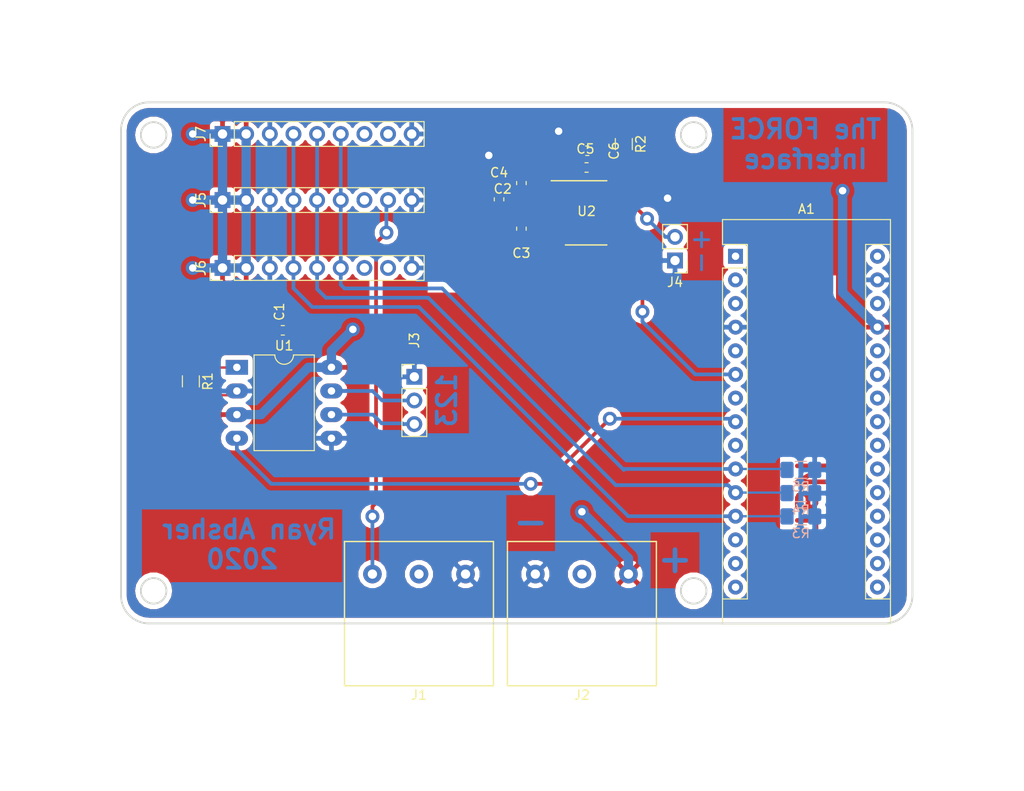
<source format=kicad_pcb>
(kicad_pcb (version 20171130) (host pcbnew "(5.0.0)")

  (general
    (thickness 1.6)
    (drawings 22)
    (tracks 147)
    (zones 0)
    (modules 21)
    (nets 20)
  )

  (page A4)
  (layers
    (0 F.Cu signal)
    (31 B.Cu signal)
    (32 B.Adhes user)
    (33 F.Adhes user)
    (34 B.Paste user)
    (35 F.Paste user)
    (36 B.SilkS user)
    (37 F.SilkS user)
    (38 B.Mask user)
    (39 F.Mask user)
    (40 Dwgs.User user hide)
    (41 Cmts.User user hide)
    (42 Eco1.User user hide)
    (43 Eco2.User user hide)
    (44 Edge.Cuts user)
    (45 Margin user)
    (46 B.CrtYd user)
    (47 F.CrtYd user)
    (48 B.Fab user hide)
    (49 F.Fab user hide)
  )

  (setup
    (last_trace_width 0.25)
    (user_trace_width 0.4)
    (user_trace_width 1)
    (trace_clearance 0.2)
    (zone_clearance 0.508)
    (zone_45_only no)
    (trace_min 0.2)
    (segment_width 0.2)
    (edge_width 0.15)
    (via_size 0.8)
    (via_drill 0.4)
    (via_min_size 0.4)
    (via_min_drill 0.3)
    (user_via 1.5 0.8)
    (uvia_size 0.3)
    (uvia_drill 0.1)
    (uvias_allowed no)
    (uvia_min_size 0.2)
    (uvia_min_drill 0.1)
    (pcb_text_width 0.3)
    (pcb_text_size 1.5 1.5)
    (mod_edge_width 0.15)
    (mod_text_size 1 1)
    (mod_text_width 0.15)
    (pad_size 4.0005 4.0005)
    (pad_drill 0)
    (pad_to_mask_clearance 0.2)
    (aux_axis_origin 0 0)
    (visible_elements 7FFFFFFF)
    (pcbplotparams
      (layerselection 0x010fc_ffffffff)
      (usegerberextensions false)
      (usegerberattributes false)
      (usegerberadvancedattributes false)
      (creategerberjobfile false)
      (excludeedgelayer true)
      (linewidth 0.100000)
      (plotframeref false)
      (viasonmask false)
      (mode 1)
      (useauxorigin false)
      (hpglpennumber 1)
      (hpglpenspeed 20)
      (hpglpendiameter 15.000000)
      (psnegative false)
      (psa4output false)
      (plotreference true)
      (plotvalue true)
      (plotinvisibletext false)
      (padsonsilk false)
      (subtractmaskfromsilk false)
      (outputformat 1)
      (mirror false)
      (drillshape 1)
      (scaleselection 1)
      (outputdirectory ""))
  )

  (net 0 "")
  (net 1 "Net-(C2-Pad2)")
  (net 2 "Net-(C2-Pad1)")
  (net 3 GND)
  (net 4 "Net-(C3-Pad2)")
  (net 5 +5V)
  (net 6 "Net-(R1-Pad1)")
  (net 7 "Net-(R2-Pad2)")
  (net 8 "Net-(C3-Pad1)")
  (net 9 "Net-(C4-Pad2)")
  (net 10 /RS-232/V+)
  (net 11 /START_BUTTON)
  (net 12 /DMX/DMXB)
  (net 13 /DMX/DMXA)
  (net 14 /RS-232/RS232_OUT)
  (net 15 DMX_DATA)
  (net 16 RS_232_DATA)
  (net 17 SHOW_SIGNAL_1)
  (net 18 SHOW_SIGNAL_2)
  (net 19 SHOW_SIGNAL_3)

  (net_class Default "This is the default net class."
    (clearance 0.2)
    (trace_width 0.25)
    (via_dia 0.8)
    (via_drill 0.4)
    (uvia_dia 0.3)
    (uvia_drill 0.1)
    (add_net +5V)
    (add_net /DMX/DMXA)
    (add_net /DMX/DMXB)
    (add_net /RS-232/RS232_OUT)
    (add_net /RS-232/V+)
    (add_net /START_BUTTON)
    (add_net DMX_DATA)
    (add_net GND)
    (add_net "Net-(C2-Pad1)")
    (add_net "Net-(C2-Pad2)")
    (add_net "Net-(C3-Pad1)")
    (add_net "Net-(C3-Pad2)")
    (add_net "Net-(C4-Pad2)")
    (add_net "Net-(R1-Pad1)")
    (add_net "Net-(R2-Pad2)")
    (add_net RS_232_DATA)
    (add_net SHOW_SIGNAL_1)
    (add_net SHOW_SIGNAL_2)
    (add_net SHOW_SIGNAL_3)
  )

  (module Package_DIP:DIP-8_W10.16mm_LongPads (layer F.Cu) (tedit 5A02E8C5) (tstamp 5F526CDF)
    (at 80.44 84.48)
    (descr "8-lead though-hole mounted DIP package, row spacing 10.16 mm (400 mils), LongPads")
    (tags "THT DIP DIL PDIP 2.54mm 10.16mm 400mil LongPads")
    (path /5F2FB522/5F3038EF)
    (fp_text reference U1 (at 5.08 -2.33) (layer F.SilkS)
      (effects (font (size 1 1) (thickness 0.15)))
    )
    (fp_text value SN75176AP (at 5.08 9.95) (layer F.Fab)
      (effects (font (size 1 1) (thickness 0.15)))
    )
    (fp_arc (start 5.08 -1.33) (end 4.08 -1.33) (angle -180) (layer F.SilkS) (width 0.12))
    (fp_line (start 2.905 -1.27) (end 8.255 -1.27) (layer F.Fab) (width 0.1))
    (fp_line (start 8.255 -1.27) (end 8.255 8.89) (layer F.Fab) (width 0.1))
    (fp_line (start 8.255 8.89) (end 1.905 8.89) (layer F.Fab) (width 0.1))
    (fp_line (start 1.905 8.89) (end 1.905 -0.27) (layer F.Fab) (width 0.1))
    (fp_line (start 1.905 -0.27) (end 2.905 -1.27) (layer F.Fab) (width 0.1))
    (fp_line (start 4.08 -1.33) (end 1.845 -1.33) (layer F.SilkS) (width 0.12))
    (fp_line (start 1.845 -1.33) (end 1.845 8.95) (layer F.SilkS) (width 0.12))
    (fp_line (start 1.845 8.95) (end 8.315 8.95) (layer F.SilkS) (width 0.12))
    (fp_line (start 8.315 8.95) (end 8.315 -1.33) (layer F.SilkS) (width 0.12))
    (fp_line (start 8.315 -1.33) (end 6.08 -1.33) (layer F.SilkS) (width 0.12))
    (fp_line (start -1.5 -1.55) (end -1.5 9.15) (layer F.CrtYd) (width 0.05))
    (fp_line (start -1.5 9.15) (end 11.65 9.15) (layer F.CrtYd) (width 0.05))
    (fp_line (start 11.65 9.15) (end 11.65 -1.55) (layer F.CrtYd) (width 0.05))
    (fp_line (start 11.65 -1.55) (end -1.5 -1.55) (layer F.CrtYd) (width 0.05))
    (fp_text user %R (at 5.08 3.81) (layer F.Fab)
      (effects (font (size 1 1) (thickness 0.15)))
    )
    (pad 1 thru_hole rect (at 0 0) (size 2.4 1.6) (drill 0.8) (layers *.Cu *.Mask)
      (net 6 "Net-(R1-Pad1)"))
    (pad 5 thru_hole oval (at 10.16 7.62) (size 2.4 1.6) (drill 0.8) (layers *.Cu *.Mask)
      (net 3 GND))
    (pad 2 thru_hole oval (at 0 2.54) (size 2.4 1.6) (drill 0.8) (layers *.Cu *.Mask)
      (net 3 GND))
    (pad 6 thru_hole oval (at 10.16 5.08) (size 2.4 1.6) (drill 0.8) (layers *.Cu *.Mask)
      (net 13 /DMX/DMXA))
    (pad 3 thru_hole oval (at 0 5.08) (size 2.4 1.6) (drill 0.8) (layers *.Cu *.Mask)
      (net 5 +5V))
    (pad 7 thru_hole oval (at 10.16 2.54) (size 2.4 1.6) (drill 0.8) (layers *.Cu *.Mask)
      (net 12 /DMX/DMXB))
    (pad 4 thru_hole oval (at 0 7.62) (size 2.4 1.6) (drill 0.8) (layers *.Cu *.Mask)
      (net 15 DMX_DATA))
    (pad 8 thru_hole oval (at 10.16 0) (size 2.4 1.6) (drill 0.8) (layers *.Cu *.Mask)
      (net 5 +5V))
    (model ${KISYS3DMOD}/Package_DIP.3dshapes/DIP-8_W10.16mm.wrl
      (at (xyz 0 0 0))
      (scale (xyz 1 1 1))
      (rotate (xyz 0 0 0))
    )
  )

  (module Capacitor_SMD:C_0603_1608Metric_Pad1.05x0.95mm_HandSolder (layer F.Cu) (tedit 5B301BBE) (tstamp 5F38A6E7)
    (at 85.375 80.5)
    (descr "Capacitor SMD 0603 (1608 Metric), square (rectangular) end terminal, IPC_7351 nominal with elongated pad for handsoldering. (Body size source: http://www.tortai-tech.com/upload/download/2011102023233369053.pdf), generated with kicad-footprint-generator")
    (tags "capacitor handsolder")
    (path /5F2FB522/5F30393E)
    (attr smd)
    (fp_text reference C1 (at -0.375 -2 -270) (layer F.SilkS)
      (effects (font (size 1 1) (thickness 0.15)))
    )
    (fp_text value 0.1uF (at 0 1.43) (layer F.Fab)
      (effects (font (size 1 1) (thickness 0.15)))
    )
    (fp_line (start -0.8 0.4) (end -0.8 -0.4) (layer F.Fab) (width 0.1))
    (fp_line (start -0.8 -0.4) (end 0.8 -0.4) (layer F.Fab) (width 0.1))
    (fp_line (start 0.8 -0.4) (end 0.8 0.4) (layer F.Fab) (width 0.1))
    (fp_line (start 0.8 0.4) (end -0.8 0.4) (layer F.Fab) (width 0.1))
    (fp_line (start -0.171267 -0.51) (end 0.171267 -0.51) (layer F.SilkS) (width 0.12))
    (fp_line (start -0.171267 0.51) (end 0.171267 0.51) (layer F.SilkS) (width 0.12))
    (fp_line (start -1.65 0.73) (end -1.65 -0.73) (layer F.CrtYd) (width 0.05))
    (fp_line (start -1.65 -0.73) (end 1.65 -0.73) (layer F.CrtYd) (width 0.05))
    (fp_line (start 1.65 -0.73) (end 1.65 0.73) (layer F.CrtYd) (width 0.05))
    (fp_line (start 1.65 0.73) (end -1.65 0.73) (layer F.CrtYd) (width 0.05))
    (fp_text user %R (at 0 0) (layer F.Fab)
      (effects (font (size 0.4 0.4) (thickness 0.06)))
    )
    (pad 1 smd roundrect (at -0.875 0) (size 1.05 0.95) (layers F.Cu F.Paste F.Mask) (roundrect_rratio 0.25)
      (net 3 GND))
    (pad 2 smd roundrect (at 0.875 0) (size 1.05 0.95) (layers F.Cu F.Paste F.Mask) (roundrect_rratio 0.25)
      (net 5 +5V))
    (model ${KISYS3DMOD}/Capacitor_SMD.3dshapes/C_0603_1608Metric.wrl
      (at (xyz 0 0 0))
      (scale (xyz 1 1 1))
      (rotate (xyz 0 0 0))
    )
  )

  (module Capacitor_SMD:C_0603_1608Metric_Pad1.05x0.95mm_HandSolder (layer F.Cu) (tedit 5B301BBE) (tstamp 5F38B3D3)
    (at 118.075 61.2)
    (descr "Capacitor SMD 0603 (1608 Metric), square (rectangular) end terminal, IPC_7351 nominal with elongated pad for handsoldering. (Body size source: http://www.tortai-tech.com/upload/download/2011102023233369053.pdf), generated with kicad-footprint-generator")
    (tags "capacitor handsolder")
    (path /5F3088EC/5F309F90)
    (attr smd)
    (fp_text reference C6 (at 2.875 0 90) (layer F.SilkS)
      (effects (font (size 1 1) (thickness 0.15)))
    )
    (fp_text value 0.1uF (at 0 1.43) (layer F.Fab)
      (effects (font (size 1 1) (thickness 0.15)))
    )
    (fp_line (start -0.8 0.4) (end -0.8 -0.4) (layer F.Fab) (width 0.1))
    (fp_line (start -0.8 -0.4) (end 0.8 -0.4) (layer F.Fab) (width 0.1))
    (fp_line (start 0.8 -0.4) (end 0.8 0.4) (layer F.Fab) (width 0.1))
    (fp_line (start 0.8 0.4) (end -0.8 0.4) (layer F.Fab) (width 0.1))
    (fp_line (start -0.171267 -0.51) (end 0.171267 -0.51) (layer F.SilkS) (width 0.12))
    (fp_line (start -0.171267 0.51) (end 0.171267 0.51) (layer F.SilkS) (width 0.12))
    (fp_line (start -1.65 0.73) (end -1.65 -0.73) (layer F.CrtYd) (width 0.05))
    (fp_line (start -1.65 -0.73) (end 1.65 -0.73) (layer F.CrtYd) (width 0.05))
    (fp_line (start 1.65 -0.73) (end 1.65 0.73) (layer F.CrtYd) (width 0.05))
    (fp_line (start 1.65 0.73) (end -1.65 0.73) (layer F.CrtYd) (width 0.05))
    (fp_text user %R (at 0 0) (layer F.Fab)
      (effects (font (size 0.4 0.4) (thickness 0.06)))
    )
    (pad 1 smd roundrect (at -0.875 0) (size 1.05 0.95) (layers F.Cu F.Paste F.Mask) (roundrect_rratio 0.25)
      (net 3 GND))
    (pad 2 smd roundrect (at 0.875 0) (size 1.05 0.95) (layers F.Cu F.Paste F.Mask) (roundrect_rratio 0.25)
      (net 5 +5V))
    (model ${KISYS3DMOD}/Capacitor_SMD.3dshapes/C_0603_1608Metric.wrl
      (at (xyz 0 0 0))
      (scale (xyz 1 1 1))
      (rotate (xyz 0 0 0))
    )
  )

  (module Capacitor_SMD:C_0603_1608Metric_Pad1.05x0.95mm_HandSolder (layer F.Cu) (tedit 5B301BBE) (tstamp 5F38A6B7)
    (at 111 64.675 90)
    (descr "Capacitor SMD 0603 (1608 Metric), square (rectangular) end terminal, IPC_7351 nominal with elongated pad for handsoldering. (Body size source: http://www.tortai-tech.com/upload/download/2011102023233369053.pdf), generated with kicad-footprint-generator")
    (tags "capacitor handsolder")
    (path /5F3088EC/5F309F7B)
    (attr smd)
    (fp_text reference C2 (at -0.625 -2 -180) (layer F.SilkS)
      (effects (font (size 1 1) (thickness 0.15)))
    )
    (fp_text value 0.047uF (at 0 1.43 90) (layer F.Fab)
      (effects (font (size 1 1) (thickness 0.15)))
    )
    (fp_text user %R (at 0 0 90) (layer F.Fab)
      (effects (font (size 0.4 0.4) (thickness 0.06)))
    )
    (fp_line (start 1.65 0.73) (end -1.65 0.73) (layer F.CrtYd) (width 0.05))
    (fp_line (start 1.65 -0.73) (end 1.65 0.73) (layer F.CrtYd) (width 0.05))
    (fp_line (start -1.65 -0.73) (end 1.65 -0.73) (layer F.CrtYd) (width 0.05))
    (fp_line (start -1.65 0.73) (end -1.65 -0.73) (layer F.CrtYd) (width 0.05))
    (fp_line (start -0.171267 0.51) (end 0.171267 0.51) (layer F.SilkS) (width 0.12))
    (fp_line (start -0.171267 -0.51) (end 0.171267 -0.51) (layer F.SilkS) (width 0.12))
    (fp_line (start 0.8 0.4) (end -0.8 0.4) (layer F.Fab) (width 0.1))
    (fp_line (start 0.8 -0.4) (end 0.8 0.4) (layer F.Fab) (width 0.1))
    (fp_line (start -0.8 -0.4) (end 0.8 -0.4) (layer F.Fab) (width 0.1))
    (fp_line (start -0.8 0.4) (end -0.8 -0.4) (layer F.Fab) (width 0.1))
    (pad 2 smd roundrect (at 0.875 0 90) (size 1.05 0.95) (layers F.Cu F.Paste F.Mask) (roundrect_rratio 0.25)
      (net 1 "Net-(C2-Pad2)"))
    (pad 1 smd roundrect (at -0.875 0 90) (size 1.05 0.95) (layers F.Cu F.Paste F.Mask) (roundrect_rratio 0.25)
      (net 2 "Net-(C2-Pad1)"))
    (model ${KISYS3DMOD}/Capacitor_SMD.3dshapes/C_0603_1608Metric.wrl
      (at (xyz 0 0 0))
      (scale (xyz 1 1 1))
      (rotate (xyz 0 0 0))
    )
  )

  (module Capacitor_SMD:C_0603_1608Metric_Pad1.05x0.95mm_HandSolder (layer F.Cu) (tedit 5B301BBE) (tstamp 5F38A687)
    (at 111 69.575 90)
    (descr "Capacitor SMD 0603 (1608 Metric), square (rectangular) end terminal, IPC_7351 nominal with elongated pad for handsoldering. (Body size source: http://www.tortai-tech.com/upload/download/2011102023233369053.pdf), generated with kicad-footprint-generator")
    (tags "capacitor handsolder")
    (path /5F3088EC/5F309F82)
    (attr smd)
    (fp_text reference C3 (at -2.625 0 -180) (layer F.SilkS)
      (effects (font (size 1 1) (thickness 0.15)))
    )
    (fp_text value 0.33uF (at 0 1.43 90) (layer F.Fab)
      (effects (font (size 1 1) (thickness 0.15)))
    )
    (fp_line (start -0.8 0.4) (end -0.8 -0.4) (layer F.Fab) (width 0.1))
    (fp_line (start -0.8 -0.4) (end 0.8 -0.4) (layer F.Fab) (width 0.1))
    (fp_line (start 0.8 -0.4) (end 0.8 0.4) (layer F.Fab) (width 0.1))
    (fp_line (start 0.8 0.4) (end -0.8 0.4) (layer F.Fab) (width 0.1))
    (fp_line (start -0.171267 -0.51) (end 0.171267 -0.51) (layer F.SilkS) (width 0.12))
    (fp_line (start -0.171267 0.51) (end 0.171267 0.51) (layer F.SilkS) (width 0.12))
    (fp_line (start -1.65 0.73) (end -1.65 -0.73) (layer F.CrtYd) (width 0.05))
    (fp_line (start -1.65 -0.73) (end 1.65 -0.73) (layer F.CrtYd) (width 0.05))
    (fp_line (start 1.65 -0.73) (end 1.65 0.73) (layer F.CrtYd) (width 0.05))
    (fp_line (start 1.65 0.73) (end -1.65 0.73) (layer F.CrtYd) (width 0.05))
    (fp_text user %R (at 0 0 90) (layer F.Fab)
      (effects (font (size 0.4 0.4) (thickness 0.06)))
    )
    (pad 1 smd roundrect (at -0.875 0 90) (size 1.05 0.95) (layers F.Cu F.Paste F.Mask) (roundrect_rratio 0.25)
      (net 8 "Net-(C3-Pad1)"))
    (pad 2 smd roundrect (at 0.875 0 90) (size 1.05 0.95) (layers F.Cu F.Paste F.Mask) (roundrect_rratio 0.25)
      (net 4 "Net-(C3-Pad2)"))
    (model ${KISYS3DMOD}/Capacitor_SMD.3dshapes/C_0603_1608Metric.wrl
      (at (xyz 0 0 0))
      (scale (xyz 1 1 1))
      (rotate (xyz 0 0 0))
    )
  )

  (module Capacitor_SMD:C_0603_1608Metric_Pad1.05x0.95mm_HandSolder (layer F.Cu) (tedit 5B301BBE) (tstamp 5F526ED2)
    (at 108.6 66.425 270)
    (descr "Capacitor SMD 0603 (1608 Metric), square (rectangular) end terminal, IPC_7351 nominal with elongated pad for handsoldering. (Body size source: http://www.tortai-tech.com/upload/download/2011102023233369053.pdf), generated with kicad-footprint-generator")
    (tags "capacitor handsolder")
    (path /5F3088EC/5F309F89)
    (attr smd)
    (fp_text reference C4 (at -2.875 0) (layer F.SilkS)
      (effects (font (size 1 1) (thickness 0.15)))
    )
    (fp_text value 0.33uF (at 0 1.43 270) (layer F.Fab)
      (effects (font (size 1 1) (thickness 0.15)))
    )
    (fp_line (start -0.8 0.4) (end -0.8 -0.4) (layer F.Fab) (width 0.1))
    (fp_line (start -0.8 -0.4) (end 0.8 -0.4) (layer F.Fab) (width 0.1))
    (fp_line (start 0.8 -0.4) (end 0.8 0.4) (layer F.Fab) (width 0.1))
    (fp_line (start 0.8 0.4) (end -0.8 0.4) (layer F.Fab) (width 0.1))
    (fp_line (start -0.171267 -0.51) (end 0.171267 -0.51) (layer F.SilkS) (width 0.12))
    (fp_line (start -0.171267 0.51) (end 0.171267 0.51) (layer F.SilkS) (width 0.12))
    (fp_line (start -1.65 0.73) (end -1.65 -0.73) (layer F.CrtYd) (width 0.05))
    (fp_line (start -1.65 -0.73) (end 1.65 -0.73) (layer F.CrtYd) (width 0.05))
    (fp_line (start 1.65 -0.73) (end 1.65 0.73) (layer F.CrtYd) (width 0.05))
    (fp_line (start 1.65 0.73) (end -1.65 0.73) (layer F.CrtYd) (width 0.05))
    (fp_text user %R (at 0 0 270) (layer F.Fab)
      (effects (font (size 0.4 0.4) (thickness 0.06)))
    )
    (pad 1 smd roundrect (at -0.875 0 270) (size 1.05 0.95) (layers F.Cu F.Paste F.Mask) (roundrect_rratio 0.25)
      (net 3 GND))
    (pad 2 smd roundrect (at 0.875 0 270) (size 1.05 0.95) (layers F.Cu F.Paste F.Mask) (roundrect_rratio 0.25)
      (net 9 "Net-(C4-Pad2)"))
    (model ${KISYS3DMOD}/Capacitor_SMD.3dshapes/C_0603_1608Metric.wrl
      (at (xyz 0 0 0))
      (scale (xyz 1 1 1))
      (rotate (xyz 0 0 0))
    )
  )

  (module Capacitor_SMD:C_0603_1608Metric_Pad1.05x0.95mm_HandSolder (layer F.Cu) (tedit 5B301BBE) (tstamp 5F38A627)
    (at 118 63)
    (descr "Capacitor SMD 0603 (1608 Metric), square (rectangular) end terminal, IPC_7351 nominal with elongated pad for handsoldering. (Body size source: http://www.tortai-tech.com/upload/download/2011102023233369053.pdf), generated with kicad-footprint-generator")
    (tags "capacitor handsolder")
    (path /5F3088EC/5F309F9F)
    (attr smd)
    (fp_text reference C5 (at -0.125 -2) (layer F.SilkS)
      (effects (font (size 1 1) (thickness 0.15)))
    )
    (fp_text value 0.33uF (at 0 1.43) (layer F.Fab)
      (effects (font (size 1 1) (thickness 0.15)))
    )
    (fp_text user %R (at 0 0) (layer F.Fab)
      (effects (font (size 0.4 0.4) (thickness 0.06)))
    )
    (fp_line (start 1.65 0.73) (end -1.65 0.73) (layer F.CrtYd) (width 0.05))
    (fp_line (start 1.65 -0.73) (end 1.65 0.73) (layer F.CrtYd) (width 0.05))
    (fp_line (start -1.65 -0.73) (end 1.65 -0.73) (layer F.CrtYd) (width 0.05))
    (fp_line (start -1.65 0.73) (end -1.65 -0.73) (layer F.CrtYd) (width 0.05))
    (fp_line (start -0.171267 0.51) (end 0.171267 0.51) (layer F.SilkS) (width 0.12))
    (fp_line (start -0.171267 -0.51) (end 0.171267 -0.51) (layer F.SilkS) (width 0.12))
    (fp_line (start 0.8 0.4) (end -0.8 0.4) (layer F.Fab) (width 0.1))
    (fp_line (start 0.8 -0.4) (end 0.8 0.4) (layer F.Fab) (width 0.1))
    (fp_line (start -0.8 -0.4) (end 0.8 -0.4) (layer F.Fab) (width 0.1))
    (fp_line (start -0.8 0.4) (end -0.8 -0.4) (layer F.Fab) (width 0.1))
    (pad 2 smd roundrect (at 0.875 0) (size 1.05 0.95) (layers F.Cu F.Paste F.Mask) (roundrect_rratio 0.25)
      (net 10 /RS-232/V+))
    (pad 1 smd roundrect (at -0.875 0) (size 1.05 0.95) (layers F.Cu F.Paste F.Mask) (roundrect_rratio 0.25)
      (net 3 GND))
    (model ${KISYS3DMOD}/Capacitor_SMD.3dshapes/C_0603_1608Metric.wrl
      (at (xyz 0 0 0))
      (scale (xyz 1 1 1))
      (rotate (xyz 0 0 0))
    )
  )

  (module Package_SO:TSSOP-20_4.4x6.5mm_P0.65mm (layer F.Cu) (tedit 5A02F25C) (tstamp 5F38A5A1)
    (at 117.95 67.875)
    (descr "20-Lead Plastic Thin Shrink Small Outline (ST)-4.4 mm Body [TSSOP] (see Microchip Packaging Specification 00000049BS.pdf)")
    (tags "SSOP 0.65")
    (path /5F3088EC/5F309F6D)
    (attr smd)
    (fp_text reference U2 (at 0.05 -0.175) (layer F.SilkS)
      (effects (font (size 1 1) (thickness 0.15)))
    )
    (fp_text value MAX3222 (at 0 4.3) (layer F.Fab)
      (effects (font (size 1 1) (thickness 0.15)))
    )
    (fp_line (start -1.2 -3.25) (end 2.2 -3.25) (layer F.Fab) (width 0.15))
    (fp_line (start 2.2 -3.25) (end 2.2 3.25) (layer F.Fab) (width 0.15))
    (fp_line (start 2.2 3.25) (end -2.2 3.25) (layer F.Fab) (width 0.15))
    (fp_line (start -2.2 3.25) (end -2.2 -2.25) (layer F.Fab) (width 0.15))
    (fp_line (start -2.2 -2.25) (end -1.2 -3.25) (layer F.Fab) (width 0.15))
    (fp_line (start -3.95 -3.55) (end -3.95 3.55) (layer F.CrtYd) (width 0.05))
    (fp_line (start 3.95 -3.55) (end 3.95 3.55) (layer F.CrtYd) (width 0.05))
    (fp_line (start -3.95 -3.55) (end 3.95 -3.55) (layer F.CrtYd) (width 0.05))
    (fp_line (start -3.95 3.55) (end 3.95 3.55) (layer F.CrtYd) (width 0.05))
    (fp_line (start -2.225 3.45) (end 2.225 3.45) (layer F.SilkS) (width 0.15))
    (fp_line (start -3.75 -3.45) (end 2.225 -3.45) (layer F.SilkS) (width 0.15))
    (fp_text user %R (at 0 0) (layer F.Fab)
      (effects (font (size 0.8 0.8) (thickness 0.15)))
    )
    (pad 1 smd rect (at -2.95 -2.925) (size 1.45 0.45) (layers F.Cu F.Paste F.Mask)
      (net 3 GND))
    (pad 2 smd rect (at -2.95 -2.275) (size 1.45 0.45) (layers F.Cu F.Paste F.Mask)
      (net 1 "Net-(C2-Pad2)"))
    (pad 3 smd rect (at -2.95 -1.625) (size 1.45 0.45) (layers F.Cu F.Paste F.Mask)
      (net 10 /RS-232/V+))
    (pad 4 smd rect (at -2.95 -0.975) (size 1.45 0.45) (layers F.Cu F.Paste F.Mask)
      (net 2 "Net-(C2-Pad1)"))
    (pad 5 smd rect (at -2.95 -0.325) (size 1.45 0.45) (layers F.Cu F.Paste F.Mask)
      (net 4 "Net-(C3-Pad2)"))
    (pad 6 smd rect (at -2.95 0.325) (size 1.45 0.45) (layers F.Cu F.Paste F.Mask)
      (net 8 "Net-(C3-Pad1)"))
    (pad 7 smd rect (at -2.95 0.975) (size 1.45 0.45) (layers F.Cu F.Paste F.Mask)
      (net 9 "Net-(C4-Pad2)"))
    (pad 8 smd rect (at -2.95 1.625) (size 1.45 0.45) (layers F.Cu F.Paste F.Mask))
    (pad 9 smd rect (at -2.95 2.275) (size 1.45 0.45) (layers F.Cu F.Paste F.Mask))
    (pad 10 smd rect (at -2.95 2.925) (size 1.45 0.45) (layers F.Cu F.Paste F.Mask))
    (pad 11 smd rect (at 2.95 2.925) (size 1.45 0.45) (layers F.Cu F.Paste F.Mask))
    (pad 12 smd rect (at 2.95 2.275) (size 1.45 0.45) (layers F.Cu F.Paste F.Mask))
    (pad 13 smd rect (at 2.95 1.625) (size 1.45 0.45) (layers F.Cu F.Paste F.Mask)
      (net 16 RS_232_DATA))
    (pad 14 smd rect (at 2.95 0.975) (size 1.45 0.45) (layers F.Cu F.Paste F.Mask))
    (pad 15 smd rect (at 2.95 0.325) (size 1.45 0.45) (layers F.Cu F.Paste F.Mask))
    (pad 16 smd rect (at 2.95 -0.325) (size 1.45 0.45) (layers F.Cu F.Paste F.Mask))
    (pad 17 smd rect (at 2.95 -0.975) (size 1.45 0.45) (layers F.Cu F.Paste F.Mask)
      (net 14 /RS-232/RS232_OUT))
    (pad 18 smd rect (at 2.95 -1.625) (size 1.45 0.45) (layers F.Cu F.Paste F.Mask)
      (net 3 GND))
    (pad 19 smd rect (at 2.95 -2.275) (size 1.45 0.45) (layers F.Cu F.Paste F.Mask)
      (net 5 +5V))
    (pad 20 smd rect (at 2.95 -2.925) (size 1.45 0.45) (layers F.Cu F.Paste F.Mask)
      (net 7 "Net-(R2-Pad2)"))
    (model ${KISYS3DMOD}/Package_SO.3dshapes/TSSOP-20_4.4x6.5mm_P0.65mm.wrl
      (at (xyz 0 0 0))
      (scale (xyz 1 1 1))
      (rotate (xyz 0 0 0))
    )
  )

  (module Connector_PinHeader_2.54mm:PinHeader_1x03_P2.54mm_Vertical (layer F.Cu) (tedit 59FED5CC) (tstamp 5F522F5E)
    (at 99.5 85.5)
    (descr "Through hole straight pin header, 1x03, 2.54mm pitch, single row")
    (tags "Through hole pin header THT 1x03 2.54mm single row")
    (path /5F2FB522/5F30392B)
    (fp_text reference J3 (at 0 -3.92 90) (layer F.SilkS)
      (effects (font (size 1 1) (thickness 0.15)))
    )
    (fp_text value XLR3_Ground (at 0 7.41) (layer F.Fab)
      (effects (font (size 1 1) (thickness 0.15)))
    )
    (fp_line (start -0.635 -1.27) (end 1.27 -1.27) (layer F.Fab) (width 0.1))
    (fp_line (start 1.27 -1.27) (end 1.27 6.35) (layer F.Fab) (width 0.1))
    (fp_line (start 1.27 6.35) (end -1.27 6.35) (layer F.Fab) (width 0.1))
    (fp_line (start -1.27 6.35) (end -1.27 -0.635) (layer F.Fab) (width 0.1))
    (fp_line (start -1.27 -0.635) (end -0.635 -1.27) (layer F.Fab) (width 0.1))
    (fp_line (start -1.33 6.41) (end 1.33 6.41) (layer F.SilkS) (width 0.12))
    (fp_line (start -1.33 1.27) (end -1.33 6.41) (layer F.SilkS) (width 0.12))
    (fp_line (start 1.33 1.27) (end 1.33 6.41) (layer F.SilkS) (width 0.12))
    (fp_line (start -1.33 1.27) (end 1.33 1.27) (layer F.SilkS) (width 0.12))
    (fp_line (start -1.33 0) (end -1.33 -1.33) (layer F.SilkS) (width 0.12))
    (fp_line (start -1.33 -1.33) (end 0 -1.33) (layer F.SilkS) (width 0.12))
    (fp_line (start -1.8 -1.8) (end -1.8 6.85) (layer F.CrtYd) (width 0.05))
    (fp_line (start -1.8 6.85) (end 1.8 6.85) (layer F.CrtYd) (width 0.05))
    (fp_line (start 1.8 6.85) (end 1.8 -1.8) (layer F.CrtYd) (width 0.05))
    (fp_line (start 1.8 -1.8) (end -1.8 -1.8) (layer F.CrtYd) (width 0.05))
    (fp_text user %R (at 0 2.54 90) (layer F.Fab)
      (effects (font (size 1 1) (thickness 0.15)))
    )
    (pad 1 thru_hole rect (at 0 0) (size 1.7 1.7) (drill 1) (layers *.Cu *.Mask)
      (net 3 GND))
    (pad 2 thru_hole oval (at 0 2.54) (size 1.7 1.7) (drill 1) (layers *.Cu *.Mask)
      (net 12 /DMX/DMXB))
    (pad 3 thru_hole oval (at 0 5.08) (size 1.7 1.7) (drill 1) (layers *.Cu *.Mask)
      (net 13 /DMX/DMXA))
    (model ${KISYS3DMOD}/Connector_PinHeader_2.54mm.3dshapes/PinHeader_1x03_P2.54mm_Vertical.wrl
      (at (xyz 0 0 0))
      (scale (xyz 1 1 1))
      (rotate (xyz 0 0 0))
    )
  )

  (module Module:Arduino_Nano (layer F.Cu) (tedit 58ACAF70) (tstamp 5F5263D8)
    (at 134 72.54)
    (descr "Arduino Nano, http://www.mouser.com/pdfdocs/Gravitech_Arduino_Nano3_0.pdf")
    (tags "Arduino Nano")
    (path /5F30A5F2/5F30DCCD)
    (fp_text reference A1 (at 7.62 -5.08) (layer F.SilkS)
      (effects (font (size 1 1) (thickness 0.15)))
    )
    (fp_text value Arduino_Nano_v3.x (at 8.89 19.05 90) (layer F.Fab)
      (effects (font (size 1 1) (thickness 0.15)))
    )
    (fp_text user %R (at 6.35 19.05 90) (layer F.Fab)
      (effects (font (size 1 1) (thickness 0.15)))
    )
    (fp_line (start 1.27 1.27) (end 1.27 -1.27) (layer F.SilkS) (width 0.12))
    (fp_line (start 1.27 -1.27) (end -1.4 -1.27) (layer F.SilkS) (width 0.12))
    (fp_line (start -1.4 1.27) (end -1.4 39.5) (layer F.SilkS) (width 0.12))
    (fp_line (start -1.4 -3.94) (end -1.4 -1.27) (layer F.SilkS) (width 0.12))
    (fp_line (start 13.97 -1.27) (end 16.64 -1.27) (layer F.SilkS) (width 0.12))
    (fp_line (start 13.97 -1.27) (end 13.97 36.83) (layer F.SilkS) (width 0.12))
    (fp_line (start 13.97 36.83) (end 16.64 36.83) (layer F.SilkS) (width 0.12))
    (fp_line (start 1.27 1.27) (end -1.4 1.27) (layer F.SilkS) (width 0.12))
    (fp_line (start 1.27 1.27) (end 1.27 36.83) (layer F.SilkS) (width 0.12))
    (fp_line (start 1.27 36.83) (end -1.4 36.83) (layer F.SilkS) (width 0.12))
    (fp_line (start 3.81 31.75) (end 11.43 31.75) (layer F.Fab) (width 0.1))
    (fp_line (start 11.43 31.75) (end 11.43 41.91) (layer F.Fab) (width 0.1))
    (fp_line (start 11.43 41.91) (end 3.81 41.91) (layer F.Fab) (width 0.1))
    (fp_line (start 3.81 41.91) (end 3.81 31.75) (layer F.Fab) (width 0.1))
    (fp_line (start -1.4 39.5) (end 16.64 39.5) (layer F.SilkS) (width 0.12))
    (fp_line (start 16.64 39.5) (end 16.64 -3.94) (layer F.SilkS) (width 0.12))
    (fp_line (start 16.64 -3.94) (end -1.4 -3.94) (layer F.SilkS) (width 0.12))
    (fp_line (start 16.51 39.37) (end -1.27 39.37) (layer F.Fab) (width 0.1))
    (fp_line (start -1.27 39.37) (end -1.27 -2.54) (layer F.Fab) (width 0.1))
    (fp_line (start -1.27 -2.54) (end 0 -3.81) (layer F.Fab) (width 0.1))
    (fp_line (start 0 -3.81) (end 16.51 -3.81) (layer F.Fab) (width 0.1))
    (fp_line (start 16.51 -3.81) (end 16.51 39.37) (layer F.Fab) (width 0.1))
    (fp_line (start -1.53 -4.06) (end 16.75 -4.06) (layer F.CrtYd) (width 0.05))
    (fp_line (start -1.53 -4.06) (end -1.53 42.16) (layer F.CrtYd) (width 0.05))
    (fp_line (start 16.75 42.16) (end 16.75 -4.06) (layer F.CrtYd) (width 0.05))
    (fp_line (start 16.75 42.16) (end -1.53 42.16) (layer F.CrtYd) (width 0.05))
    (pad 1 thru_hole rect (at 0 0) (size 1.6 1.6) (drill 0.8) (layers *.Cu *.Mask))
    (pad 17 thru_hole oval (at 15.24 33.02) (size 1.6 1.6) (drill 0.8) (layers *.Cu *.Mask))
    (pad 2 thru_hole oval (at 0 2.54) (size 1.6 1.6) (drill 0.8) (layers *.Cu *.Mask))
    (pad 18 thru_hole oval (at 15.24 30.48) (size 1.6 1.6) (drill 0.8) (layers *.Cu *.Mask))
    (pad 3 thru_hole oval (at 0 5.08) (size 1.6 1.6) (drill 0.8) (layers *.Cu *.Mask))
    (pad 19 thru_hole oval (at 15.24 27.94) (size 1.6 1.6) (drill 0.8) (layers *.Cu *.Mask))
    (pad 4 thru_hole oval (at 0 7.62) (size 1.6 1.6) (drill 0.8) (layers *.Cu *.Mask)
      (net 3 GND))
    (pad 20 thru_hole oval (at 15.24 25.4) (size 1.6 1.6) (drill 0.8) (layers *.Cu *.Mask))
    (pad 5 thru_hole oval (at 0 10.16) (size 1.6 1.6) (drill 0.8) (layers *.Cu *.Mask))
    (pad 21 thru_hole oval (at 15.24 22.86) (size 1.6 1.6) (drill 0.8) (layers *.Cu *.Mask))
    (pad 6 thru_hole oval (at 0 12.7) (size 1.6 1.6) (drill 0.8) (layers *.Cu *.Mask)
      (net 16 RS_232_DATA))
    (pad 22 thru_hole oval (at 15.24 20.32) (size 1.6 1.6) (drill 0.8) (layers *.Cu *.Mask))
    (pad 7 thru_hole oval (at 0 15.24) (size 1.6 1.6) (drill 0.8) (layers *.Cu *.Mask))
    (pad 23 thru_hole oval (at 15.24 17.78) (size 1.6 1.6) (drill 0.8) (layers *.Cu *.Mask))
    (pad 8 thru_hole oval (at 0 17.78) (size 1.6 1.6) (drill 0.8) (layers *.Cu *.Mask)
      (net 15 DMX_DATA))
    (pad 24 thru_hole oval (at 15.24 15.24) (size 1.6 1.6) (drill 0.8) (layers *.Cu *.Mask))
    (pad 9 thru_hole oval (at 0 20.32) (size 1.6 1.6) (drill 0.8) (layers *.Cu *.Mask))
    (pad 25 thru_hole oval (at 15.24 12.7) (size 1.6 1.6) (drill 0.8) (layers *.Cu *.Mask))
    (pad 10 thru_hole oval (at 0 22.86) (size 1.6 1.6) (drill 0.8) (layers *.Cu *.Mask)
      (net 19 SHOW_SIGNAL_3))
    (pad 26 thru_hole oval (at 15.24 10.16) (size 1.6 1.6) (drill 0.8) (layers *.Cu *.Mask))
    (pad 11 thru_hole oval (at 0 25.4) (size 1.6 1.6) (drill 0.8) (layers *.Cu *.Mask)
      (net 18 SHOW_SIGNAL_2))
    (pad 27 thru_hole oval (at 15.24 7.62) (size 1.6 1.6) (drill 0.8) (layers *.Cu *.Mask)
      (net 5 +5V))
    (pad 12 thru_hole oval (at 0 27.94) (size 1.6 1.6) (drill 0.8) (layers *.Cu *.Mask)
      (net 17 SHOW_SIGNAL_1))
    (pad 28 thru_hole oval (at 15.24 5.08) (size 1.6 1.6) (drill 0.8) (layers *.Cu *.Mask))
    (pad 13 thru_hole oval (at 0 30.48) (size 1.6 1.6) (drill 0.8) (layers *.Cu *.Mask))
    (pad 29 thru_hole oval (at 15.24 2.54) (size 1.6 1.6) (drill 0.8) (layers *.Cu *.Mask)
      (net 3 GND))
    (pad 14 thru_hole oval (at 0 33.02) (size 1.6 1.6) (drill 0.8) (layers *.Cu *.Mask))
    (pad 30 thru_hole oval (at 15.24 0) (size 1.6 1.6) (drill 0.8) (layers *.Cu *.Mask))
    (pad 15 thru_hole oval (at 0 35.56) (size 1.6 1.6) (drill 0.8) (layers *.Cu *.Mask))
    (pad 16 thru_hole oval (at 15.24 35.56) (size 1.6 1.6) (drill 0.8) (layers *.Cu *.Mask))
    (model ${KISYS3DMOD}/Module.3dshapes/Arduino_Nano_WithMountingHoles.wrl
      (at (xyz 0 0 0))
      (scale (xyz 1 1 1))
      (rotate (xyz 0 0 0))
    )
  )

  (module Terminal:Terminal (layer F.Cu) (tedit 5F2C63BA) (tstamp 5F526999)
    (at 95 106.7)
    (path /5F30E80F)
    (fp_text reference J1 (at 5 13) (layer F.SilkS)
      (effects (font (size 1 1) (thickness 0.15)))
    )
    (fp_text value "Start Button" (at 4.5 -5) (layer F.Fab)
      (effects (font (size 1 1) (thickness 0.15)))
    )
    (fp_line (start -3 12) (end -3 -3.5) (layer F.SilkS) (width 0.15))
    (fp_line (start 13 12) (end -3 12) (layer F.SilkS) (width 0.15))
    (fp_line (start 13 -3.5) (end 13 12) (layer F.SilkS) (width 0.15))
    (fp_line (start -3 -3.5) (end 13 -3.5) (layer F.SilkS) (width 0.15))
    (pad 3 thru_hole circle (at 10 0) (size 2 2) (drill 1) (layers *.Cu *.Mask)
      (net 3 GND))
    (pad 2 thru_hole circle (at 5 0) (size 2 2) (drill 1) (layers *.Cu *.Mask))
    (pad 1 thru_hole circle (at 0 0) (size 2 2) (drill 1) (layers *.Cu *.Mask)
      (net 11 /START_BUTTON))
  )

  (module Terminal:Terminal (layer F.Cu) (tedit 5F2C63BA) (tstamp 5F522503)
    (at 112.5 106.7)
    (path /5F30E18A)
    (fp_text reference J2 (at 5 13) (layer F.SilkS)
      (effects (font (size 1 1) (thickness 0.15)))
    )
    (fp_text value "+5v In" (at 4.5 -5) (layer F.Fab)
      (effects (font (size 1 1) (thickness 0.15)))
    )
    (fp_line (start -3 -3.5) (end 13 -3.5) (layer F.SilkS) (width 0.15))
    (fp_line (start 13 -3.5) (end 13 12) (layer F.SilkS) (width 0.15))
    (fp_line (start 13 12) (end -3 12) (layer F.SilkS) (width 0.15))
    (fp_line (start -3 12) (end -3 -3.5) (layer F.SilkS) (width 0.15))
    (pad 1 thru_hole circle (at 0 0) (size 2 2) (drill 1) (layers *.Cu *.Mask)
      (net 3 GND))
    (pad 2 thru_hole circle (at 5 0) (size 2 2) (drill 1) (layers *.Cu *.Mask))
    (pad 3 thru_hole circle (at 10 0) (size 2 2) (drill 1) (layers *.Cu *.Mask)
      (net 5 +5V))
  )

  (module Connector_PinHeader_2.54mm:PinHeader_1x09_P2.54mm_Vertical (layer F.Cu) (tedit 59FED5CC) (tstamp 5F526603)
    (at 78.9 66.5 90)
    (descr "Through hole straight pin header, 1x09, 2.54mm pitch, single row")
    (tags "Through hole pin header THT 1x09 2.54mm single row")
    (path /5F31981E)
    (fp_text reference J5 (at 0 -2.33 90) (layer F.SilkS)
      (effects (font (size 1 1) (thickness 0.15)))
    )
    (fp_text value "RPi Center" (at 0 22.65 90) (layer F.Fab)
      (effects (font (size 1 1) (thickness 0.15)))
    )
    (fp_line (start -0.635 -1.27) (end 1.27 -1.27) (layer F.Fab) (width 0.1))
    (fp_line (start 1.27 -1.27) (end 1.27 21.59) (layer F.Fab) (width 0.1))
    (fp_line (start 1.27 21.59) (end -1.27 21.59) (layer F.Fab) (width 0.1))
    (fp_line (start -1.27 21.59) (end -1.27 -0.635) (layer F.Fab) (width 0.1))
    (fp_line (start -1.27 -0.635) (end -0.635 -1.27) (layer F.Fab) (width 0.1))
    (fp_line (start -1.33 21.65) (end 1.33 21.65) (layer F.SilkS) (width 0.12))
    (fp_line (start -1.33 1.27) (end -1.33 21.65) (layer F.SilkS) (width 0.12))
    (fp_line (start 1.33 1.27) (end 1.33 21.65) (layer F.SilkS) (width 0.12))
    (fp_line (start -1.33 1.27) (end 1.33 1.27) (layer F.SilkS) (width 0.12))
    (fp_line (start -1.33 0) (end -1.33 -1.33) (layer F.SilkS) (width 0.12))
    (fp_line (start -1.33 -1.33) (end 0 -1.33) (layer F.SilkS) (width 0.12))
    (fp_line (start -1.8 -1.8) (end -1.8 22.1) (layer F.CrtYd) (width 0.05))
    (fp_line (start -1.8 22.1) (end 1.8 22.1) (layer F.CrtYd) (width 0.05))
    (fp_line (start 1.8 22.1) (end 1.8 -1.8) (layer F.CrtYd) (width 0.05))
    (fp_line (start 1.8 -1.8) (end -1.8 -1.8) (layer F.CrtYd) (width 0.05))
    (fp_text user %R (at 0 10.16 180) (layer F.Fab)
      (effects (font (size 1 1) (thickness 0.15)))
    )
    (pad 1 thru_hole rect (at 0 0 90) (size 1.7 1.7) (drill 1) (layers *.Cu *.Mask)
      (net 5 +5V))
    (pad 2 thru_hole oval (at 0 2.54 90) (size 1.7 1.7) (drill 1) (layers *.Cu *.Mask)
      (net 5 +5V))
    (pad 3 thru_hole oval (at 0 5.08 90) (size 1.7 1.7) (drill 1) (layers *.Cu *.Mask)
      (net 3 GND))
    (pad 4 thru_hole oval (at 0 7.62 90) (size 1.7 1.7) (drill 1) (layers *.Cu *.Mask)
      (net 17 SHOW_SIGNAL_1))
    (pad 5 thru_hole oval (at 0 10.16 90) (size 1.7 1.7) (drill 1) (layers *.Cu *.Mask)
      (net 18 SHOW_SIGNAL_2))
    (pad 6 thru_hole oval (at 0 12.7 90) (size 1.7 1.7) (drill 1) (layers *.Cu *.Mask)
      (net 19 SHOW_SIGNAL_3))
    (pad 7 thru_hole oval (at 0 15.24 90) (size 1.7 1.7) (drill 1) (layers *.Cu *.Mask))
    (pad 8 thru_hole oval (at 0 17.78 90) (size 1.7 1.7) (drill 1) (layers *.Cu *.Mask)
      (net 11 /START_BUTTON))
    (pad 9 thru_hole oval (at 0 20.32 90) (size 1.7 1.7) (drill 1) (layers *.Cu *.Mask)
      (net 3 GND))
    (model ${KISYS3DMOD}/Connector_PinHeader_2.54mm.3dshapes/PinHeader_1x09_P2.54mm_Vertical.wrl
      (at (xyz 0 0 0))
      (scale (xyz 1 1 1))
      (rotate (xyz 0 0 0))
    )
  )

  (module Connector_PinHeader_2.54mm:PinHeader_1x09_P2.54mm_Vertical (layer F.Cu) (tedit 59FED5CC) (tstamp 5F52655B)
    (at 78.9 73.8 90)
    (descr "Through hole straight pin header, 1x09, 2.54mm pitch, single row")
    (tags "Through hole pin header THT 1x09 2.54mm single row")
    (path /5F31BA0C)
    (fp_text reference J6 (at 0 -2.33 90) (layer F.SilkS)
      (effects (font (size 1 1) (thickness 0.15)))
    )
    (fp_text value "RPi Left" (at 0 22.65 90) (layer F.Fab)
      (effects (font (size 1 1) (thickness 0.15)))
    )
    (fp_text user %R (at 0 10.16 180) (layer F.Fab)
      (effects (font (size 1 1) (thickness 0.15)))
    )
    (fp_line (start 1.8 -1.8) (end -1.8 -1.8) (layer F.CrtYd) (width 0.05))
    (fp_line (start 1.8 22.1) (end 1.8 -1.8) (layer F.CrtYd) (width 0.05))
    (fp_line (start -1.8 22.1) (end 1.8 22.1) (layer F.CrtYd) (width 0.05))
    (fp_line (start -1.8 -1.8) (end -1.8 22.1) (layer F.CrtYd) (width 0.05))
    (fp_line (start -1.33 -1.33) (end 0 -1.33) (layer F.SilkS) (width 0.12))
    (fp_line (start -1.33 0) (end -1.33 -1.33) (layer F.SilkS) (width 0.12))
    (fp_line (start -1.33 1.27) (end 1.33 1.27) (layer F.SilkS) (width 0.12))
    (fp_line (start 1.33 1.27) (end 1.33 21.65) (layer F.SilkS) (width 0.12))
    (fp_line (start -1.33 1.27) (end -1.33 21.65) (layer F.SilkS) (width 0.12))
    (fp_line (start -1.33 21.65) (end 1.33 21.65) (layer F.SilkS) (width 0.12))
    (fp_line (start -1.27 -0.635) (end -0.635 -1.27) (layer F.Fab) (width 0.1))
    (fp_line (start -1.27 21.59) (end -1.27 -0.635) (layer F.Fab) (width 0.1))
    (fp_line (start 1.27 21.59) (end -1.27 21.59) (layer F.Fab) (width 0.1))
    (fp_line (start 1.27 -1.27) (end 1.27 21.59) (layer F.Fab) (width 0.1))
    (fp_line (start -0.635 -1.27) (end 1.27 -1.27) (layer F.Fab) (width 0.1))
    (pad 9 thru_hole oval (at 0 20.32 90) (size 1.7 1.7) (drill 1) (layers *.Cu *.Mask)
      (net 3 GND))
    (pad 8 thru_hole oval (at 0 17.78 90) (size 1.7 1.7) (drill 1) (layers *.Cu *.Mask))
    (pad 7 thru_hole oval (at 0 15.24 90) (size 1.7 1.7) (drill 1) (layers *.Cu *.Mask))
    (pad 6 thru_hole oval (at 0 12.7 90) (size 1.7 1.7) (drill 1) (layers *.Cu *.Mask)
      (net 19 SHOW_SIGNAL_3))
    (pad 5 thru_hole oval (at 0 10.16 90) (size 1.7 1.7) (drill 1) (layers *.Cu *.Mask)
      (net 18 SHOW_SIGNAL_2))
    (pad 4 thru_hole oval (at 0 7.62 90) (size 1.7 1.7) (drill 1) (layers *.Cu *.Mask)
      (net 17 SHOW_SIGNAL_1))
    (pad 3 thru_hole oval (at 0 5.08 90) (size 1.7 1.7) (drill 1) (layers *.Cu *.Mask)
      (net 3 GND))
    (pad 2 thru_hole oval (at 0 2.54 90) (size 1.7 1.7) (drill 1) (layers *.Cu *.Mask)
      (net 5 +5V))
    (pad 1 thru_hole rect (at 0 0 90) (size 1.7 1.7) (drill 1) (layers *.Cu *.Mask)
      (net 5 +5V))
    (model ${KISYS3DMOD}/Connector_PinHeader_2.54mm.3dshapes/PinHeader_1x09_P2.54mm_Vertical.wrl
      (at (xyz 0 0 0))
      (scale (xyz 1 1 1))
      (rotate (xyz 0 0 0))
    )
  )

  (module Connector_PinHeader_2.54mm:PinHeader_1x09_P2.54mm_Vertical (layer F.Cu) (tedit 59FED5CC) (tstamp 5F5265AF)
    (at 78.9 59.4 90)
    (descr "Through hole straight pin header, 1x09, 2.54mm pitch, single row")
    (tags "Through hole pin header THT 1x09 2.54mm single row")
    (path /5F31CB1B)
    (fp_text reference J7 (at 0 -2.33 90) (layer F.SilkS)
      (effects (font (size 1 1) (thickness 0.15)))
    )
    (fp_text value "RPi Right" (at 0 22.65 90) (layer F.Fab)
      (effects (font (size 1 1) (thickness 0.15)))
    )
    (fp_line (start -0.635 -1.27) (end 1.27 -1.27) (layer F.Fab) (width 0.1))
    (fp_line (start 1.27 -1.27) (end 1.27 21.59) (layer F.Fab) (width 0.1))
    (fp_line (start 1.27 21.59) (end -1.27 21.59) (layer F.Fab) (width 0.1))
    (fp_line (start -1.27 21.59) (end -1.27 -0.635) (layer F.Fab) (width 0.1))
    (fp_line (start -1.27 -0.635) (end -0.635 -1.27) (layer F.Fab) (width 0.1))
    (fp_line (start -1.33 21.65) (end 1.33 21.65) (layer F.SilkS) (width 0.12))
    (fp_line (start -1.33 1.27) (end -1.33 21.65) (layer F.SilkS) (width 0.12))
    (fp_line (start 1.33 1.27) (end 1.33 21.65) (layer F.SilkS) (width 0.12))
    (fp_line (start -1.33 1.27) (end 1.33 1.27) (layer F.SilkS) (width 0.12))
    (fp_line (start -1.33 0) (end -1.33 -1.33) (layer F.SilkS) (width 0.12))
    (fp_line (start -1.33 -1.33) (end 0 -1.33) (layer F.SilkS) (width 0.12))
    (fp_line (start -1.8 -1.8) (end -1.8 22.1) (layer F.CrtYd) (width 0.05))
    (fp_line (start -1.8 22.1) (end 1.8 22.1) (layer F.CrtYd) (width 0.05))
    (fp_line (start 1.8 22.1) (end 1.8 -1.8) (layer F.CrtYd) (width 0.05))
    (fp_line (start 1.8 -1.8) (end -1.8 -1.8) (layer F.CrtYd) (width 0.05))
    (fp_text user %R (at 0 10.16 180) (layer F.Fab)
      (effects (font (size 1 1) (thickness 0.15)))
    )
    (pad 1 thru_hole rect (at 0 0 90) (size 1.7 1.7) (drill 1) (layers *.Cu *.Mask)
      (net 5 +5V))
    (pad 2 thru_hole oval (at 0 2.54 90) (size 1.7 1.7) (drill 1) (layers *.Cu *.Mask)
      (net 5 +5V))
    (pad 3 thru_hole oval (at 0 5.08 90) (size 1.7 1.7) (drill 1) (layers *.Cu *.Mask)
      (net 3 GND))
    (pad 4 thru_hole oval (at 0 7.62 90) (size 1.7 1.7) (drill 1) (layers *.Cu *.Mask)
      (net 17 SHOW_SIGNAL_1))
    (pad 5 thru_hole oval (at 0 10.16 90) (size 1.7 1.7) (drill 1) (layers *.Cu *.Mask)
      (net 18 SHOW_SIGNAL_2))
    (pad 6 thru_hole oval (at 0 12.7 90) (size 1.7 1.7) (drill 1) (layers *.Cu *.Mask)
      (net 19 SHOW_SIGNAL_3))
    (pad 7 thru_hole oval (at 0 15.24 90) (size 1.7 1.7) (drill 1) (layers *.Cu *.Mask))
    (pad 8 thru_hole oval (at 0 17.78 90) (size 1.7 1.7) (drill 1) (layers *.Cu *.Mask))
    (pad 9 thru_hole oval (at 0 20.32 90) (size 1.7 1.7) (drill 1) (layers *.Cu *.Mask)
      (net 3 GND))
    (model ${KISYS3DMOD}/Connector_PinHeader_2.54mm.3dshapes/PinHeader_1x09_P2.54mm_Vertical.wrl
      (at (xyz 0 0 0))
      (scale (xyz 1 1 1))
      (rotate (xyz 0 0 0))
    )
  )

  (module Connector_PinHeader_2.54mm:PinHeader_1x02_P2.54mm_Vertical (layer F.Cu) (tedit 59FED5CC) (tstamp 5F526E2E)
    (at 127.5 73 180)
    (descr "Through hole straight pin header, 1x02, 2.54mm pitch, single row")
    (tags "Through hole pin header THT 1x02 2.54mm single row")
    (path /5F3088EC/5F31F76C)
    (fp_text reference J4 (at 0 -2.33 180) (layer F.SilkS)
      (effects (font (size 1 1) (thickness 0.15)))
    )
    (fp_text value "To DB9" (at 0 4.87 180) (layer F.Fab)
      (effects (font (size 1 1) (thickness 0.15)))
    )
    (fp_line (start -0.635 -1.27) (end 1.27 -1.27) (layer F.Fab) (width 0.1))
    (fp_line (start 1.27 -1.27) (end 1.27 3.81) (layer F.Fab) (width 0.1))
    (fp_line (start 1.27 3.81) (end -1.27 3.81) (layer F.Fab) (width 0.1))
    (fp_line (start -1.27 3.81) (end -1.27 -0.635) (layer F.Fab) (width 0.1))
    (fp_line (start -1.27 -0.635) (end -0.635 -1.27) (layer F.Fab) (width 0.1))
    (fp_line (start -1.33 3.87) (end 1.33 3.87) (layer F.SilkS) (width 0.12))
    (fp_line (start -1.33 1.27) (end -1.33 3.87) (layer F.SilkS) (width 0.12))
    (fp_line (start 1.33 1.27) (end 1.33 3.87) (layer F.SilkS) (width 0.12))
    (fp_line (start -1.33 1.27) (end 1.33 1.27) (layer F.SilkS) (width 0.12))
    (fp_line (start -1.33 0) (end -1.33 -1.33) (layer F.SilkS) (width 0.12))
    (fp_line (start -1.33 -1.33) (end 0 -1.33) (layer F.SilkS) (width 0.12))
    (fp_line (start -1.8 -1.8) (end -1.8 4.35) (layer F.CrtYd) (width 0.05))
    (fp_line (start -1.8 4.35) (end 1.8 4.35) (layer F.CrtYd) (width 0.05))
    (fp_line (start 1.8 4.35) (end 1.8 -1.8) (layer F.CrtYd) (width 0.05))
    (fp_line (start 1.8 -1.8) (end -1.8 -1.8) (layer F.CrtYd) (width 0.05))
    (fp_text user %R (at 0 1.27 270) (layer F.Fab)
      (effects (font (size 1 1) (thickness 0.15)))
    )
    (pad 1 thru_hole rect (at 0 0 180) (size 1.7 1.7) (drill 1) (layers *.Cu *.Mask)
      (net 3 GND))
    (pad 2 thru_hole oval (at 0 2.54 180) (size 1.7 1.7) (drill 1) (layers *.Cu *.Mask)
      (net 14 /RS-232/RS232_OUT))
    (model ${KISYS3DMOD}/Connector_PinHeader_2.54mm.3dshapes/PinHeader_1x02_P2.54mm_Vertical.wrl
      (at (xyz 0 0 0))
      (scale (xyz 1 1 1))
      (rotate (xyz 0 0 0))
    )
  )

  (module Resistor_SMD:R_1206_3216Metric_Pad1.42x1.75mm_HandSolder (layer F.Cu) (tedit 5B301BBD) (tstamp 5F41DB05)
    (at 75.5 85.9875 270)
    (descr "Resistor SMD 1206 (3216 Metric), square (rectangular) end terminal, IPC_7351 nominal with elongated pad for handsoldering. (Body size source: http://www.tortai-tech.com/upload/download/2011102023233369053.pdf), generated with kicad-footprint-generator")
    (tags "resistor handsolder")
    (path /5F2FB522/5F3038F6)
    (attr smd)
    (fp_text reference R1 (at 0 -1.82 270) (layer F.SilkS)
      (effects (font (size 1 1) (thickness 0.15)))
    )
    (fp_text value 100R (at 0 1.82 270) (layer F.Fab)
      (effects (font (size 1 1) (thickness 0.15)))
    )
    (fp_line (start -1.6 0.8) (end -1.6 -0.8) (layer F.Fab) (width 0.1))
    (fp_line (start -1.6 -0.8) (end 1.6 -0.8) (layer F.Fab) (width 0.1))
    (fp_line (start 1.6 -0.8) (end 1.6 0.8) (layer F.Fab) (width 0.1))
    (fp_line (start 1.6 0.8) (end -1.6 0.8) (layer F.Fab) (width 0.1))
    (fp_line (start -0.602064 -0.91) (end 0.602064 -0.91) (layer F.SilkS) (width 0.12))
    (fp_line (start -0.602064 0.91) (end 0.602064 0.91) (layer F.SilkS) (width 0.12))
    (fp_line (start -2.45 1.12) (end -2.45 -1.12) (layer F.CrtYd) (width 0.05))
    (fp_line (start -2.45 -1.12) (end 2.45 -1.12) (layer F.CrtYd) (width 0.05))
    (fp_line (start 2.45 -1.12) (end 2.45 1.12) (layer F.CrtYd) (width 0.05))
    (fp_line (start 2.45 1.12) (end -2.45 1.12) (layer F.CrtYd) (width 0.05))
    (fp_text user %R (at 0 0 270) (layer F.Fab)
      (effects (font (size 0.8 0.8) (thickness 0.12)))
    )
    (pad 1 smd roundrect (at -1.4875 0 270) (size 1.425 1.75) (layers F.Cu F.Paste F.Mask) (roundrect_rratio 0.175439)
      (net 6 "Net-(R1-Pad1)"))
    (pad 2 smd roundrect (at 1.4875 0 270) (size 1.425 1.75) (layers F.Cu F.Paste F.Mask) (roundrect_rratio 0.175439)
      (net 3 GND))
    (model ${KISYS3DMOD}/Resistor_SMD.3dshapes/R_1206_3216Metric.wrl
      (at (xyz 0 0 0))
      (scale (xyz 1 1 1))
      (rotate (xyz 0 0 0))
    )
  )

  (module Resistor_SMD:R_1206_3216Metric_Pad1.42x1.75mm_HandSolder (layer F.Cu) (tedit 5B301BBD) (tstamp 5F41DB15)
    (at 122 60.4875 270)
    (descr "Resistor SMD 1206 (3216 Metric), square (rectangular) end terminal, IPC_7351 nominal with elongated pad for handsoldering. (Body size source: http://www.tortai-tech.com/upload/download/2011102023233369053.pdf), generated with kicad-footprint-generator")
    (tags "resistor handsolder")
    (path /5F3088EC/5F309FC6)
    (attr smd)
    (fp_text reference R2 (at 0 -1.82 270) (layer F.SilkS)
      (effects (font (size 1 1) (thickness 0.15)))
    )
    (fp_text value 22k (at 0 1.82 270) (layer F.Fab)
      (effects (font (size 1 1) (thickness 0.15)))
    )
    (fp_text user %R (at 0 0 270) (layer F.Fab)
      (effects (font (size 0.8 0.8) (thickness 0.12)))
    )
    (fp_line (start 2.45 1.12) (end -2.45 1.12) (layer F.CrtYd) (width 0.05))
    (fp_line (start 2.45 -1.12) (end 2.45 1.12) (layer F.CrtYd) (width 0.05))
    (fp_line (start -2.45 -1.12) (end 2.45 -1.12) (layer F.CrtYd) (width 0.05))
    (fp_line (start -2.45 1.12) (end -2.45 -1.12) (layer F.CrtYd) (width 0.05))
    (fp_line (start -0.602064 0.91) (end 0.602064 0.91) (layer F.SilkS) (width 0.12))
    (fp_line (start -0.602064 -0.91) (end 0.602064 -0.91) (layer F.SilkS) (width 0.12))
    (fp_line (start 1.6 0.8) (end -1.6 0.8) (layer F.Fab) (width 0.1))
    (fp_line (start 1.6 -0.8) (end 1.6 0.8) (layer F.Fab) (width 0.1))
    (fp_line (start -1.6 -0.8) (end 1.6 -0.8) (layer F.Fab) (width 0.1))
    (fp_line (start -1.6 0.8) (end -1.6 -0.8) (layer F.Fab) (width 0.1))
    (pad 2 smd roundrect (at 1.4875 0 270) (size 1.425 1.75) (layers F.Cu F.Paste F.Mask) (roundrect_rratio 0.175439)
      (net 7 "Net-(R2-Pad2)"))
    (pad 1 smd roundrect (at -1.4875 0 270) (size 1.425 1.75) (layers F.Cu F.Paste F.Mask) (roundrect_rratio 0.175439)
      (net 5 +5V))
    (model ${KISYS3DMOD}/Resistor_SMD.3dshapes/R_1206_3216Metric.wrl
      (at (xyz 0 0 0))
      (scale (xyz 1 1 1))
      (rotate (xyz 0 0 0))
    )
  )

  (module Resistor_SMD:R_1206_3216Metric_Pad1.42x1.75mm_HandSolder (layer B.Cu) (tedit 5B301BBD) (tstamp 5F41DB35)
    (at 141.0125 100.5)
    (descr "Resistor SMD 1206 (3216 Metric), square (rectangular) end terminal, IPC_7351 nominal with elongated pad for handsoldering. (Body size source: http://www.tortai-tech.com/upload/download/2011102023233369053.pdf), generated with kicad-footprint-generator")
    (tags "resistor handsolder")
    (path /5F30A5F2/5F3592A8)
    (attr smd)
    (fp_text reference R3 (at 0 1.82) (layer B.SilkS)
      (effects (font (size 1 1) (thickness 0.15)) (justify mirror))
    )
    (fp_text value 20k (at 0 -1.82) (layer B.Fab)
      (effects (font (size 1 1) (thickness 0.15)) (justify mirror))
    )
    (fp_line (start -1.6 -0.8) (end -1.6 0.8) (layer B.Fab) (width 0.1))
    (fp_line (start -1.6 0.8) (end 1.6 0.8) (layer B.Fab) (width 0.1))
    (fp_line (start 1.6 0.8) (end 1.6 -0.8) (layer B.Fab) (width 0.1))
    (fp_line (start 1.6 -0.8) (end -1.6 -0.8) (layer B.Fab) (width 0.1))
    (fp_line (start -0.602064 0.91) (end 0.602064 0.91) (layer B.SilkS) (width 0.12))
    (fp_line (start -0.602064 -0.91) (end 0.602064 -0.91) (layer B.SilkS) (width 0.12))
    (fp_line (start -2.45 -1.12) (end -2.45 1.12) (layer B.CrtYd) (width 0.05))
    (fp_line (start -2.45 1.12) (end 2.45 1.12) (layer B.CrtYd) (width 0.05))
    (fp_line (start 2.45 1.12) (end 2.45 -1.12) (layer B.CrtYd) (width 0.05))
    (fp_line (start 2.45 -1.12) (end -2.45 -1.12) (layer B.CrtYd) (width 0.05))
    (fp_text user %R (at 0 0) (layer B.Fab)
      (effects (font (size 0.8 0.8) (thickness 0.12)) (justify mirror))
    )
    (pad 1 smd roundrect (at -1.4875 0) (size 1.425 1.75) (layers B.Cu B.Paste B.Mask) (roundrect_rratio 0.175439)
      (net 17 SHOW_SIGNAL_1))
    (pad 2 smd roundrect (at 1.4875 0) (size 1.425 1.75) (layers B.Cu B.Paste B.Mask) (roundrect_rratio 0.175439)
      (net 3 GND))
    (model ${KISYS3DMOD}/Resistor_SMD.3dshapes/R_1206_3216Metric.wrl
      (at (xyz 0 0 0))
      (scale (xyz 1 1 1))
      (rotate (xyz 0 0 0))
    )
  )

  (module Resistor_SMD:R_1206_3216Metric_Pad1.42x1.75mm_HandSolder (layer B.Cu) (tedit 5B301BBD) (tstamp 5F41DCA3)
    (at 141.0125 98)
    (descr "Resistor SMD 1206 (3216 Metric), square (rectangular) end terminal, IPC_7351 nominal with elongated pad for handsoldering. (Body size source: http://www.tortai-tech.com/upload/download/2011102023233369053.pdf), generated with kicad-footprint-generator")
    (tags "resistor handsolder")
    (path /5F30A5F2/5F3593AC)
    (attr smd)
    (fp_text reference R4 (at 0 1.82) (layer B.SilkS)
      (effects (font (size 1 1) (thickness 0.15)) (justify mirror))
    )
    (fp_text value 20k (at 0 -1.82) (layer B.Fab)
      (effects (font (size 1 1) (thickness 0.15)) (justify mirror))
    )
    (fp_text user %R (at 0 0) (layer B.Fab)
      (effects (font (size 0.8 0.8) (thickness 0.12)) (justify mirror))
    )
    (fp_line (start 2.45 -1.12) (end -2.45 -1.12) (layer B.CrtYd) (width 0.05))
    (fp_line (start 2.45 1.12) (end 2.45 -1.12) (layer B.CrtYd) (width 0.05))
    (fp_line (start -2.45 1.12) (end 2.45 1.12) (layer B.CrtYd) (width 0.05))
    (fp_line (start -2.45 -1.12) (end -2.45 1.12) (layer B.CrtYd) (width 0.05))
    (fp_line (start -0.602064 -0.91) (end 0.602064 -0.91) (layer B.SilkS) (width 0.12))
    (fp_line (start -0.602064 0.91) (end 0.602064 0.91) (layer B.SilkS) (width 0.12))
    (fp_line (start 1.6 -0.8) (end -1.6 -0.8) (layer B.Fab) (width 0.1))
    (fp_line (start 1.6 0.8) (end 1.6 -0.8) (layer B.Fab) (width 0.1))
    (fp_line (start -1.6 0.8) (end 1.6 0.8) (layer B.Fab) (width 0.1))
    (fp_line (start -1.6 -0.8) (end -1.6 0.8) (layer B.Fab) (width 0.1))
    (pad 2 smd roundrect (at 1.4875 0) (size 1.425 1.75) (layers B.Cu B.Paste B.Mask) (roundrect_rratio 0.175439)
      (net 3 GND))
    (pad 1 smd roundrect (at -1.4875 0) (size 1.425 1.75) (layers B.Cu B.Paste B.Mask) (roundrect_rratio 0.175439)
      (net 18 SHOW_SIGNAL_2))
    (model ${KISYS3DMOD}/Resistor_SMD.3dshapes/R_1206_3216Metric.wrl
      (at (xyz 0 0 0))
      (scale (xyz 1 1 1))
      (rotate (xyz 0 0 0))
    )
  )

  (module Resistor_SMD:R_1206_3216Metric_Pad1.42x1.75mm_HandSolder (layer B.Cu) (tedit 5B301BBD) (tstamp 5F41DB57)
    (at 141.0125 95.5)
    (descr "Resistor SMD 1206 (3216 Metric), square (rectangular) end terminal, IPC_7351 nominal with elongated pad for handsoldering. (Body size source: http://www.tortai-tech.com/upload/download/2011102023233369053.pdf), generated with kicad-footprint-generator")
    (tags "resistor handsolder")
    (path /5F30A5F2/5F3593CE)
    (attr smd)
    (fp_text reference R5 (at 0 1.82) (layer B.SilkS)
      (effects (font (size 1 1) (thickness 0.15)) (justify mirror))
    )
    (fp_text value 20k (at 0 -1.82) (layer B.Fab)
      (effects (font (size 1 1) (thickness 0.15)) (justify mirror))
    )
    (fp_line (start -1.6 -0.8) (end -1.6 0.8) (layer B.Fab) (width 0.1))
    (fp_line (start -1.6 0.8) (end 1.6 0.8) (layer B.Fab) (width 0.1))
    (fp_line (start 1.6 0.8) (end 1.6 -0.8) (layer B.Fab) (width 0.1))
    (fp_line (start 1.6 -0.8) (end -1.6 -0.8) (layer B.Fab) (width 0.1))
    (fp_line (start -0.602064 0.91) (end 0.602064 0.91) (layer B.SilkS) (width 0.12))
    (fp_line (start -0.602064 -0.91) (end 0.602064 -0.91) (layer B.SilkS) (width 0.12))
    (fp_line (start -2.45 -1.12) (end -2.45 1.12) (layer B.CrtYd) (width 0.05))
    (fp_line (start -2.45 1.12) (end 2.45 1.12) (layer B.CrtYd) (width 0.05))
    (fp_line (start 2.45 1.12) (end 2.45 -1.12) (layer B.CrtYd) (width 0.05))
    (fp_line (start 2.45 -1.12) (end -2.45 -1.12) (layer B.CrtYd) (width 0.05))
    (fp_text user %R (at 0 0) (layer B.Fab)
      (effects (font (size 0.8 0.8) (thickness 0.12)) (justify mirror))
    )
    (pad 1 smd roundrect (at -1.4875 0) (size 1.425 1.75) (layers B.Cu B.Paste B.Mask) (roundrect_rratio 0.175439)
      (net 19 SHOW_SIGNAL_3))
    (pad 2 smd roundrect (at 1.4875 0) (size 1.425 1.75) (layers B.Cu B.Paste B.Mask) (roundrect_rratio 0.175439)
      (net 3 GND))
    (model ${KISYS3DMOD}/Resistor_SMD.3dshapes/R_1206_3216Metric.wrl
      (at (xyz 0 0 0))
      (scale (xyz 1 1 1))
      (rotate (xyz 0 0 0))
    )
  )

  (gr_text - (at 112 101) (layer B.Cu) (tstamp 5F527D93)
    (effects (font (size 3 3) (thickness 0.5)) (justify mirror))
  )
  (gr_text + (at 127.5 105) (layer B.Cu)
    (effects (font (size 3 3) (thickness 0.5)) (justify mirror))
  )
  (gr_text +- (at 130.5 72 270) (layer B.Cu)
    (effects (font (size 2 2) (thickness 0.3)))
  )
  (gr_text "Ryan Absher \n2020" (at 81 103.5) (layer B.Cu) (tstamp 5F527573)
    (effects (font (size 2 2) (thickness 0.4)) (justify mirror))
  )
  (gr_circle (center 71.5 59.5) (end 72.875 59.5) (layer Edge.Cuts) (width 0.2))
  (gr_circle (center 129.5 59.5) (end 130.875 59.5) (layer Edge.Cuts) (width 0.2))
  (gr_circle (center 129.5 108.5) (end 130.875 108.5) (layer Edge.Cuts) (width 0.2))
  (gr_circle (center 71.5 108.5) (end 72.875 108.5) (layer Edge.Cuts) (width 0.2))
  (gr_arc (start 71 109) (end 68 109) (angle -90) (layer Edge.Cuts) (width 0.2))
  (gr_line (start 150 112) (end 71 112) (layer Edge.Cuts) (width 0.2))
  (gr_line (start 71 56) (end 150 56) (layer Edge.Cuts) (width 0.2))
  (gr_line (start 68 109) (end 68 59) (layer Edge.Cuts) (width 0.2))
  (gr_arc (start 150 109) (end 150 112) (angle -90) (layer Edge.Cuts) (width 0.2))
  (gr_line (start 153 59) (end 153 109) (layer Edge.Cuts) (width 0.2))
  (gr_arc (start 150 59) (end 153 59) (angle -90) (layer Edge.Cuts) (width 0.2))
  (gr_arc (start 71 59) (end 71 56) (angle -90) (layer Edge.Cuts) (width 0.2))
  (gr_text R (at 102.5 59.5) (layer F.Cu) (tstamp 5F525823)
    (effects (font (size 2 2) (thickness 0.5)))
  )
  (gr_text C (at 102.5 66.5) (layer F.Cu) (tstamp 5F525823)
    (effects (font (size 2 2) (thickness 0.5)))
  )
  (gr_text L (at 102.5 74) (layer F.Cu)
    (effects (font (size 2 2) (thickness 0.5)))
  )
  (gr_text "Arduino Nano" (at 142 90.5 270) (layer F.Cu)
    (effects (font (size 3 3) (thickness 0.5)))
  )
  (gr_text 123 (at 103 88 90) (layer B.Cu)
    (effects (font (size 2 2) (thickness 0.4)) (justify mirror))
  )
  (gr_text "The FORCE\nInterface" (at 141.5 60.5) (layer B.Cu)
    (effects (font (size 2 2) (thickness 0.4)) (justify mirror))
  )

  (segment (start 112.8 65.6) (end 115 65.6) (width 0.4) (layer F.Cu) (net 1))
  (segment (start 111 63.8) (end 112.8 65.6) (width 0.4) (layer F.Cu) (net 1))
  (segment (start 113.875 66.9) (end 115 66.9) (width 0.4) (layer F.Cu) (net 2))
  (segment (start 112.925 66.9) (end 113.875 66.9) (width 0.4) (layer F.Cu) (net 2))
  (segment (start 111.575 65.55) (end 112.925 66.9) (width 0.4) (layer F.Cu) (net 2))
  (segment (start 111 65.55) (end 111.575 65.55) (width 0.4) (layer F.Cu) (net 2))
  (via (at 107.5 61.7) (size 1.5) (drill 0.8) (layers F.Cu B.Cu) (net 3))
  (segment (start 108.6 65.55) (end 108.6 62.8) (width 0.4) (layer F.Cu) (net 3))
  (segment (start 108.6 62.8) (end 107.5 61.7) (width 0.4) (layer F.Cu) (net 3))
  (segment (start 115 64.95) (end 115 64.325) (width 0.4) (layer F.Cu) (net 3))
  (via (at 115 59.1) (size 1.5) (drill 0.8) (layers F.Cu B.Cu) (net 3))
  (segment (start 116.575 61.2) (end 115 61.2) (width 0.4) (layer F.Cu) (net 3))
  (segment (start 117.2 61.2) (end 116.575 61.2) (width 0.4) (layer F.Cu) (net 3))
  (segment (start 115 61.2) (end 115 59.1) (width 0.4) (layer F.Cu) (net 3))
  (segment (start 117.125 63) (end 115 63) (width 0.4) (layer F.Cu) (net 3))
  (segment (start 115 64.325) (end 115 63) (width 0.4) (layer F.Cu) (net 3))
  (segment (start 115 63) (end 115 61.2) (width 0.4) (layer F.Cu) (net 3))
  (via (at 126.7 66.3) (size 1.5) (drill 0.8) (layers F.Cu B.Cu) (net 3))
  (segment (start 120.9 66.25) (end 126.65 66.25) (width 0.4) (layer F.Cu) (net 3))
  (segment (start 126.65 66.25) (end 126.7 66.3) (width 0.4) (layer F.Cu) (net 3))
  (segment (start 83.98 73.8) (end 83.98 59.4) (width 0.4) (layer B.Cu) (net 3) (tstamp 5F52652E))
  (segment (start 84.5 85.2) (end 82.68 87.02) (width 0.4) (layer F.Cu) (net 3))
  (segment (start 82.68 87.02) (end 80.44 87.02) (width 0.4) (layer F.Cu) (net 3))
  (segment (start 84.5 80.5) (end 84.5 85.2) (width 0.4) (layer F.Cu) (net 3))
  (segment (start 142.5 100.5) (end 142.5 95.5) (width 0.25) (layer B.Cu) (net 3))
  (segment (start 79.985 87.475) (end 80.44 87.02) (width 0.25) (layer F.Cu) (net 3))
  (segment (start 75.5 87.475) (end 79.985 87.475) (width 0.25) (layer F.Cu) (net 3))
  (segment (start 112.15 67.55) (end 115 67.55) (width 0.4) (layer F.Cu) (net 4))
  (segment (start 111 68.7) (end 112.15 67.55) (width 0.4) (layer F.Cu) (net 4))
  (segment (start 78.9 73.8) (end 81.44 73.8) (width 1) (layer B.Cu) (net 5) (tstamp 5F52664B))
  (segment (start 78.9 66.5) (end 81.44 66.5) (width 1) (layer B.Cu) (net 5) (tstamp 5F526648))
  (segment (start 78.9 59.4) (end 81.44 59.4) (width 1) (layer B.Cu) (net 5) (tstamp 5F52664E))
  (segment (start 81.44 73.8) (end 81.44 59.4) (width 1) (layer B.Cu) (net 5) (tstamp 5F526642))
  (segment (start 78.9 59.4) (end 78.9 73.8) (width 1) (layer B.Cu) (net 5) (tstamp 5F526525))
  (via (at 75.7 66.5) (size 1.5) (drill 0.8) (layers F.Cu B.Cu) (net 5) (tstamp 5F52663C))
  (segment (start 78.9 66.5) (end 75.7 66.5) (width 1) (layer B.Cu) (net 5) (tstamp 5F526522))
  (via (at 75.7 73.8) (size 1.5) (drill 0.8) (layers F.Cu B.Cu) (net 5) (tstamp 5F52663F))
  (segment (start 78.9 73.8) (end 75.7 73.8) (width 1) (layer B.Cu) (net 5) (tstamp 5F52651F))
  (via (at 75.7 59.4) (size 1.5) (drill 0.8) (layers F.Cu B.Cu) (net 5) (tstamp 5F526528))
  (segment (start 78.9 59.4) (end 75.7 59.4) (width 1) (layer B.Cu) (net 5) (tstamp 5F52652B))
  (segment (start 80.44 89.56) (end 83.04 89.56) (width 1) (layer B.Cu) (net 5))
  (segment (start 90.6 82.7) (end 92.9 80.4) (width 1) (layer B.Cu) (net 5))
  (segment (start 88.12 84.48) (end 90.6 84.48) (width 1) (layer B.Cu) (net 5))
  (segment (start 90.6 84.48) (end 90.6 82.7) (width 1) (layer B.Cu) (net 5))
  (segment (start 83.04 89.56) (end 88.12 84.48) (width 1) (layer B.Cu) (net 5))
  (segment (start 80.44 89.56) (end 80.84 89.56) (width 0.4) (layer B.Cu) (net 5))
  (via (at 92.9 80.4) (size 1.5) (drill 0.8) (layers F.Cu B.Cu) (net 5))
  (via (at 145.5 65.5) (size 1.5) (drill 0.8) (layers F.Cu B.Cu) (net 5))
  (segment (start 149.24 80.16) (end 145.5 76.42) (width 1) (layer B.Cu) (net 5))
  (segment (start 145.5 76.42) (end 145.5 65.5) (width 1) (layer B.Cu) (net 5))
  (via (at 117.5 100) (size 1.5) (drill 0.8) (layers F.Cu B.Cu) (net 5))
  (segment (start 122.5 106.7) (end 122.5 105) (width 1) (layer B.Cu) (net 5))
  (segment (start 122.5 105) (end 117.5 100) (width 1) (layer B.Cu) (net 5))
  (segment (start 119.8 61.2) (end 122 59) (width 0.25) (layer F.Cu) (net 5))
  (segment (start 118.95 61.2) (end 119.8 61.2) (width 0.25) (layer F.Cu) (net 5))
  (segment (start 122.975 59) (end 124 60.025) (width 0.25) (layer F.Cu) (net 5))
  (segment (start 122 59) (end 122.975 59) (width 0.25) (layer F.Cu) (net 5))
  (segment (start 124 60.025) (end 124 64.5) (width 0.25) (layer F.Cu) (net 5))
  (segment (start 122.9 65.6) (end 120.9 65.6) (width 0.25) (layer F.Cu) (net 5))
  (segment (start 124 64.5) (end 122.9 65.6) (width 0.25) (layer F.Cu) (net 5))
  (segment (start 80.42 84.5) (end 80.44 84.48) (width 0.25) (layer F.Cu) (net 6))
  (segment (start 75.5 84.5) (end 80.42 84.5) (width 0.25) (layer F.Cu) (net 6))
  (segment (start 121.4 64.95) (end 120.9 64.95) (width 0.25) (layer F.Cu) (net 7))
  (segment (start 122 64.35) (end 121.4 64.95) (width 0.25) (layer F.Cu) (net 7))
  (segment (start 122 61.975) (end 122 64.35) (width 0.25) (layer F.Cu) (net 7))
  (segment (start 113.25 68.2) (end 115 68.2) (width 0.4) (layer F.Cu) (net 8))
  (segment (start 111 70.45) (end 113.25 68.2) (width 0.4) (layer F.Cu) (net 8))
  (segment (start 113.875 68.85) (end 115 68.85) (width 0.4) (layer F.Cu) (net 9))
  (segment (start 108.6 70.7) (end 110.1 72.2) (width 0.4) (layer F.Cu) (net 9))
  (segment (start 108.6 67.3) (end 108.6 70.7) (width 0.4) (layer F.Cu) (net 9))
  (segment (start 110.1 72.2) (end 111.7 72.2) (width 0.4) (layer F.Cu) (net 9))
  (segment (start 111.7 72.2) (end 113.2 70.7) (width 0.4) (layer F.Cu) (net 9))
  (segment (start 113.2 70.7) (end 113.2 69.525) (width 0.4) (layer F.Cu) (net 9))
  (segment (start 113.2 69.525) (end 113.875 68.85) (width 0.4) (layer F.Cu) (net 9))
  (segment (start 118.875 63.5) (end 118.875 63) (width 0.4) (layer F.Cu) (net 10))
  (segment (start 116.125 66.25) (end 118.875 63.5) (width 0.4) (layer F.Cu) (net 10))
  (segment (start 115 66.25) (end 116.125 66.25) (width 0.4) (layer F.Cu) (net 10))
  (via (at 95 100.5) (size 1.5) (drill 0.8) (layers F.Cu B.Cu) (net 11))
  (segment (start 95 106.7) (end 95 100.5) (width 0.4) (layer B.Cu) (net 11))
  (via (at 96.5 70) (size 1.5) (drill 0.8) (layers F.Cu B.Cu) (net 11))
  (segment (start 95.390001 71.109999) (end 96.5 70) (width 0.4) (layer F.Cu) (net 11))
  (segment (start 95.390001 99.049339) (end 95.390001 71.109999) (width 0.4) (layer F.Cu) (net 11))
  (segment (start 95 100.5) (end 95 99.43934) (width 0.4) (layer F.Cu) (net 11))
  (segment (start 95 99.43934) (end 95.390001 99.049339) (width 0.4) (layer F.Cu) (net 11))
  (segment (start 96.5 66.68) (end 96.68 66.5) (width 0.4) (layer B.Cu) (net 11))
  (segment (start 96.5 70) (end 96.5 66.68) (width 0.4) (layer B.Cu) (net 11))
  (segment (start 92.2 87.02) (end 92.22 87) (width 0.4) (layer B.Cu) (net 12))
  (segment (start 90.6 87.02) (end 92.2 87.02) (width 0.4) (layer B.Cu) (net 12))
  (segment (start 99.5 88.04) (end 96.04 88.04) (width 0.4) (layer B.Cu) (net 12))
  (segment (start 95.02 87.02) (end 90.6 87.02) (width 0.4) (layer B.Cu) (net 12))
  (segment (start 96.04 88.04) (end 95.02 87.02) (width 0.4) (layer B.Cu) (net 12))
  (segment (start 98.297919 90.58) (end 98.217919 90.5) (width 0.4) (layer B.Cu) (net 13))
  (segment (start 99.5 90.58) (end 98.297919 90.58) (width 0.4) (layer B.Cu) (net 13))
  (segment (start 98.217919 90.5) (end 96 90.5) (width 0.4) (layer B.Cu) (net 13))
  (segment (start 95.06 89.56) (end 90.6 89.56) (width 0.4) (layer B.Cu) (net 13))
  (segment (start 96 90.5) (end 95.06 89.56) (width 0.4) (layer B.Cu) (net 13))
  (via (at 124.5 68.5) (size 1.5) (drill 0.8) (layers F.Cu B.Cu) (net 14))
  (segment (start 127.5 70.46) (end 126.46 70.46) (width 0.4) (layer B.Cu) (net 14))
  (segment (start 126.46 70.46) (end 124.5 68.5) (width 0.4) (layer B.Cu) (net 14))
  (segment (start 122.9 66.9) (end 120.9 66.9) (width 0.4) (layer F.Cu) (net 14))
  (segment (start 124.5 68.5) (end 122.9 66.9) (width 0.4) (layer F.Cu) (net 14))
  (segment (start 80.44 93.3) (end 84.14 97) (width 0.4) (layer B.Cu) (net 15))
  (segment (start 80.44 92.1) (end 80.44 93.3) (width 0.4) (layer B.Cu) (net 15))
  (via (at 112 97) (size 1.5) (drill 0.8) (layers F.Cu B.Cu) (net 15))
  (segment (start 84.14 97) (end 112 97) (width 0.4) (layer B.Cu) (net 15))
  (via (at 120.5 90) (size 1.5) (drill 0.8) (layers F.Cu B.Cu) (net 15))
  (segment (start 112 97) (end 113.5 97) (width 0.4) (layer F.Cu) (net 15))
  (segment (start 113.5 97) (end 120.5 90) (width 0.4) (layer F.Cu) (net 15))
  (segment (start 133.68 90) (end 134 90.32) (width 0.4) (layer B.Cu) (net 15))
  (segment (start 120.5 90) (end 133.68 90) (width 0.4) (layer B.Cu) (net 15))
  (via (at 124 78.5) (size 1.5) (drill 0.8) (layers F.Cu B.Cu) (net 16))
  (segment (start 124 71.475) (end 124 78.5) (width 0.4) (layer F.Cu) (net 16))
  (segment (start 120.9 69.5) (end 122.025 69.5) (width 0.4) (layer F.Cu) (net 16))
  (segment (start 122.025 69.5) (end 124 71.475) (width 0.4) (layer F.Cu) (net 16))
  (segment (start 132.86863 85.24) (end 134 85.24) (width 0.4) (layer B.Cu) (net 16))
  (segment (start 129.67934 85.24) (end 132.86863 85.24) (width 0.4) (layer B.Cu) (net 16))
  (segment (start 124 79.56066) (end 129.67934 85.24) (width 0.4) (layer B.Cu) (net 16))
  (segment (start 124 78.5) (end 124 79.56066) (width 0.4) (layer B.Cu) (net 16))
  (segment (start 86.52 60.602081) (end 86.52 73.8) (width 0.4) (layer B.Cu) (net 17) (tstamp 5F52653D))
  (segment (start 86.52 59.4) (end 86.52 60.602081) (width 0.4) (layer B.Cu) (net 17) (tstamp 5F52653A))
  (segment (start 86.52 73.8) (end 86.52 75.98) (width 0.4) (layer B.Cu) (net 17))
  (segment (start 86.52 75.98) (end 88.54 78) (width 0.4) (layer B.Cu) (net 17))
  (segment (start 88.54 78) (end 100 78) (width 0.4) (layer B.Cu) (net 17))
  (segment (start 122.48 100.48) (end 134 100.48) (width 0.4) (layer B.Cu) (net 17))
  (segment (start 100 78) (end 122.48 100.48) (width 0.4) (layer B.Cu) (net 17))
  (segment (start 139.505 100.48) (end 139.525 100.5) (width 0.25) (layer B.Cu) (net 17))
  (segment (start 134 100.48) (end 139.505 100.48) (width 0.25) (layer B.Cu) (net 17))
  (segment (start 89.06 66.5) (end 89.06 59.4) (width 0.4) (layer B.Cu) (net 18) (tstamp 5F526537))
  (segment (start 89.06 67.702081) (end 89.06 73.8) (width 0.4) (layer B.Cu) (net 18) (tstamp 5F526534))
  (segment (start 89.06 66.5) (end 89.06 67.702081) (width 0.4) (layer B.Cu) (net 18) (tstamp 5F526531))
  (segment (start 89.06 76.06) (end 89.06 73.8) (width 0.4) (layer B.Cu) (net 18))
  (segment (start 90 77) (end 89.06 76.06) (width 0.4) (layer B.Cu) (net 18))
  (segment (start 101 77) (end 90 77) (width 0.4) (layer B.Cu) (net 18))
  (segment (start 121.140001 97.140001) (end 101 77) (width 0.4) (layer B.Cu) (net 18))
  (segment (start 134 97.94) (end 133.200001 97.140001) (width 0.4) (layer B.Cu) (net 18))
  (segment (start 133.200001 97.140001) (end 121.140001 97.140001) (width 0.4) (layer B.Cu) (net 18))
  (segment (start 139.465 97.94) (end 139.525 98) (width 0.25) (layer B.Cu) (net 18))
  (segment (start 134 97.94) (end 139.465 97.94) (width 0.25) (layer B.Cu) (net 18))
  (segment (start 91.6 59.4) (end 91.6 73.8) (width 0.4) (layer B.Cu) (net 19) (tstamp 5F526645))
  (segment (start 122.1 95.4) (end 134 95.4) (width 0.4) (layer B.Cu) (net 19))
  (segment (start 122 95.5) (end 122.1 95.4) (width 0.4) (layer B.Cu) (net 19))
  (segment (start 102.5 76) (end 122 95.5) (width 0.4) (layer B.Cu) (net 19))
  (segment (start 92 76) (end 102.5 76) (width 0.4) (layer B.Cu) (net 19))
  (segment (start 91.6 73.8) (end 91.6 75.6) (width 0.4) (layer B.Cu) (net 19))
  (segment (start 91.6 75.6) (end 92 76) (width 0.4) (layer B.Cu) (net 19))
  (segment (start 139.425 95.4) (end 139.525 95.5) (width 0.25) (layer B.Cu) (net 19))
  (segment (start 134 95.4) (end 139.425 95.4) (width 0.25) (layer B.Cu) (net 19))

  (zone (net 5) (net_name +5V) (layer F.Cu) (tstamp 5F52645C) (hatch edge 0.508)
    (connect_pads (clearance 0.508))
    (min_thickness 0.254)
    (fill yes (arc_segments 16) (thermal_gap 0.508) (thermal_bridge_width 0.508))
    (polygon
      (pts
        (xy 57.5 47.5) (xy 162.5 47.5) (xy 162.5 127.5) (xy 57.5 127.5)
      )
    )
    (filled_polygon
      (pts
        (xy 150.519918 56.800594) (xy 151.011944 56.979191) (xy 151.449692 57.266192) (xy 151.809668 57.64619) (xy 152.072576 58.098821)
        (xy 152.22722 58.609416) (xy 152.265 59.032732) (xy 152.265001 108.95729) (xy 152.199405 109.519918) (xy 152.020809 110.011944)
        (xy 151.73381 110.449689) (xy 151.353807 110.80967) (xy 150.90118 111.072576) (xy 150.390584 111.22722) (xy 149.967269 111.265)
        (xy 71.042702 111.265) (xy 70.480082 111.199405) (xy 69.988056 111.020809) (xy 69.550311 110.73381) (xy 69.19033 110.353807)
        (xy 68.927424 109.90118) (xy 68.77278 109.390584) (xy 68.735 108.967269) (xy 68.735 108.5) (xy 69.37 108.5)
        (xy 69.498455 109.228503) (xy 69.868325 109.869138) (xy 70.435 110.344634) (xy 71.130129 110.597641) (xy 71.869871 110.597641)
        (xy 72.565 110.344634) (xy 73.131675 109.869138) (xy 73.501545 109.228503) (xy 73.63 108.5) (xy 127.37 108.5)
        (xy 127.498455 109.228503) (xy 127.868325 109.869138) (xy 128.435 110.344634) (xy 129.130129 110.597641) (xy 129.869871 110.597641)
        (xy 130.565 110.344634) (xy 131.131675 109.869138) (xy 131.501545 109.228503) (xy 131.63 108.5) (xy 131.501545 107.771497)
        (xy 131.131675 107.130862) (xy 130.565 106.655366) (xy 129.869871 106.402359) (xy 129.130129 106.402359) (xy 128.435 106.655366)
        (xy 127.868325 107.130862) (xy 127.498455 107.771497) (xy 127.37 108.5) (xy 73.63 108.5) (xy 73.501545 107.771497)
        (xy 73.131675 107.130862) (xy 72.565 106.655366) (xy 71.869871 106.402359) (xy 71.130129 106.402359) (xy 70.435 106.655366)
        (xy 69.868325 107.130862) (xy 69.498455 107.771497) (xy 69.37 108.5) (xy 68.735 108.5) (xy 68.735 106.374778)
        (xy 93.365 106.374778) (xy 93.365 107.025222) (xy 93.613914 107.626153) (xy 94.073847 108.086086) (xy 94.674778 108.335)
        (xy 95.325222 108.335) (xy 95.926153 108.086086) (xy 96.386086 107.626153) (xy 96.635 107.025222) (xy 96.635 106.374778)
        (xy 98.365 106.374778) (xy 98.365 107.025222) (xy 98.613914 107.626153) (xy 99.073847 108.086086) (xy 99.674778 108.335)
        (xy 100.325222 108.335) (xy 100.926153 108.086086) (xy 101.386086 107.626153) (xy 101.635 107.025222) (xy 101.635 106.374778)
        (xy 103.365 106.374778) (xy 103.365 107.025222) (xy 103.613914 107.626153) (xy 104.073847 108.086086) (xy 104.674778 108.335)
        (xy 105.325222 108.335) (xy 105.926153 108.086086) (xy 106.386086 107.626153) (xy 106.635 107.025222) (xy 106.635 106.374778)
        (xy 110.865 106.374778) (xy 110.865 107.025222) (xy 111.113914 107.626153) (xy 111.573847 108.086086) (xy 112.174778 108.335)
        (xy 112.825222 108.335) (xy 113.426153 108.086086) (xy 113.886086 107.626153) (xy 114.135 107.025222) (xy 114.135 106.374778)
        (xy 115.865 106.374778) (xy 115.865 107.025222) (xy 116.113914 107.626153) (xy 116.573847 108.086086) (xy 117.174778 108.335)
        (xy 117.825222 108.335) (xy 118.426153 108.086086) (xy 118.659707 107.852532) (xy 121.527073 107.852532) (xy 121.625736 108.119387)
        (xy 122.235461 108.345908) (xy 122.88546 108.321856) (xy 123.374264 108.119387) (xy 123.472927 107.852532) (xy 122.5 106.879605)
        (xy 121.527073 107.852532) (xy 118.659707 107.852532) (xy 118.886086 107.626153) (xy 119.135 107.025222) (xy 119.135 106.435461)
        (xy 120.854092 106.435461) (xy 120.878144 107.08546) (xy 121.080613 107.574264) (xy 121.347468 107.672927) (xy 122.320395 106.7)
        (xy 122.679605 106.7) (xy 123.652532 107.672927) (xy 123.919387 107.574264) (xy 124.145908 106.964539) (xy 124.121856 106.31454)
        (xy 123.919387 105.825736) (xy 123.652532 105.727073) (xy 122.679605 106.7) (xy 122.320395 106.7) (xy 121.347468 105.727073)
        (xy 121.080613 105.825736) (xy 120.854092 106.435461) (xy 119.135 106.435461) (xy 119.135 106.374778) (xy 118.886086 105.773847)
        (xy 118.659707 105.547468) (xy 121.527073 105.547468) (xy 122.5 106.520395) (xy 123.472927 105.547468) (xy 123.374264 105.280613)
        (xy 122.764539 105.054092) (xy 122.11454 105.078144) (xy 121.625736 105.280613) (xy 121.527073 105.547468) (xy 118.659707 105.547468)
        (xy 118.426153 105.313914) (xy 117.825222 105.065) (xy 117.174778 105.065) (xy 116.573847 105.313914) (xy 116.113914 105.773847)
        (xy 115.865 106.374778) (xy 114.135 106.374778) (xy 113.886086 105.773847) (xy 113.426153 105.313914) (xy 112.825222 105.065)
        (xy 112.174778 105.065) (xy 111.573847 105.313914) (xy 111.113914 105.773847) (xy 110.865 106.374778) (xy 106.635 106.374778)
        (xy 106.386086 105.773847) (xy 105.926153 105.313914) (xy 105.325222 105.065) (xy 104.674778 105.065) (xy 104.073847 105.313914)
        (xy 103.613914 105.773847) (xy 103.365 106.374778) (xy 101.635 106.374778) (xy 101.386086 105.773847) (xy 100.926153 105.313914)
        (xy 100.325222 105.065) (xy 99.674778 105.065) (xy 99.073847 105.313914) (xy 98.613914 105.773847) (xy 98.365 106.374778)
        (xy 96.635 106.374778) (xy 96.386086 105.773847) (xy 95.926153 105.313914) (xy 95.325222 105.065) (xy 94.674778 105.065)
        (xy 94.073847 105.313914) (xy 93.613914 105.773847) (xy 93.365 106.374778) (xy 68.735 106.374778) (xy 68.735 92.1)
        (xy 78.576887 92.1) (xy 78.68826 92.659909) (xy 79.005423 93.134577) (xy 79.480091 93.45174) (xy 79.898667 93.535)
        (xy 80.981333 93.535) (xy 81.399909 93.45174) (xy 81.874577 93.134577) (xy 82.19174 92.659909) (xy 82.303113 92.1)
        (xy 82.19174 91.540091) (xy 81.874577 91.065423) (xy 81.518501 90.827501) (xy 81.9445 90.484896) (xy 82.214367 89.991819)
        (xy 82.231904 89.909039) (xy 82.109915 89.687) (xy 80.567 89.687) (xy 80.567 89.707) (xy 80.313 89.707)
        (xy 80.313 89.687) (xy 78.770085 89.687) (xy 78.648096 89.909039) (xy 78.665633 89.991819) (xy 78.9355 90.484896)
        (xy 79.361499 90.827501) (xy 79.005423 91.065423) (xy 78.68826 91.540091) (xy 78.576887 92.1) (xy 68.735 92.1)
        (xy 68.735 84.0375) (xy 73.97756 84.0375) (xy 73.97756 84.9625) (xy 74.045874 85.305935) (xy 74.240414 85.597086)
        (xy 74.531565 85.791626) (xy 74.875 85.85994) (xy 76.125 85.85994) (xy 76.468435 85.791626) (xy 76.759586 85.597086)
        (xy 76.954126 85.305935) (xy 76.963263 85.26) (xy 78.59256 85.26) (xy 78.59256 85.28) (xy 78.641843 85.527765)
        (xy 78.782191 85.737809) (xy 78.992235 85.878157) (xy 79.126106 85.904785) (xy 79.005423 85.985423) (xy 78.68826 86.460091)
        (xy 78.637555 86.715) (xy 76.963263 86.715) (xy 76.954126 86.669065) (xy 76.759586 86.377914) (xy 76.468435 86.183374)
        (xy 76.125 86.11506) (xy 74.875 86.11506) (xy 74.531565 86.183374) (xy 74.240414 86.377914) (xy 74.045874 86.669065)
        (xy 73.97756 87.0125) (xy 73.97756 87.9375) (xy 74.045874 88.280935) (xy 74.240414 88.572086) (xy 74.531565 88.766626)
        (xy 74.875 88.83494) (xy 76.125 88.83494) (xy 76.468435 88.766626) (xy 76.759586 88.572086) (xy 76.954126 88.280935)
        (xy 76.963263 88.235) (xy 79.275445 88.235) (xy 79.361499 88.292499) (xy 78.9355 88.635104) (xy 78.665633 89.128181)
        (xy 78.648096 89.210961) (xy 78.770085 89.433) (xy 80.313 89.433) (xy 80.313 89.413) (xy 80.567 89.413)
        (xy 80.567 89.433) (xy 82.109915 89.433) (xy 82.231904 89.210961) (xy 82.214367 89.128181) (xy 81.9445 88.635104)
        (xy 81.518501 88.292499) (xy 81.874577 88.054577) (xy 82.00793 87.855) (xy 82.597767 87.855) (xy 82.68 87.871357)
        (xy 82.762233 87.855) (xy 82.762237 87.855) (xy 83.005801 87.806552) (xy 83.282001 87.622001) (xy 83.328587 87.55228)
        (xy 83.860867 87.02) (xy 88.736887 87.02) (xy 88.84826 87.579909) (xy 89.165423 88.054577) (xy 89.517758 88.29)
        (xy 89.165423 88.525423) (xy 88.84826 89.000091) (xy 88.736887 89.56) (xy 88.84826 90.119909) (xy 89.165423 90.594577)
        (xy 89.517758 90.83) (xy 89.165423 91.065423) (xy 88.84826 91.540091) (xy 88.736887 92.1) (xy 88.84826 92.659909)
        (xy 89.165423 93.134577) (xy 89.640091 93.45174) (xy 90.058667 93.535) (xy 91.141333 93.535) (xy 91.559909 93.45174)
        (xy 92.034577 93.134577) (xy 92.35174 92.659909) (xy 92.463113 92.1) (xy 92.35174 91.540091) (xy 92.034577 91.065423)
        (xy 91.682242 90.83) (xy 92.034577 90.594577) (xy 92.35174 90.119909) (xy 92.463113 89.56) (xy 92.35174 89.000091)
        (xy 92.034577 88.525423) (xy 91.682242 88.29) (xy 92.034577 88.054577) (xy 92.35174 87.579909) (xy 92.463113 87.02)
        (xy 92.35174 86.460091) (xy 92.034577 85.985423) (xy 91.678501 85.747501) (xy 92.1045 85.404896) (xy 92.374367 84.911819)
        (xy 92.391904 84.829039) (xy 92.269915 84.607) (xy 90.727 84.607) (xy 90.727 84.627) (xy 90.473 84.627)
        (xy 90.473 84.607) (xy 88.930085 84.607) (xy 88.808096 84.829039) (xy 88.825633 84.911819) (xy 89.0955 85.404896)
        (xy 89.521499 85.747501) (xy 89.165423 85.985423) (xy 88.84826 86.460091) (xy 88.736887 87.02) (xy 83.860867 87.02)
        (xy 85.032283 85.848585) (xy 85.102001 85.802001) (xy 85.286552 85.525801) (xy 85.335 85.282237) (xy 85.351358 85.2)
        (xy 85.335 85.117763) (xy 85.335 84.130961) (xy 88.808096 84.130961) (xy 88.930085 84.353) (xy 90.473 84.353)
        (xy 90.473 83.045) (xy 90.727 83.045) (xy 90.727 84.353) (xy 92.269915 84.353) (xy 92.391904 84.130961)
        (xy 92.374367 84.048181) (xy 92.1045 83.555104) (xy 91.666483 83.202834) (xy 91.127 83.045) (xy 90.727 83.045)
        (xy 90.473 83.045) (xy 90.073 83.045) (xy 89.533517 83.202834) (xy 89.0955 83.555104) (xy 88.825633 84.048181)
        (xy 88.808096 84.130961) (xy 85.335 84.130961) (xy 85.335 81.483025) (xy 85.365302 81.513327) (xy 85.598691 81.61)
        (xy 85.96425 81.61) (xy 86.123 81.45125) (xy 86.123 80.627) (xy 86.377 80.627) (xy 86.377 81.45125)
        (xy 86.53575 81.61) (xy 86.901309 81.61) (xy 87.134698 81.513327) (xy 87.313327 81.334699) (xy 87.41 81.10131)
        (xy 87.41 80.78575) (xy 87.25125 80.627) (xy 86.377 80.627) (xy 86.123 80.627) (xy 86.103 80.627)
        (xy 86.103 80.373) (xy 86.123 80.373) (xy 86.123 79.54875) (xy 86.377 79.54875) (xy 86.377 80.373)
        (xy 87.25125 80.373) (xy 87.41 80.21425) (xy 87.41 79.89869) (xy 87.313327 79.665301) (xy 87.134698 79.486673)
        (xy 86.901309 79.39) (xy 86.53575 79.39) (xy 86.377 79.54875) (xy 86.123 79.54875) (xy 85.96425 79.39)
        (xy 85.598691 79.39) (xy 85.365302 79.486673) (xy 85.29454 79.557435) (xy 85.126152 79.444922) (xy 84.7875 79.37756)
        (xy 84.2125 79.37756) (xy 83.873848 79.444922) (xy 83.586753 79.636753) (xy 83.394922 79.923848) (xy 83.32756 80.2625)
        (xy 83.32756 80.7375) (xy 83.394922 81.076152) (xy 83.586753 81.363247) (xy 83.665 81.41553) (xy 83.665001 84.854131)
        (xy 82.334133 86.185) (xy 82.00793 86.185) (xy 81.874577 85.985423) (xy 81.753894 85.904785) (xy 81.887765 85.878157)
        (xy 82.097809 85.737809) (xy 82.238157 85.527765) (xy 82.28744 85.28) (xy 82.28744 83.68) (xy 82.238157 83.432235)
        (xy 82.097809 83.222191) (xy 81.887765 83.081843) (xy 81.64 83.03256) (xy 79.24 83.03256) (xy 78.992235 83.081843)
        (xy 78.782191 83.222191) (xy 78.641843 83.432235) (xy 78.59256 83.68) (xy 78.59256 83.74) (xy 76.963263 83.74)
        (xy 76.954126 83.694065) (xy 76.759586 83.402914) (xy 76.468435 83.208374) (xy 76.125 83.14006) (xy 74.875 83.14006)
        (xy 74.531565 83.208374) (xy 74.240414 83.402914) (xy 74.045874 83.694065) (xy 73.97756 84.0375) (xy 68.735 84.0375)
        (xy 68.735 74.08575) (xy 77.415 74.08575) (xy 77.415 74.776309) (xy 77.511673 75.009698) (xy 77.690301 75.188327)
        (xy 77.92369 75.285) (xy 78.61425 75.285) (xy 78.773 75.12625) (xy 78.773 73.927) (xy 79.027 73.927)
        (xy 79.027 75.12625) (xy 79.18575 75.285) (xy 79.87631 75.285) (xy 80.109699 75.188327) (xy 80.288327 75.009698)
        (xy 80.375136 74.800122) (xy 80.673076 75.071645) (xy 81.08311 75.241476) (xy 81.313 75.120155) (xy 81.313 73.927)
        (xy 79.027 73.927) (xy 78.773 73.927) (xy 77.57375 73.927) (xy 77.415 74.08575) (xy 68.735 74.08575)
        (xy 68.735 72.823691) (xy 77.415 72.823691) (xy 77.415 73.51425) (xy 77.57375 73.673) (xy 78.773 73.673)
        (xy 78.773 72.47375) (xy 79.027 72.47375) (xy 79.027 73.673) (xy 81.313 73.673) (xy 81.313 72.479845)
        (xy 81.567 72.479845) (xy 81.567 73.673) (xy 81.587 73.673) (xy 81.587 73.927) (xy 81.567 73.927)
        (xy 81.567 75.120155) (xy 81.79689 75.241476) (xy 82.206924 75.071645) (xy 82.635183 74.681358) (xy 82.696157 74.551522)
        (xy 82.909375 74.870625) (xy 83.400582 75.198839) (xy 83.833744 75.285) (xy 84.126256 75.285) (xy 84.559418 75.198839)
        (xy 85.050625 74.870625) (xy 85.25 74.572239) (xy 85.449375 74.870625) (xy 85.940582 75.198839) (xy 86.373744 75.285)
        (xy 86.666256 75.285) (xy 87.099418 75.198839) (xy 87.590625 74.870625) (xy 87.79 74.572239) (xy 87.989375 74.870625)
        (xy 88.480582 75.198839) (xy 88.913744 75.285) (xy 89.206256 75.285) (xy 89.639418 75.198839) (xy 90.130625 74.870625)
        (xy 90.33 74.572239) (xy 90.529375 74.870625) (xy 91.020582 75.198839) (xy 91.453744 75.285) (xy 91.746256 75.285)
        (xy 92.179418 75.198839) (xy 92.670625 74.870625) (xy 92.87 74.572239) (xy 93.069375 74.870625) (xy 93.560582 75.198839)
        (xy 93.993744 75.285) (xy 94.286256 75.285) (xy 94.555002 75.231543) (xy 94.555001 98.703472) (xy 94.467718 98.790755)
        (xy 94.398 98.837339) (xy 94.351416 98.907057) (xy 94.213448 99.11354) (xy 94.160231 99.381082) (xy 93.825853 99.71546)
        (xy 93.615 100.224506) (xy 93.615 100.775494) (xy 93.825853 101.28454) (xy 94.21546 101.674147) (xy 94.724506 101.885)
        (xy 95.275494 101.885) (xy 95.78454 101.674147) (xy 96.174147 101.28454) (xy 96.385 100.775494) (xy 96.385 100.224506)
        (xy 96.174147 99.71546) (xy 96.039276 99.580589) (xy 96.176553 99.37514) (xy 96.225001 99.131576) (xy 96.225001 99.131575)
        (xy 96.241359 99.049339) (xy 96.225001 98.967102) (xy 96.225001 96.724506) (xy 110.615 96.724506) (xy 110.615 97.275494)
        (xy 110.825853 97.78454) (xy 111.21546 98.174147) (xy 111.724506 98.385) (xy 112.275494 98.385) (xy 112.78454 98.174147)
        (xy 113.123687 97.835) (xy 113.417767 97.835) (xy 113.5 97.851357) (xy 113.582233 97.835) (xy 113.582237 97.835)
        (xy 113.825801 97.786552) (xy 114.102001 97.602001) (xy 114.148587 97.53228) (xy 120.295868 91.385) (xy 120.775494 91.385)
        (xy 121.28454 91.174147) (xy 121.674147 90.78454) (xy 121.885 90.275494) (xy 121.885 89.724506) (xy 121.674147 89.21546)
        (xy 121.28454 88.825853) (xy 120.775494 88.615) (xy 120.224506 88.615) (xy 119.71546 88.825853) (xy 119.325853 89.21546)
        (xy 119.115 89.724506) (xy 119.115 90.204132) (xy 113.154133 96.165) (xy 113.123687 96.165) (xy 112.78454 95.825853)
        (xy 112.275494 95.615) (xy 111.724506 95.615) (xy 111.21546 95.825853) (xy 110.825853 96.21546) (xy 110.615 96.724506)
        (xy 96.225001 96.724506) (xy 96.225001 88.04) (xy 97.985908 88.04) (xy 98.101161 88.619418) (xy 98.429375 89.110625)
        (xy 98.727761 89.31) (xy 98.429375 89.509375) (xy 98.101161 90.000582) (xy 97.985908 90.58) (xy 98.101161 91.159418)
        (xy 98.429375 91.650625) (xy 98.920582 91.978839) (xy 99.353744 92.065) (xy 99.646256 92.065) (xy 100.079418 91.978839)
        (xy 100.570625 91.650625) (xy 100.898839 91.159418) (xy 101.014092 90.58) (xy 100.898839 90.000582) (xy 100.570625 89.509375)
        (xy 100.272239 89.31) (xy 100.570625 89.110625) (xy 100.898839 88.619418) (xy 101.014092 88.04) (xy 100.898839 87.460582)
        (xy 100.570625 86.969375) (xy 100.552381 86.957184) (xy 100.597765 86.948157) (xy 100.807809 86.807809) (xy 100.948157 86.597765)
        (xy 100.99744 86.35) (xy 100.99744 84.65) (xy 100.948157 84.402235) (xy 100.807809 84.192191) (xy 100.597765 84.051843)
        (xy 100.35 84.00256) (xy 98.65 84.00256) (xy 98.402235 84.051843) (xy 98.192191 84.192191) (xy 98.051843 84.402235)
        (xy 98.00256 84.65) (xy 98.00256 86.35) (xy 98.051843 86.597765) (xy 98.192191 86.807809) (xy 98.402235 86.948157)
        (xy 98.447619 86.957184) (xy 98.429375 86.969375) (xy 98.101161 87.460582) (xy 97.985908 88.04) (xy 96.225001 88.04)
        (xy 96.225001 75.223587) (xy 96.533744 75.285) (xy 96.826256 75.285) (xy 97.259418 75.198839) (xy 97.750625 74.870625)
        (xy 97.95 74.572239) (xy 98.149375 74.870625) (xy 98.640582 75.198839) (xy 99.073744 75.285) (xy 99.366256 75.285)
        (xy 99.799418 75.198839) (xy 100.290625 74.870625) (xy 100.618839 74.379418) (xy 100.734092 73.8) (xy 100.618839 73.220582)
        (xy 100.290625 72.729375) (xy 99.799418 72.401161) (xy 99.366256 72.315) (xy 99.073744 72.315) (xy 98.640582 72.401161)
        (xy 98.149375 72.729375) (xy 97.95 73.027761) (xy 97.750625 72.729375) (xy 97.259418 72.401161) (xy 96.826256 72.315)
        (xy 96.533744 72.315) (xy 96.225001 72.376413) (xy 96.225001 71.8) (xy 100.805476 71.8) (xy 100.805476 76.57)
        (xy 104.194524 76.57) (xy 104.194524 71.8) (xy 100.805476 71.8) (xy 96.225001 71.8) (xy 96.225001 71.455866)
        (xy 96.295867 71.385) (xy 96.775494 71.385) (xy 97.28454 71.174147) (xy 97.674147 70.78454) (xy 97.885 70.275494)
        (xy 97.885 69.724506) (xy 97.674147 69.21546) (xy 97.28454 68.825853) (xy 96.775494 68.615) (xy 96.224506 68.615)
        (xy 95.71546 68.825853) (xy 95.325853 69.21546) (xy 95.115 69.724506) (xy 95.115 70.204133) (xy 94.857719 70.461414)
        (xy 94.788001 70.507998) (xy 94.741417 70.577716) (xy 94.603449 70.784199) (xy 94.538644 71.109999) (xy 94.555002 71.192237)
        (xy 94.555002 72.368457) (xy 94.286256 72.315) (xy 93.993744 72.315) (xy 93.560582 72.401161) (xy 93.069375 72.729375)
        (xy 92.87 73.027761) (xy 92.670625 72.729375) (xy 92.179418 72.401161) (xy 91.746256 72.315) (xy 91.453744 72.315)
        (xy 91.020582 72.401161) (xy 90.529375 72.729375) (xy 90.33 73.027761) (xy 90.130625 72.729375) (xy 89.639418 72.401161)
        (xy 89.206256 72.315) (xy 88.913744 72.315) (xy 88.480582 72.401161) (xy 87.989375 72.729375) (xy 87.79 73.027761)
        (xy 87.590625 72.729375) (xy 87.099418 72.401161) (xy 86.666256 72.315) (xy 86.373744 72.315) (xy 85.940582 72.401161)
        (xy 85.449375 72.729375) (xy 85.25 73.027761) (xy 85.050625 72.729375) (xy 84.559418 72.401161) (xy 84.126256 72.315)
        (xy 83.833744 72.315) (xy 83.400582 72.401161) (xy 82.909375 72.729375) (xy 82.696157 73.048478) (xy 82.635183 72.918642)
        (xy 82.206924 72.528355) (xy 81.79689 72.358524) (xy 81.567 72.479845) (xy 81.313 72.479845) (xy 81.08311 72.358524)
        (xy 80.673076 72.528355) (xy 80.375136 72.799878) (xy 80.288327 72.590302) (xy 80.109699 72.411673) (xy 79.87631 72.315)
        (xy 79.18575 72.315) (xy 79.027 72.47375) (xy 78.773 72.47375) (xy 78.61425 72.315) (xy 77.92369 72.315)
        (xy 77.690301 72.411673) (xy 77.511673 72.590302) (xy 77.415 72.823691) (xy 68.735 72.823691) (xy 68.735 66.78575)
        (xy 77.415 66.78575) (xy 77.415 67.476309) (xy 77.511673 67.709698) (xy 77.690301 67.888327) (xy 77.92369 67.985)
        (xy 78.61425 67.985) (xy 78.773 67.82625) (xy 78.773 66.627) (xy 79.027 66.627) (xy 79.027 67.82625)
        (xy 79.18575 67.985) (xy 79.87631 67.985) (xy 80.109699 67.888327) (xy 80.288327 67.709698) (xy 80.375136 67.500122)
        (xy 80.673076 67.771645) (xy 81.08311 67.941476) (xy 81.313 67.820155) (xy 81.313 66.627) (xy 79.027 66.627)
        (xy 78.773 66.627) (xy 77.57375 66.627) (xy 77.415 66.78575) (xy 68.735 66.78575) (xy 68.735 65.523691)
        (xy 77.415 65.523691) (xy 77.415 66.21425) (xy 77.57375 66.373) (xy 78.773 66.373) (xy 78.773 65.17375)
        (xy 79.027 65.17375) (xy 79.027 66.373) (xy 81.313 66.373) (xy 81.313 65.179845) (xy 81.567 65.179845)
        (xy 81.567 66.373) (xy 81.587 66.373) (xy 81.587 66.627) (xy 81.567 66.627) (xy 81.567 67.820155)
        (xy 81.79689 67.941476) (xy 82.206924 67.771645) (xy 82.635183 67.381358) (xy 82.696157 67.251522) (xy 82.909375 67.570625)
        (xy 83.400582 67.898839) (xy 83.833744 67.985) (xy 84.126256 67.985) (xy 84.559418 67.898839) (xy 85.050625 67.570625)
        (xy 85.25 67.272239) (xy 85.449375 67.570625) (xy 85.940582 67.898839) (xy 86.373744 67.985) (xy 86.666256 67.985)
        (xy 87.099418 67.898839) (xy 87.590625 67.570625) (xy 87.79 67.272239) (xy 87.989375 67.570625) (xy 88.480582 67.898839)
        (xy 88.913744 67.985) (xy 89.206256 67.985) (xy 89.639418 67.898839) (xy 90.130625 67.570625) (xy 90.33 67.272239)
        (xy 90.529375 67.570625) (xy 91.020582 67.898839) (xy 91.453744 67.985) (xy 91.746256 67.985) (xy 92.179418 67.898839)
        (xy 92.670625 67.570625) (xy 92.87 67.272239) (xy 93.069375 67.570625) (xy 93.560582 67.898839) (xy 93.993744 67.985)
        (xy 94.286256 67.985) (xy 94.719418 67.898839) (xy 95.210625 67.570625) (xy 95.41 67.272239) (xy 95.609375 67.570625)
        (xy 96.100582 67.898839) (xy 96.533744 67.985) (xy 96.826256 67.985) (xy 97.259418 67.898839) (xy 97.750625 67.570625)
        (xy 97.95 67.272239) (xy 98.149375 67.570625) (xy 98.640582 67.898839) (xy 99.073744 67.985) (xy 99.366256 67.985)
        (xy 99.799418 67.898839) (xy 100.290625 67.570625) (xy 100.615 67.085163) (xy 100.615 69.07) (xy 104.385 69.07)
        (xy 104.385 64.3) (xy 100.615 64.3) (xy 100.615 65.914837) (xy 100.290625 65.429375) (xy 99.799418 65.101161)
        (xy 99.366256 65.015) (xy 99.073744 65.015) (xy 98.640582 65.101161) (xy 98.149375 65.429375) (xy 97.95 65.727761)
        (xy 97.750625 65.429375) (xy 97.259418 65.101161) (xy 96.826256 65.015) (xy 96.533744 65.015) (xy 96.100582 65.101161)
        (xy 95.609375 65.429375) (xy 95.41 65.727761) (xy 95.210625 65.429375) (xy 94.719418 65.101161) (xy 94.286256 65.015)
        (xy 93.993744 65.015) (xy 93.560582 65.101161) (xy 93.069375 65.429375) (xy 92.87 65.727761) (xy 92.670625 65.429375)
        (xy 92.179418 65.101161) (xy 91.746256 65.015) (xy 91.453744 65.015) (xy 91.020582 65.101161) (xy 90.529375 65.429375)
        (xy 90.33 65.727761) (xy 90.130625 65.429375) (xy 89.639418 65.101161) (xy 89.206256 65.015) (xy 88.913744 65.015)
        (xy 88.480582 65.101161) (xy 87.989375 65.429375) (xy 87.79 65.727761) (xy 87.590625 65.429375) (xy 87.099418 65.101161)
        (xy 86.666256 65.015) (xy 86.373744 65.015) (xy 85.940582 65.101161) (xy 85.449375 65.429375) (xy 85.25 65.727761)
        (xy 85.050625 65.429375) (xy 84.559418 65.101161) (xy 84.126256 65.015) (xy 83.833744 65.015) (xy 83.400582 65.101161)
        (xy 82.909375 65.429375) (xy 82.696157 65.748478) (xy 82.635183 65.618642) (xy 82.206924 65.228355) (xy 81.79689 65.058524)
        (xy 81.567 65.179845) (xy 81.313 65.179845) (xy 81.08311 65.058524) (xy 80.673076 65.228355) (xy 80.375136 65.499878)
        (xy 80.288327 65.290302) (xy 80.109699 65.111673) (xy 79.87631 65.015) (xy 79.18575 65.015) (xy 79.027 65.17375)
        (xy 78.773 65.17375) (xy 78.61425 65.015) (xy 77.92369 65.015) (xy 77.690301 65.111673) (xy 77.511673 65.290302)
        (xy 77.415 65.523691) (xy 68.735 65.523691) (xy 68.735 59.5) (xy 69.37 59.5) (xy 69.498455 60.228503)
        (xy 69.868325 60.869138) (xy 70.435 61.344634) (xy 71.130129 61.597641) (xy 71.869871 61.597641) (xy 72.565 61.344634)
        (xy 73.131675 60.869138) (xy 73.501545 60.228503) (xy 73.597247 59.68575) (xy 77.415 59.68575) (xy 77.415 60.376309)
        (xy 77.511673 60.609698) (xy 77.690301 60.788327) (xy 77.92369 60.885) (xy 78.61425 60.885) (xy 78.773 60.72625)
        (xy 78.773 59.527) (xy 79.027 59.527) (xy 79.027 60.72625) (xy 79.18575 60.885) (xy 79.87631 60.885)
        (xy 80.109699 60.788327) (xy 80.288327 60.609698) (xy 80.375136 60.400122) (xy 80.673076 60.671645) (xy 81.08311 60.841476)
        (xy 81.313 60.720155) (xy 81.313 59.527) (xy 79.027 59.527) (xy 78.773 59.527) (xy 77.57375 59.527)
        (xy 77.415 59.68575) (xy 73.597247 59.68575) (xy 73.63 59.5) (xy 73.501545 58.771497) (xy 73.30074 58.423691)
        (xy 77.415 58.423691) (xy 77.415 59.11425) (xy 77.57375 59.273) (xy 78.773 59.273) (xy 78.773 58.07375)
        (xy 79.027 58.07375) (xy 79.027 59.273) (xy 81.313 59.273) (xy 81.313 58.079845) (xy 81.567 58.079845)
        (xy 81.567 59.273) (xy 81.587 59.273) (xy 81.587 59.527) (xy 81.567 59.527) (xy 81.567 60.720155)
        (xy 81.79689 60.841476) (xy 82.206924 60.671645) (xy 82.635183 60.281358) (xy 82.696157 60.151522) (xy 82.909375 60.470625)
        (xy 83.400582 60.798839) (xy 83.833744 60.885) (xy 84.126256 60.885) (xy 84.559418 60.798839) (xy 85.050625 60.470625)
        (xy 85.25 60.172239) (xy 85.449375 60.470625) (xy 85.940582 60.798839) (xy 86.373744 60.885) (xy 86.666256 60.885)
        (xy 87.099418 60.798839) (xy 87.590625 60.470625) (xy 87.79 60.172239) (xy 87.989375 60.470625) (xy 88.480582 60.798839)
        (xy 88.913744 60.885) (xy 89.206256 60.885) (xy 89.639418 60.798839) (xy 90.130625 60.470625) (xy 90.33 60.172239)
        (xy 90.529375 60.470625) (xy 91.020582 60.798839) (xy 91.453744 60.885) (xy 91.746256 60.885) (xy 92.179418 60.798839)
        (xy 92.670625 60.470625) (xy 92.87 60.172239) (xy 93.069375 60.470625) (xy 93.560582 60.798839) (xy 93.993744 60.885)
        (xy 94.286256 60.885) (xy 94.719418 60.798839) (xy 95.210625 60.470625) (xy 95.41 60.172239) (xy 95.609375 60.470625)
        (xy 96.100582 60.798839) (xy 96.533744 60.885) (xy 96.826256 60.885) (xy 97.259418 60.798839) (xy 97.750625 60.470625)
        (xy 97.95 60.172239) (xy 98.149375 60.470625) (xy 98.640582 60.798839) (xy 99.073744 60.885) (xy 99.366256 60.885)
        (xy 99.799418 60.798839) (xy 100.290625 60.470625) (xy 100.615 59.985163) (xy 100.615 62.07) (xy 104.385 62.07)
        (xy 104.385 61.424506) (xy 106.115 61.424506) (xy 106.115 61.975494) (xy 106.325853 62.48454) (xy 106.71546 62.874147)
        (xy 107.224506 63.085) (xy 107.704132 63.085) (xy 107.765001 63.145869) (xy 107.765 64.617879) (xy 107.736753 64.636753)
        (xy 107.544922 64.923848) (xy 107.47756 65.2625) (xy 107.47756 65.8375) (xy 107.544922 66.176152) (xy 107.711197 66.425)
        (xy 107.544922 66.673848) (xy 107.47756 67.0125) (xy 107.47756 67.5875) (xy 107.544922 67.926152) (xy 107.736753 68.213247)
        (xy 107.765 68.232121) (xy 107.765001 70.617762) (xy 107.748643 70.7) (xy 107.813448 71.0258) (xy 107.830955 71.052001)
        (xy 107.998 71.302001) (xy 108.067718 71.348585) (xy 109.451416 72.732285) (xy 109.497999 72.802001) (xy 109.567714 72.848583)
        (xy 109.567715 72.848584) (xy 109.774199 72.986552) (xy 110.017763 73.035) (xy 110.017766 73.035) (xy 110.099999 73.051357)
        (xy 110.182232 73.035) (xy 111.617767 73.035) (xy 111.7 73.051357) (xy 111.782233 73.035) (xy 111.782237 73.035)
        (xy 112.025801 72.986552) (xy 112.302001 72.802001) (xy 112.348587 72.73228) (xy 113.729419 71.35145) (xy 113.817191 71.482809)
        (xy 114.027235 71.623157) (xy 114.275 71.67244) (xy 115.725 71.67244) (xy 115.972765 71.623157) (xy 116.182809 71.482809)
        (xy 116.323157 71.272765) (xy 116.37244 71.025) (xy 116.37244 70.575) (xy 116.352549 70.475) (xy 116.37244 70.375)
        (xy 116.37244 69.925) (xy 116.352549 69.825) (xy 116.37244 69.725) (xy 116.37244 69.275) (xy 116.352549 69.175)
        (xy 116.37244 69.075) (xy 116.37244 68.625) (xy 116.352549 68.525) (xy 116.37244 68.425) (xy 116.37244 67.975)
        (xy 116.352549 67.875) (xy 116.37244 67.775) (xy 116.37244 67.325) (xy 116.352549 67.225) (xy 116.37244 67.125)
        (xy 116.37244 67.052139) (xy 116.450801 67.036552) (xy 116.727001 66.852001) (xy 116.773587 66.78228) (xy 118.830868 64.725)
        (xy 119.52756 64.725) (xy 119.52756 65.175) (xy 119.541498 65.245073) (xy 119.54 65.24869) (xy 119.54 65.32875)
        (xy 119.562647 65.351397) (xy 119.576843 65.422765) (xy 119.695269 65.6) (xy 119.576843 65.777235) (xy 119.562647 65.848603)
        (xy 119.54 65.87125) (xy 119.54 65.95131) (xy 119.541498 65.954927) (xy 119.52756 66.025) (xy 119.52756 66.475)
        (xy 119.547451 66.575) (xy 119.52756 66.675) (xy 119.52756 67.125) (xy 119.547451 67.225) (xy 119.52756 67.325)
        (xy 119.52756 67.775) (xy 119.547451 67.875) (xy 119.52756 67.975) (xy 119.52756 68.425) (xy 119.547451 68.525)
        (xy 119.52756 68.625) (xy 119.52756 69.075) (xy 119.547451 69.175) (xy 119.52756 69.275) (xy 119.52756 69.725)
        (xy 119.547451 69.825) (xy 119.52756 69.925) (xy 119.52756 70.375) (xy 119.547451 70.475) (xy 119.52756 70.575)
        (xy 119.52756 71.025) (xy 119.576843 71.272765) (xy 119.717191 71.482809) (xy 119.927235 71.623157) (xy 120.175 71.67244)
        (xy 121.625 71.67244) (xy 121.872765 71.623157) (xy 122.082809 71.482809) (xy 122.223157 71.272765) (xy 122.27244 71.025)
        (xy 122.27244 70.928307) (xy 123.165 71.820868) (xy 123.165001 77.376312) (xy 122.825853 77.71546) (xy 122.615 78.224506)
        (xy 122.615 78.775494) (xy 122.825853 79.28454) (xy 123.21546 79.674147) (xy 123.724506 79.885) (xy 124.275494 79.885)
        (xy 124.78454 79.674147) (xy 125.174147 79.28454) (xy 125.385 78.775494) (xy 125.385 78.224506) (xy 125.174147 77.71546)
        (xy 124.835 77.376313) (xy 124.835 75.08) (xy 132.536887 75.08) (xy 132.64826 75.639909) (xy 132.965423 76.114577)
        (xy 133.317758 76.35) (xy 132.965423 76.585423) (xy 132.64826 77.060091) (xy 132.536887 77.62) (xy 132.64826 78.179909)
        (xy 132.965423 78.654577) (xy 133.317758 78.89) (xy 132.965423 79.125423) (xy 132.64826 79.600091) (xy 132.536887 80.16)
        (xy 132.64826 80.719909) (xy 132.965423 81.194577) (xy 133.317758 81.43) (xy 132.965423 81.665423) (xy 132.64826 82.140091)
        (xy 132.536887 82.7) (xy 132.64826 83.259909) (xy 132.965423 83.734577) (xy 133.317758 83.97) (xy 132.965423 84.205423)
        (xy 132.64826 84.680091) (xy 132.536887 85.24) (xy 132.64826 85.799909) (xy 132.965423 86.274577) (xy 133.317758 86.51)
        (xy 132.965423 86.745423) (xy 132.64826 87.220091) (xy 132.536887 87.78) (xy 132.64826 88.339909) (xy 132.965423 88.814577)
        (xy 133.317758 89.05) (xy 132.965423 89.285423) (xy 132.64826 89.760091) (xy 132.536887 90.32) (xy 132.64826 90.879909)
        (xy 132.965423 91.354577) (xy 133.317758 91.59) (xy 132.965423 91.825423) (xy 132.64826 92.300091) (xy 132.536887 92.86)
        (xy 132.64826 93.419909) (xy 132.965423 93.894577) (xy 133.317758 94.13) (xy 132.965423 94.365423) (xy 132.64826 94.840091)
        (xy 132.536887 95.4) (xy 132.64826 95.959909) (xy 132.965423 96.434577) (xy 133.317758 96.67) (xy 132.965423 96.905423)
        (xy 132.64826 97.380091) (xy 132.536887 97.94) (xy 132.64826 98.499909) (xy 132.965423 98.974577) (xy 133.317758 99.21)
        (xy 132.965423 99.445423) (xy 132.64826 99.920091) (xy 132.536887 100.48) (xy 132.64826 101.039909) (xy 132.965423 101.514577)
        (xy 133.317758 101.75) (xy 132.965423 101.985423) (xy 132.64826 102.460091) (xy 132.536887 103.02) (xy 132.64826 103.579909)
        (xy 132.965423 104.054577) (xy 133.317758 104.29) (xy 132.965423 104.525423) (xy 132.64826 105.000091) (xy 132.536887 105.56)
        (xy 132.64826 106.119909) (xy 132.965423 106.594577) (xy 133.317758 106.83) (xy 132.965423 107.065423) (xy 132.64826 107.540091)
        (xy 132.536887 108.1) (xy 132.64826 108.659909) (xy 132.965423 109.134577) (xy 133.440091 109.45174) (xy 133.858667 109.535)
        (xy 134.141333 109.535) (xy 134.559909 109.45174) (xy 135.034577 109.134577) (xy 135.35174 108.659909) (xy 135.463113 108.1)
        (xy 135.35174 107.540091) (xy 135.034577 107.065423) (xy 134.682242 106.83) (xy 135.034577 106.594577) (xy 135.35174 106.119909)
        (xy 135.463113 105.56) (xy 135.35174 105.000091) (xy 135.034577 104.525423) (xy 134.682242 104.29) (xy 135.034577 104.054577)
        (xy 135.35174 103.579909) (xy 135.463113 103.02) (xy 135.35174 102.460091) (xy 135.034577 101.985423) (xy 134.682242 101.75)
        (xy 135.034577 101.514577) (xy 135.35174 101.039909) (xy 135.463113 100.48) (xy 135.35174 99.920091) (xy 135.034577 99.445423)
        (xy 134.682242 99.21) (xy 135.034577 98.974577) (xy 135.35174 98.499909) (xy 135.463113 97.94) (xy 135.35174 97.380091)
        (xy 135.034577 96.905423) (xy 134.682242 96.67) (xy 135.034577 96.434577) (xy 135.35174 95.959909) (xy 135.463113 95.4)
        (xy 135.35174 94.840091) (xy 135.034577 94.365423) (xy 134.682242 94.13) (xy 135.034577 93.894577) (xy 135.35174 93.419909)
        (xy 135.463113 92.86) (xy 135.35174 92.300091) (xy 135.034577 91.825423) (xy 134.682242 91.59) (xy 135.034577 91.354577)
        (xy 135.35174 90.879909) (xy 135.463113 90.32) (xy 135.35174 89.760091) (xy 135.034577 89.285423) (xy 134.682242 89.05)
        (xy 135.034577 88.814577) (xy 135.35174 88.339909) (xy 135.463113 87.78) (xy 135.35174 87.220091) (xy 135.034577 86.745423)
        (xy 134.682242 86.51) (xy 135.034577 86.274577) (xy 135.35174 85.799909) (xy 135.463113 85.24) (xy 135.35174 84.680091)
        (xy 135.034577 84.205423) (xy 134.682242 83.97) (xy 135.034577 83.734577) (xy 135.35174 83.259909) (xy 135.463113 82.7)
        (xy 135.35174 82.140091) (xy 135.034577 81.665423) (xy 134.682242 81.43) (xy 135.034577 81.194577) (xy 135.35174 80.719909)
        (xy 135.463113 80.16) (xy 135.35174 79.600091) (xy 135.034577 79.125423) (xy 134.682242 78.89) (xy 135.034577 78.654577)
        (xy 135.35174 78.179909) (xy 135.463113 77.62) (xy 135.35174 77.060091) (xy 135.034577 76.585423) (xy 134.682242 76.35)
        (xy 135.034577 76.114577) (xy 135.35174 75.639909) (xy 135.463113 75.08) (xy 135.35174 74.520091) (xy 135.319703 74.472143)
        (xy 138.65 74.472143) (xy 138.65 106.527857) (xy 144.92 106.527857) (xy 144.92 82.7) (xy 147.776887 82.7)
        (xy 147.88826 83.259909) (xy 148.205423 83.734577) (xy 148.557758 83.97) (xy 148.205423 84.205423) (xy 147.88826 84.680091)
        (xy 147.776887 85.24) (xy 147.88826 85.799909) (xy 148.205423 86.274577) (xy 148.557758 86.51) (xy 148.205423 86.745423)
        (xy 147.88826 87.220091) (xy 147.776887 87.78) (xy 147.88826 88.339909) (xy 148.205423 88.814577) (xy 148.557758 89.05)
        (xy 148.205423 89.285423) (xy 147.88826 89.760091) (xy 147.776887 90.32) (xy 147.88826 90.879909) (xy 148.205423 91.354577)
        (xy 148.557758 91.59) (xy 148.205423 91.825423) (xy 147.88826 92.300091) (xy 147.776887 92.86) (xy 147.88826 93.419909)
        (xy 148.205423 93.894577) (xy 148.557758 94.13) (xy 148.205423 94.365423) (xy 147.88826 94.840091) (xy 147.776887 95.4)
        (xy 147.88826 95.959909) (xy 148.205423 96.434577) (xy 148.557758 96.67) (xy 148.205423 96.905423) (xy 147.88826 97.380091)
        (xy 147.776887 97.94) (xy 147.88826 98.499909) (xy 148.205423 98.974577) (xy 148.557758 99.21) (xy 148.205423 99.445423)
        (xy 147.88826 99.920091) (xy 147.776887 100.48) (xy 147.88826 101.039909) (xy 148.205423 101.514577) (xy 148.557758 101.75)
        (xy 148.205423 101.985423) (xy 147.88826 102.460091) (xy 147.776887 103.02) (xy 147.88826 103.579909) (xy 148.205423 104.054577)
        (xy 148.557758 104.29) (xy 148.205423 104.525423) (xy 147.88826 105.000091) (xy 147.776887 105.56) (xy 147.88826 106.119909)
        (xy 148.205423 106.594577) (xy 148.557758 106.83) (xy 148.205423 107.065423) (xy 147.88826 107.540091) (xy 147.776887 108.1)
        (xy 147.88826 108.659909) (xy 148.205423 109.134577) (xy 148.680091 109.45174) (xy 149.098667 109.535) (xy 149.381333 109.535)
        (xy 149.799909 109.45174) (xy 150.274577 109.134577) (xy 150.59174 108.659909) (xy 150.703113 108.1) (xy 150.59174 107.540091)
        (xy 150.274577 107.065423) (xy 149.922242 106.83) (xy 150.274577 106.594577) (xy 150.59174 106.119909) (xy 150.703113 105.56)
        (xy 150.59174 105.000091) (xy 150.274577 104.525423) (xy 149.922242 104.29) (xy 150.274577 104.054577) (xy 150.59174 103.579909)
        (xy 150.703113 103.02) (xy 150.59174 102.460091) (xy 150.274577 101.985423) (xy 149.922242 101.75) (xy 150.274577 101.514577)
        (xy 150.59174 101.039909) (xy 150.703113 100.48) (xy 150.59174 99.920091) (xy 150.274577 99.445423) (xy 149.922242 99.21)
        (xy 150.274577 98.974577) (xy 150.59174 98.499909) (xy 150.703113 97.94) (xy 150.59174 97.380091) (xy 150.274577 96.905423)
        (xy 149.922242 96.67) (xy 150.274577 96.434577) (xy 150.59174 95.959909) (xy 150.703113 95.4) (xy 150.59174 94.840091)
        (xy 150.274577 94.365423) (xy 149.922242 94.13) (xy 150.274577 93.894577) (xy 150.59174 93.419909) (xy 150.703113 92.86)
        (xy 150.59174 92.300091) (xy 150.274577 91.825423) (xy 149.922242 91.59) (xy 150.274577 91.354577) (xy 150.59174 90.879909)
        (xy 150.703113 90.32) (xy 150.59174 89.760091) (xy 150.274577 89.285423) (xy 149.922242 89.05) (xy 150.274577 88.814577)
        (xy 150.59174 88.339909) (xy 150.703113 87.78) (xy 150.59174 87.220091) (xy 150.274577 86.745423) (xy 149.922242 86.51)
        (xy 150.274577 86.274577) (xy 150.59174 85.799909) (xy 150.703113 85.24) (xy 150.59174 84.680091) (xy 150.274577 84.205423)
        (xy 149.922242 83.97) (xy 150.274577 83.734577) (xy 150.59174 83.259909) (xy 150.703113 82.7) (xy 150.59174 82.140091)
        (xy 150.274577 81.665423) (xy 149.890892 81.409053) (xy 150.095134 81.312389) (xy 150.471041 80.897423) (xy 150.631904 80.509039)
        (xy 150.509915 80.287) (xy 149.367 80.287) (xy 149.367 80.307) (xy 149.113 80.307) (xy 149.113 80.287)
        (xy 147.970085 80.287) (xy 147.848096 80.509039) (xy 148.008959 80.897423) (xy 148.384866 81.312389) (xy 148.589108 81.409053)
        (xy 148.205423 81.665423) (xy 147.88826 82.140091) (xy 147.776887 82.7) (xy 144.92 82.7) (xy 144.92 74.472143)
        (xy 138.65 74.472143) (xy 135.319703 74.472143) (xy 135.034577 74.045423) (xy 134.913894 73.964785) (xy 135.047765 73.938157)
        (xy 135.257809 73.797809) (xy 135.398157 73.587765) (xy 135.44744 73.34) (xy 135.44744 72.54) (xy 147.776887 72.54)
        (xy 147.88826 73.099909) (xy 148.205423 73.574577) (xy 148.557758 73.81) (xy 148.205423 74.045423) (xy 147.88826 74.520091)
        (xy 147.776887 75.08) (xy 147.88826 75.639909) (xy 148.205423 76.114577) (xy 148.557758 76.35) (xy 148.205423 76.585423)
        (xy 147.88826 77.060091) (xy 147.776887 77.62) (xy 147.88826 78.179909) (xy 148.205423 78.654577) (xy 148.589108 78.910947)
        (xy 148.384866 79.007611) (xy 148.008959 79.422577) (xy 147.848096 79.810961) (xy 147.970085 80.033) (xy 149.113 80.033)
        (xy 149.113 80.013) (xy 149.367 80.013) (xy 149.367 80.033) (xy 150.509915 80.033) (xy 150.631904 79.810961)
        (xy 150.471041 79.422577) (xy 150.095134 79.007611) (xy 149.890892 78.910947) (xy 150.274577 78.654577) (xy 150.59174 78.179909)
        (xy 150.703113 77.62) (xy 150.59174 77.060091) (xy 150.274577 76.585423) (xy 149.922242 76.35) (xy 150.274577 76.114577)
        (xy 150.59174 75.639909) (xy 150.703113 75.08) (xy 150.59174 74.520091) (xy 150.274577 74.045423) (xy 149.922242 73.81)
        (xy 150.274577 73.574577) (xy 150.59174 73.099909) (xy 150.703113 72.54) (xy 150.59174 71.980091) (xy 150.274577 71.505423)
        (xy 149.799909 71.18826) (xy 149.381333 71.105) (xy 149.098667 71.105) (xy 148.680091 71.18826) (xy 148.205423 71.505423)
        (xy 147.88826 71.980091) (xy 147.776887 72.54) (xy 135.44744 72.54) (xy 135.44744 71.74) (xy 135.398157 71.492235)
        (xy 135.257809 71.282191) (xy 135.047765 71.141843) (xy 134.8 71.09256) (xy 133.2 71.09256) (xy 132.952235 71.141843)
        (xy 132.742191 71.282191) (xy 132.601843 71.492235) (xy 132.55256 71.74) (xy 132.55256 73.34) (xy 132.601843 73.587765)
        (xy 132.742191 73.797809) (xy 132.952235 73.938157) (xy 133.086106 73.964785) (xy 132.965423 74.045423) (xy 132.64826 74.520091)
        (xy 132.536887 75.08) (xy 124.835 75.08) (xy 124.835 71.557237) (xy 124.851358 71.475) (xy 124.786552 71.149199)
        (xy 124.748707 71.09256) (xy 124.602001 70.872999) (xy 124.532283 70.826415) (xy 124.165868 70.46) (xy 125.985908 70.46)
        (xy 126.101161 71.039418) (xy 126.429375 71.530625) (xy 126.447619 71.542816) (xy 126.402235 71.551843) (xy 126.192191 71.692191)
        (xy 126.051843 71.902235) (xy 126.00256 72.15) (xy 126.00256 73.85) (xy 126.051843 74.097765) (xy 126.192191 74.307809)
        (xy 126.402235 74.448157) (xy 126.65 74.49744) (xy 128.35 74.49744) (xy 128.597765 74.448157) (xy 128.807809 74.307809)
        (xy 128.948157 74.097765) (xy 128.99744 73.85) (xy 128.99744 72.15) (xy 128.948157 71.902235) (xy 128.807809 71.692191)
        (xy 128.597765 71.551843) (xy 128.552381 71.542816) (xy 128.570625 71.530625) (xy 128.898839 71.039418) (xy 129.014092 70.46)
        (xy 128.898839 69.880582) (xy 128.570625 69.389375) (xy 128.079418 69.061161) (xy 127.646256 68.975) (xy 127.353744 68.975)
        (xy 126.920582 69.061161) (xy 126.429375 69.389375) (xy 126.101161 69.880582) (xy 125.985908 70.46) (xy 124.165868 70.46)
        (xy 122.673587 68.96772) (xy 122.627001 68.897999) (xy 122.350801 68.713448) (xy 122.27244 68.697861) (xy 122.27244 68.625)
        (xy 122.252549 68.525) (xy 122.27244 68.425) (xy 122.27244 67.975) (xy 122.252549 67.875) (xy 122.27244 67.775)
        (xy 122.27244 67.735) (xy 122.554133 67.735) (xy 123.115 68.295868) (xy 123.115 68.775494) (xy 123.325853 69.28454)
        (xy 123.71546 69.674147) (xy 124.224506 69.885) (xy 124.775494 69.885) (xy 125.28454 69.674147) (xy 125.674147 69.28454)
        (xy 125.885 68.775494) (xy 125.885 68.224506) (xy 125.674147 67.71546) (xy 125.28454 67.325853) (xy 124.775494 67.115)
        (xy 124.295868 67.115) (xy 124.265867 67.085) (xy 125.526313 67.085) (xy 125.91546 67.474147) (xy 126.424506 67.685)
        (xy 126.975494 67.685) (xy 127.48454 67.474147) (xy 127.874147 67.08454) (xy 128.085 66.575494) (xy 128.085 66.024506)
        (xy 127.874147 65.51546) (xy 127.48454 65.125853) (xy 126.975494 64.915) (xy 126.424506 64.915) (xy 125.91546 65.125853)
        (xy 125.626313 65.415) (xy 122.224702 65.415) (xy 122.237353 65.351397) (xy 122.26 65.32875) (xy 122.26 65.24869)
        (xy 122.258502 65.245073) (xy 122.27244 65.175) (xy 122.27244 65.152362) (xy 122.484473 64.940329) (xy 122.547929 64.897929)
        (xy 122.715904 64.646537) (xy 122.76 64.424852) (xy 122.76 64.424848) (xy 122.774888 64.350001) (xy 122.76 64.275154)
        (xy 122.76 63.308087) (xy 122.968435 63.266626) (xy 123.259586 63.072086) (xy 123.454126 62.780935) (xy 123.52244 62.4375)
        (xy 123.52244 61.5125) (xy 123.454126 61.169065) (xy 123.259586 60.877914) (xy 122.968435 60.683374) (xy 122.625 60.61506)
        (xy 121.375 60.61506) (xy 121.031565 60.683374) (xy 120.740414 60.877914) (xy 120.545874 61.169065) (xy 120.47756 61.5125)
        (xy 120.47756 62.4375) (xy 120.545874 62.780935) (xy 120.740414 63.072086) (xy 121.031565 63.266626) (xy 121.240001 63.308087)
        (xy 121.240001 64.035198) (xy 121.197638 64.07756) (xy 120.175 64.07756) (xy 119.927235 64.126843) (xy 119.717191 64.267191)
        (xy 119.576843 64.477235) (xy 119.52756 64.725) (xy 118.830868 64.725) (xy 119.407286 64.148583) (xy 119.477001 64.102001)
        (xy 119.514163 64.046384) (xy 119.788247 63.863247) (xy 119.980078 63.576152) (xy 120.04744 63.2375) (xy 120.04744 62.7625)
        (xy 119.980078 62.423848) (xy 119.837524 62.210501) (xy 120.013327 62.034699) (xy 120.11 61.80131) (xy 120.11 61.48575)
        (xy 119.95125 61.327) (xy 119.077 61.327) (xy 119.077 61.347) (xy 118.823 61.347) (xy 118.823 61.327)
        (xy 118.803 61.327) (xy 118.803 61.073) (xy 118.823 61.073) (xy 118.823 60.24875) (xy 119.077 60.24875)
        (xy 119.077 61.073) (xy 119.95125 61.073) (xy 120.11 60.91425) (xy 120.11 60.59869) (xy 120.013327 60.365301)
        (xy 119.834698 60.186673) (xy 119.601309 60.09) (xy 119.23575 60.09) (xy 119.077 60.24875) (xy 118.823 60.24875)
        (xy 118.66425 60.09) (xy 118.298691 60.09) (xy 118.065302 60.186673) (xy 117.99454 60.257435) (xy 117.826152 60.144922)
        (xy 117.4875 60.07756) (xy 116.9125 60.07756) (xy 116.573848 60.144922) (xy 116.286753 60.336753) (xy 116.267879 60.365)
        (xy 115.835 60.365) (xy 115.835 60.223687) (xy 116.174147 59.88454) (xy 116.385 59.375494) (xy 116.385 59.28575)
        (xy 120.49 59.28575) (xy 120.49 59.838809) (xy 120.586673 60.072198) (xy 120.765301 60.250827) (xy 120.99869 60.3475)
        (xy 121.71425 60.3475) (xy 121.873 60.18875) (xy 121.873 59.127) (xy 122.127 59.127) (xy 122.127 60.18875)
        (xy 122.28575 60.3475) (xy 123.00131 60.3475) (xy 123.234699 60.250827) (xy 123.413327 60.072198) (xy 123.51 59.838809)
        (xy 123.51 59.5) (xy 127.37 59.5) (xy 127.498455 60.228503) (xy 127.868325 60.869138) (xy 128.435 61.344634)
        (xy 129.130129 61.597641) (xy 129.869871 61.597641) (xy 130.565 61.344634) (xy 131.131675 60.869138) (xy 131.501545 60.228503)
        (xy 131.63 59.5) (xy 131.501545 58.771497) (xy 131.131675 58.130862) (xy 130.565 57.655366) (xy 129.869871 57.402359)
        (xy 129.130129 57.402359) (xy 128.435 57.655366) (xy 127.868325 58.130862) (xy 127.498455 58.771497) (xy 127.37 59.5)
        (xy 123.51 59.5) (xy 123.51 59.28575) (xy 123.35125 59.127) (xy 122.127 59.127) (xy 121.873 59.127)
        (xy 120.64875 59.127) (xy 120.49 59.28575) (xy 116.385 59.28575) (xy 116.385 58.824506) (xy 116.174147 58.31546)
        (xy 116.019878 58.161191) (xy 120.49 58.161191) (xy 120.49 58.71425) (xy 120.64875 58.873) (xy 121.873 58.873)
        (xy 121.873 57.81125) (xy 122.127 57.81125) (xy 122.127 58.873) (xy 123.35125 58.873) (xy 123.51 58.71425)
        (xy 123.51 58.161191) (xy 123.413327 57.927802) (xy 123.234699 57.749173) (xy 123.00131 57.6525) (xy 122.28575 57.6525)
        (xy 122.127 57.81125) (xy 121.873 57.81125) (xy 121.71425 57.6525) (xy 120.99869 57.6525) (xy 120.765301 57.749173)
        (xy 120.586673 57.927802) (xy 120.49 58.161191) (xy 116.019878 58.161191) (xy 115.78454 57.925853) (xy 115.275494 57.715)
        (xy 114.724506 57.715) (xy 114.21546 57.925853) (xy 113.825853 58.31546) (xy 113.615 58.824506) (xy 113.615 59.375494)
        (xy 113.825853 59.88454) (xy 114.165 60.223687) (xy 114.165 61.117763) (xy 114.148642 61.2) (xy 114.165001 61.282242)
        (xy 114.165 62.917763) (xy 114.148642 63) (xy 114.165001 63.082241) (xy 114.165 64.09944) (xy 114.027235 64.126843)
        (xy 113.817191 64.267191) (xy 113.676843 64.477235) (xy 113.62756 64.725) (xy 113.62756 64.765) (xy 113.145869 64.765)
        (xy 112.12244 63.741572) (xy 112.12244 63.5125) (xy 112.055078 63.173848) (xy 111.863247 62.886753) (xy 111.576152 62.694922)
        (xy 111.2375 62.62756) (xy 110.7625 62.62756) (xy 110.423848 62.694922) (xy 110.136753 62.886753) (xy 109.944922 63.173848)
        (xy 109.87756 63.5125) (xy 109.87756 64.0875) (xy 109.944922 64.426152) (xy 110.111197 64.675) (xy 109.944922 64.923848)
        (xy 109.87756 65.2625) (xy 109.87756 65.8375) (xy 109.944922 66.176152) (xy 110.136753 66.463247) (xy 110.423848 66.655078)
        (xy 110.7625 66.72244) (xy 111.2375 66.72244) (xy 111.511976 66.667843) (xy 111.694345 66.850213) (xy 111.547999 66.947999)
        (xy 111.501415 67.017718) (xy 110.991572 67.52756) (xy 110.7625 67.52756) (xy 110.423848 67.594922) (xy 110.136753 67.786753)
        (xy 109.944922 68.073848) (xy 109.87756 68.4125) (xy 109.87756 68.9875) (xy 109.944922 69.326152) (xy 110.111197 69.575)
        (xy 109.944922 69.823848) (xy 109.87756 70.1625) (xy 109.87756 70.7375) (xy 109.892258 70.81139) (xy 109.435 70.354133)
        (xy 109.435 68.232121) (xy 109.463247 68.213247) (xy 109.655078 67.926152) (xy 109.72244 67.5875) (xy 109.72244 67.0125)
        (xy 109.655078 66.673848) (xy 109.488803 66.425) (xy 109.655078 66.176152) (xy 109.72244 65.8375) (xy 109.72244 65.2625)
        (xy 109.655078 64.923848) (xy 109.463247 64.636753) (xy 109.435 64.617879) (xy 109.435 62.882237) (xy 109.451358 62.8)
        (xy 109.386552 62.474199) (xy 109.202001 62.197999) (xy 109.132282 62.151415) (xy 108.885 61.904132) (xy 108.885 61.424506)
        (xy 108.674147 60.91546) (xy 108.28454 60.525853) (xy 107.775494 60.315) (xy 107.224506 60.315) (xy 106.71546 60.525853)
        (xy 106.325853 60.91546) (xy 106.115 61.424506) (xy 104.385 61.424506) (xy 104.385 57.3) (xy 100.615 57.3)
        (xy 100.615 58.814837) (xy 100.290625 58.329375) (xy 99.799418 58.001161) (xy 99.366256 57.915) (xy 99.073744 57.915)
        (xy 98.640582 58.001161) (xy 98.149375 58.329375) (xy 97.95 58.627761) (xy 97.750625 58.329375) (xy 97.259418 58.001161)
        (xy 96.826256 57.915) (xy 96.533744 57.915) (xy 96.100582 58.001161) (xy 95.609375 58.329375) (xy 95.41 58.627761)
        (xy 95.210625 58.329375) (xy 94.719418 58.001161) (xy 94.286256 57.915) (xy 93.993744 57.915) (xy 93.560582 58.001161)
        (xy 93.069375 58.329375) (xy 92.87 58.627761) (xy 92.670625 58.329375) (xy 92.179418 58.001161) (xy 91.746256 57.915)
        (xy 91.453744 57.915) (xy 91.020582 58.001161) (xy 90.529375 58.329375) (xy 90.33 58.627761) (xy 90.130625 58.329375)
        (xy 89.639418 58.001161) (xy 89.206256 57.915) (xy 88.913744 57.915) (xy 88.480582 58.001161) (xy 87.989375 58.329375)
        (xy 87.79 58.627761) (xy 87.590625 58.329375) (xy 87.099418 58.001161) (xy 86.666256 57.915) (xy 86.373744 57.915)
        (xy 85.940582 58.001161) (xy 85.449375 58.329375) (xy 85.25 58.627761) (xy 85.050625 58.329375) (xy 84.559418 58.001161)
        (xy 84.126256 57.915) (xy 83.833744 57.915) (xy 83.400582 58.001161) (xy 82.909375 58.329375) (xy 82.696157 58.648478)
        (xy 82.635183 58.518642) (xy 82.206924 58.128355) (xy 81.79689 57.958524) (xy 81.567 58.079845) (xy 81.313 58.079845)
        (xy 81.08311 57.958524) (xy 80.673076 58.128355) (xy 80.375136 58.399878) (xy 80.288327 58.190302) (xy 80.109699 58.011673)
        (xy 79.87631 57.915) (xy 79.18575 57.915) (xy 79.027 58.07375) (xy 78.773 58.07375) (xy 78.61425 57.915)
        (xy 77.92369 57.915) (xy 77.690301 58.011673) (xy 77.511673 58.190302) (xy 77.415 58.423691) (xy 73.30074 58.423691)
        (xy 73.131675 58.130862) (xy 72.565 57.655366) (xy 71.869871 57.402359) (xy 71.130129 57.402359) (xy 70.435 57.655366)
        (xy 69.868325 58.130862) (xy 69.498455 58.771497) (xy 69.37 59.5) (xy 68.735 59.5) (xy 68.735 59.042702)
        (xy 68.800594 58.480082) (xy 68.979191 57.988056) (xy 69.266192 57.550308) (xy 69.64619 57.190332) (xy 70.098821 56.927424)
        (xy 70.609416 56.77278) (xy 71.032732 56.735) (xy 149.957298 56.735)
      )
    )
  )
  (zone (net 3) (net_name GND) (layer B.Cu) (tstamp 5F526459) (hatch edge 0.508)
    (connect_pads (clearance 0.508))
    (min_thickness 0.254)
    (fill yes (arc_segments 16) (thermal_gap 0.508) (thermal_bridge_width 0.508))
    (polygon
      (pts
        (xy 55 45) (xy 165 45) (xy 165 130) (xy 55 130)
      )
    )
    (filled_polygon
      (pts
        (xy 132.569762 64.695) (xy 144.346313 64.695) (xy 144.325853 64.71546) (xy 144.115 65.224506) (xy 144.115 65.775494)
        (xy 144.325853 66.28454) (xy 144.365001 66.323688) (xy 144.365 76.308217) (xy 144.342765 76.42) (xy 144.411698 76.766552)
        (xy 144.430854 76.862854) (xy 144.681711 77.238289) (xy 144.776482 77.301613) (xy 147.812151 80.337283) (xy 147.88826 80.719909)
        (xy 148.205423 81.194577) (xy 148.557758 81.43) (xy 148.205423 81.665423) (xy 147.88826 82.140091) (xy 147.776887 82.7)
        (xy 147.88826 83.259909) (xy 148.205423 83.734577) (xy 148.557758 83.97) (xy 148.205423 84.205423) (xy 147.88826 84.680091)
        (xy 147.776887 85.24) (xy 147.88826 85.799909) (xy 148.205423 86.274577) (xy 148.557758 86.51) (xy 148.205423 86.745423)
        (xy 147.88826 87.220091) (xy 147.776887 87.78) (xy 147.88826 88.339909) (xy 148.205423 88.814577) (xy 148.557758 89.05)
        (xy 148.205423 89.285423) (xy 147.88826 89.760091) (xy 147.776887 90.32) (xy 147.88826 90.879909) (xy 148.205423 91.354577)
        (xy 148.557758 91.59) (xy 148.205423 91.825423) (xy 147.88826 92.300091) (xy 147.776887 92.86) (xy 147.88826 93.419909)
        (xy 148.205423 93.894577) (xy 148.557758 94.13) (xy 148.205423 94.365423) (xy 147.88826 94.840091) (xy 147.776887 95.4)
        (xy 147.88826 95.959909) (xy 148.205423 96.434577) (xy 148.557758 96.67) (xy 148.205423 96.905423) (xy 147.88826 97.380091)
        (xy 147.776887 97.94) (xy 147.88826 98.499909) (xy 148.205423 98.974577) (xy 148.557758 99.21) (xy 148.205423 99.445423)
        (xy 147.88826 99.920091) (xy 147.776887 100.48) (xy 147.88826 101.039909) (xy 148.205423 101.514577) (xy 148.557758 101.75)
        (xy 148.205423 101.985423) (xy 147.88826 102.460091) (xy 147.776887 103.02) (xy 147.88826 103.579909) (xy 148.205423 104.054577)
        (xy 148.557758 104.29) (xy 148.205423 104.525423) (xy 147.88826 105.000091) (xy 147.776887 105.56) (xy 147.88826 106.119909)
        (xy 148.205423 106.594577) (xy 148.557758 106.83) (xy 148.205423 107.065423) (xy 147.88826 107.540091) (xy 147.776887 108.1)
        (xy 147.88826 108.659909) (xy 148.205423 109.134577) (xy 148.680091 109.45174) (xy 149.098667 109.535) (xy 149.381333 109.535)
        (xy 149.799909 109.45174) (xy 150.274577 109.134577) (xy 150.59174 108.659909) (xy 150.703113 108.1) (xy 150.59174 107.540091)
        (xy 150.274577 107.065423) (xy 149.922242 106.83) (xy 150.274577 106.594577) (xy 150.59174 106.119909) (xy 150.703113 105.56)
        (xy 150.59174 105.000091) (xy 150.274577 104.525423) (xy 149.922242 104.29) (xy 150.274577 104.054577) (xy 150.59174 103.579909)
        (xy 150.703113 103.02) (xy 150.59174 102.460091) (xy 150.274577 101.985423) (xy 149.922242 101.75) (xy 150.274577 101.514577)
        (xy 150.59174 101.039909) (xy 150.703113 100.48) (xy 150.59174 99.920091) (xy 150.274577 99.445423) (xy 149.922242 99.21)
        (xy 150.274577 98.974577) (xy 150.59174 98.499909) (xy 150.703113 97.94) (xy 150.59174 97.380091) (xy 150.274577 96.905423)
        (xy 149.922242 96.67) (xy 150.274577 96.434577) (xy 150.59174 95.959909) (xy 150.703113 95.4) (xy 150.59174 94.840091)
        (xy 150.274577 94.365423) (xy 149.922242 94.13) (xy 150.274577 93.894577) (xy 150.59174 93.419909) (xy 150.703113 92.86)
        (xy 150.59174 92.300091) (xy 150.274577 91.825423) (xy 149.922242 91.59) (xy 150.274577 91.354577) (xy 150.59174 90.879909)
        (xy 150.703113 90.32) (xy 150.59174 89.760091) (xy 150.274577 89.285423) (xy 149.922242 89.05) (xy 150.274577 88.814577)
        (xy 150.59174 88.339909) (xy 150.703113 87.78) (xy 150.59174 87.220091) (xy 150.274577 86.745423) (xy 149.922242 86.51)
        (xy 150.274577 86.274577) (xy 150.59174 85.799909) (xy 150.703113 85.24) (xy 150.59174 84.680091) (xy 150.274577 84.205423)
        (xy 149.922242 83.97) (xy 150.274577 83.734577) (xy 150.59174 83.259909) (xy 150.703113 82.7) (xy 150.59174 82.140091)
        (xy 150.274577 81.665423) (xy 149.922242 81.43) (xy 150.274577 81.194577) (xy 150.59174 80.719909) (xy 150.703113 80.16)
        (xy 150.59174 79.600091) (xy 150.274577 79.125423) (xy 149.922242 78.89) (xy 150.274577 78.654577) (xy 150.59174 78.179909)
        (xy 150.703113 77.62) (xy 150.59174 77.060091) (xy 150.274577 76.585423) (xy 149.890892 76.329053) (xy 150.095134 76.232389)
        (xy 150.471041 75.817423) (xy 150.631904 75.429039) (xy 150.509915 75.207) (xy 149.367 75.207) (xy 149.367 75.227)
        (xy 149.113 75.227) (xy 149.113 75.207) (xy 147.970085 75.207) (xy 147.848096 75.429039) (xy 148.008959 75.817423)
        (xy 148.384866 76.232389) (xy 148.589108 76.329053) (xy 148.205423 76.585423) (xy 147.88826 77.060091) (xy 147.864529 77.179397)
        (xy 146.635 75.949869) (xy 146.635 72.54) (xy 147.776887 72.54) (xy 147.88826 73.099909) (xy 148.205423 73.574577)
        (xy 148.589108 73.830947) (xy 148.384866 73.927611) (xy 148.008959 74.342577) (xy 147.848096 74.730961) (xy 147.970085 74.953)
        (xy 149.113 74.953) (xy 149.113 74.933) (xy 149.367 74.933) (xy 149.367 74.953) (xy 150.509915 74.953)
        (xy 150.631904 74.730961) (xy 150.471041 74.342577) (xy 150.095134 73.927611) (xy 149.890892 73.830947) (xy 150.274577 73.574577)
        (xy 150.59174 73.099909) (xy 150.703113 72.54) (xy 150.59174 71.980091) (xy 150.274577 71.505423) (xy 149.799909 71.18826)
        (xy 149.381333 71.105) (xy 149.098667 71.105) (xy 148.680091 71.18826) (xy 148.205423 71.505423) (xy 147.88826 71.980091)
        (xy 147.776887 72.54) (xy 146.635 72.54) (xy 146.635 66.323687) (xy 146.674147 66.28454) (xy 146.885 65.775494)
        (xy 146.885 65.224506) (xy 146.674147 64.71546) (xy 146.653687 64.695) (xy 150.430238 64.695) (xy 150.430238 56.790139)
        (xy 150.519918 56.800594) (xy 151.011944 56.979191) (xy 151.449692 57.266192) (xy 151.809668 57.64619) (xy 152.072576 58.098821)
        (xy 152.22722 58.609416) (xy 152.265 59.032732) (xy 152.265001 108.95729) (xy 152.199405 109.519918) (xy 152.020809 110.011944)
        (xy 151.73381 110.449689) (xy 151.353807 110.80967) (xy 150.90118 111.072576) (xy 150.390584 111.22722) (xy 149.967269 111.265)
        (xy 71.042702 111.265) (xy 70.480082 111.199405) (xy 69.988056 111.020809) (xy 69.550311 110.73381) (xy 69.19033 110.353807)
        (xy 68.927424 109.90118) (xy 68.77278 109.390584) (xy 68.735 108.967269) (xy 68.735 108.5) (xy 69.37 108.5)
        (xy 69.498455 109.228503) (xy 69.868325 109.869138) (xy 70.435 110.344634) (xy 71.130129 110.597641) (xy 71.869871 110.597641)
        (xy 72.565 110.344634) (xy 73.131675 109.869138) (xy 73.501545 109.228503) (xy 73.63 108.5) (xy 73.501545 107.771497)
        (xy 73.45738 107.695) (xy 91.882619 107.695) (xy 91.882619 106.374778) (xy 93.365 106.374778) (xy 93.365 107.025222)
        (xy 93.613914 107.626153) (xy 94.073847 108.086086) (xy 94.674778 108.335) (xy 95.325222 108.335) (xy 95.926153 108.086086)
        (xy 96.386086 107.626153) (xy 96.635 107.025222) (xy 96.635 106.374778) (xy 98.365 106.374778) (xy 98.365 107.025222)
        (xy 98.613914 107.626153) (xy 99.073847 108.086086) (xy 99.674778 108.335) (xy 100.325222 108.335) (xy 100.926153 108.086086)
        (xy 101.159707 107.852532) (xy 104.027073 107.852532) (xy 104.125736 108.119387) (xy 104.735461 108.345908) (xy 105.38546 108.321856)
        (xy 105.874264 108.119387) (xy 105.972927 107.852532) (xy 111.527073 107.852532) (xy 111.625736 108.119387) (xy 112.235461 108.345908)
        (xy 112.88546 108.321856) (xy 113.374264 108.119387) (xy 113.472927 107.852532) (xy 112.5 106.879605) (xy 111.527073 107.852532)
        (xy 105.972927 107.852532) (xy 105 106.879605) (xy 104.027073 107.852532) (xy 101.159707 107.852532) (xy 101.386086 107.626153)
        (xy 101.635 107.025222) (xy 101.635 106.435461) (xy 103.354092 106.435461) (xy 103.378144 107.08546) (xy 103.580613 107.574264)
        (xy 103.847468 107.672927) (xy 104.820395 106.7) (xy 105.179605 106.7) (xy 106.152532 107.672927) (xy 106.419387 107.574264)
        (xy 106.645908 106.964539) (xy 106.626331 106.435461) (xy 110.854092 106.435461) (xy 110.878144 107.08546) (xy 111.080613 107.574264)
        (xy 111.347468 107.672927) (xy 112.320395 106.7) (xy 112.679605 106.7) (xy 113.652532 107.672927) (xy 113.919387 107.574264)
        (xy 114.145908 106.964539) (xy 114.124085 106.374778) (xy 115.865 106.374778) (xy 115.865 107.025222) (xy 116.113914 107.626153)
        (xy 116.573847 108.086086) (xy 117.174778 108.335) (xy 117.825222 108.335) (xy 118.426153 108.086086) (xy 118.886086 107.626153)
        (xy 119.135 107.025222) (xy 119.135 106.374778) (xy 118.886086 105.773847) (xy 118.426153 105.313914) (xy 117.825222 105.065)
        (xy 117.174778 105.065) (xy 116.573847 105.313914) (xy 116.113914 105.773847) (xy 115.865 106.374778) (xy 114.124085 106.374778)
        (xy 114.121856 106.31454) (xy 113.919387 105.825736) (xy 113.652532 105.727073) (xy 112.679605 106.7) (xy 112.320395 106.7)
        (xy 111.347468 105.727073) (xy 111.080613 105.825736) (xy 110.854092 106.435461) (xy 106.626331 106.435461) (xy 106.621856 106.31454)
        (xy 106.419387 105.825736) (xy 106.152532 105.727073) (xy 105.179605 106.7) (xy 104.820395 106.7) (xy 103.847468 105.727073)
        (xy 103.580613 105.825736) (xy 103.354092 106.435461) (xy 101.635 106.435461) (xy 101.635 106.374778) (xy 101.386086 105.773847)
        (xy 101.159707 105.547468) (xy 104.027073 105.547468) (xy 105 106.520395) (xy 105.972927 105.547468) (xy 111.527073 105.547468)
        (xy 112.5 106.520395) (xy 113.472927 105.547468) (xy 113.374264 105.280613) (xy 112.764539 105.054092) (xy 112.11454 105.078144)
        (xy 111.625736 105.280613) (xy 111.527073 105.547468) (xy 105.972927 105.547468) (xy 105.874264 105.280613) (xy 105.264539 105.054092)
        (xy 104.61454 105.078144) (xy 104.125736 105.280613) (xy 104.027073 105.547468) (xy 101.159707 105.547468) (xy 100.926153 105.313914)
        (xy 100.325222 105.065) (xy 99.674778 105.065) (xy 99.073847 105.313914) (xy 98.613914 105.773847) (xy 98.365 106.374778)
        (xy 96.635 106.374778) (xy 96.386086 105.773847) (xy 95.926153 105.313914) (xy 95.835 105.276157) (xy 95.835 101.623687)
        (xy 96.174147 101.28454) (xy 96.385 100.775494) (xy 96.385 100.224506) (xy 96.174147 99.71546) (xy 95.78454 99.325853)
        (xy 95.275494 99.115) (xy 94.724506 99.115) (xy 94.21546 99.325853) (xy 93.825853 99.71546) (xy 93.615 100.224506)
        (xy 93.615 100.775494) (xy 93.825853 101.28454) (xy 94.165001 101.623688) (xy 94.165 105.276157) (xy 94.073847 105.313914)
        (xy 93.613914 105.773847) (xy 93.365 106.374778) (xy 91.882619 106.374778) (xy 91.882619 99.625) (xy 70.117381 99.625)
        (xy 70.117381 106.92188) (xy 69.868325 107.130862) (xy 69.498455 107.771497) (xy 69.37 108.5) (xy 68.735 108.5)
        (xy 68.735 89.56) (xy 78.576887 89.56) (xy 78.68826 90.119909) (xy 79.005423 90.594577) (xy 79.357758 90.83)
        (xy 79.005423 91.065423) (xy 78.68826 91.540091) (xy 78.576887 92.1) (xy 78.68826 92.659909) (xy 79.005423 93.134577)
        (xy 79.480091 93.45174) (xy 79.624541 93.480473) (xy 79.653448 93.6258) (xy 79.653449 93.625801) (xy 79.838 93.902001)
        (xy 79.907718 93.948585) (xy 83.491415 97.532283) (xy 83.537999 97.602001) (xy 83.814199 97.786552) (xy 84.057763 97.835)
        (xy 84.057766 97.835) (xy 84.139999 97.851357) (xy 84.222232 97.835) (xy 110.876313 97.835) (xy 111.121313 98.08)
        (xy 109.257857 98.08) (xy 109.257857 104.35) (xy 114.742143 104.35) (xy 114.742143 99.724506) (xy 116.115 99.724506)
        (xy 116.115 100.275494) (xy 116.325853 100.78454) (xy 116.71546 101.174147) (xy 117.224506 101.385) (xy 117.279869 101.385)
        (xy 121.365 105.470132) (xy 121.365 105.522761) (xy 121.113914 105.773847) (xy 120.865 106.374778) (xy 120.865 107.025222)
        (xy 121.113914 107.626153) (xy 121.573847 108.086086) (xy 122.174778 108.335) (xy 122.825222 108.335) (xy 123.426153 108.086086)
        (xy 123.886086 107.626153) (xy 124.135 107.025222) (xy 124.135 106.374778) (xy 123.886086 105.773847) (xy 123.635 105.522761)
        (xy 123.635 105.111783) (xy 123.657235 105) (xy 123.569146 104.557145) (xy 123.445262 104.37174) (xy 123.318289 104.181711)
        (xy 123.223521 104.118389) (xy 121.185132 102.08) (xy 124.757857 102.08) (xy 124.757857 108.35) (xy 127.396449 108.35)
        (xy 127.37 108.5) (xy 127.498455 109.228503) (xy 127.868325 109.869138) (xy 128.435 110.344634) (xy 129.130129 110.597641)
        (xy 129.869871 110.597641) (xy 130.565 110.344634) (xy 131.131675 109.869138) (xy 131.501545 109.228503) (xy 131.63 108.5)
        (xy 131.501545 107.771497) (xy 131.131675 107.130862) (xy 130.565 106.655366) (xy 130.242143 106.537855) (xy 130.242143 102.08)
        (xy 124.757857 102.08) (xy 121.185132 102.08) (xy 118.885 99.779869) (xy 118.885 99.724506) (xy 118.674147 99.21546)
        (xy 118.28454 98.825853) (xy 117.775494 98.615) (xy 117.224506 98.615) (xy 116.71546 98.825853) (xy 116.325853 99.21546)
        (xy 116.115 99.724506) (xy 114.742143 99.724506) (xy 114.742143 98.08) (xy 112.878687 98.08) (xy 113.174147 97.78454)
        (xy 113.385 97.275494) (xy 113.385 96.724506) (xy 113.174147 96.21546) (xy 112.78454 95.825853) (xy 112.275494 95.615)
        (xy 111.724506 95.615) (xy 111.21546 95.825853) (xy 110.876313 96.165) (xy 84.485868 96.165) (xy 81.623325 93.302458)
        (xy 81.874577 93.134577) (xy 82.19174 92.659909) (xy 82.233684 92.449039) (xy 88.808096 92.449039) (xy 88.825633 92.531819)
        (xy 89.0955 93.024896) (xy 89.533517 93.377166) (xy 90.073 93.535) (xy 90.473 93.535) (xy 90.473 92.227)
        (xy 90.727 92.227) (xy 90.727 93.535) (xy 91.127 93.535) (xy 91.666483 93.377166) (xy 92.1045 93.024896)
        (xy 92.374367 92.531819) (xy 92.391904 92.449039) (xy 92.269915 92.227) (xy 90.727 92.227) (xy 90.473 92.227)
        (xy 88.930085 92.227) (xy 88.808096 92.449039) (xy 82.233684 92.449039) (xy 82.303113 92.1) (xy 82.19174 91.540091)
        (xy 81.874577 91.065423) (xy 81.522242 90.83) (xy 81.724283 90.695) (xy 82.928217 90.695) (xy 83.04 90.717235)
        (xy 83.151783 90.695) (xy 83.482855 90.629146) (xy 83.858289 90.378289) (xy 83.921613 90.283518) (xy 88.590132 85.615)
        (xy 89.315717 85.615) (xy 89.517758 85.75) (xy 89.165423 85.985423) (xy 88.84826 86.460091) (xy 88.736887 87.02)
        (xy 88.84826 87.579909) (xy 89.165423 88.054577) (xy 89.517758 88.29) (xy 89.165423 88.525423) (xy 88.84826 89.000091)
        (xy 88.736887 89.56) (xy 88.84826 90.119909) (xy 89.165423 90.594577) (xy 89.521499 90.832499) (xy 89.0955 91.175104)
        (xy 88.825633 91.668181) (xy 88.808096 91.750961) (xy 88.930085 91.973) (xy 90.473 91.973) (xy 90.473 91.953)
        (xy 90.727 91.953) (xy 90.727 91.973) (xy 92.269915 91.973) (xy 92.391904 91.750961) (xy 92.374367 91.668181)
        (xy 92.1045 91.175104) (xy 91.678501 90.832499) (xy 92.034577 90.594577) (xy 92.16793 90.395) (xy 94.714133 90.395)
        (xy 95.351414 91.032282) (xy 95.397999 91.102001) (xy 95.674199 91.286552) (xy 95.917763 91.335) (xy 96 91.351358)
        (xy 96.082237 91.335) (xy 97.924897 91.335) (xy 97.972118 91.366552) (xy 98.215682 91.415) (xy 98.215685 91.415)
        (xy 98.280557 91.427904) (xy 98.429375 91.650625) (xy 98.920582 91.978839) (xy 99.353744 92.065) (xy 99.646256 92.065)
        (xy 100.079418 91.978839) (xy 100.570625 91.650625) (xy 100.825 91.269926) (xy 100.825 91.692143) (xy 105.495 91.692143)
        (xy 105.495 84.675867) (xy 121.831415 101.012283) (xy 121.877999 101.082001) (xy 122.114461 101.24) (xy 122.154199 101.266552)
        (xy 122.48 101.331358) (xy 122.562237 101.315) (xy 132.83207 101.315) (xy 132.965423 101.514577) (xy 133.317758 101.75)
        (xy 132.965423 101.985423) (xy 132.64826 102.460091) (xy 132.536887 103.02) (xy 132.64826 103.579909) (xy 132.965423 104.054577)
        (xy 133.317758 104.29) (xy 132.965423 104.525423) (xy 132.64826 105.000091) (xy 132.536887 105.56) (xy 132.64826 106.119909)
        (xy 132.965423 106.594577) (xy 133.317758 106.83) (xy 132.965423 107.065423) (xy 132.64826 107.540091) (xy 132.536887 108.1)
        (xy 132.64826 108.659909) (xy 132.965423 109.134577) (xy 133.440091 109.45174) (xy 133.858667 109.535) (xy 134.141333 109.535)
        (xy 134.559909 109.45174) (xy 135.034577 109.134577) (xy 135.35174 108.659909) (xy 135.463113 108.1) (xy 135.35174 107.540091)
        (xy 135.034577 107.065423) (xy 134.682242 106.83) (xy 135.034577 106.594577) (xy 135.35174 106.119909) (xy 135.463113 105.56)
        (xy 135.35174 105.000091) (xy 135.034577 104.525423) (xy 134.682242 104.29) (xy 135.034577 104.054577) (xy 135.35174 103.579909)
        (xy 135.463113 103.02) (xy 135.35174 102.460091) (xy 135.034577 101.985423) (xy 134.682242 101.75) (xy 135.034577 101.514577)
        (xy 135.218043 101.24) (xy 138.187935 101.24) (xy 138.233374 101.468435) (xy 138.427914 101.759586) (xy 138.719065 101.954126)
        (xy 139.0625 102.02244) (xy 139.9875 102.02244) (xy 140.330935 101.954126) (xy 140.622086 101.759586) (xy 140.816626 101.468435)
        (xy 140.88494 101.125) (xy 140.88494 100.78575) (xy 141.1525 100.78575) (xy 141.1525 101.50131) (xy 141.249173 101.734699)
        (xy 141.427802 101.913327) (xy 141.661191 102.01) (xy 142.21425 102.01) (xy 142.373 101.85125) (xy 142.373 100.627)
        (xy 142.627 100.627) (xy 142.627 101.85125) (xy 142.78575 102.01) (xy 143.338809 102.01) (xy 143.572198 101.913327)
        (xy 143.750827 101.734699) (xy 143.8475 101.50131) (xy 143.8475 100.78575) (xy 143.68875 100.627) (xy 142.627 100.627)
        (xy 142.373 100.627) (xy 141.31125 100.627) (xy 141.1525 100.78575) (xy 140.88494 100.78575) (xy 140.88494 99.875)
        (xy 140.816626 99.531565) (xy 140.628491 99.25) (xy 140.816626 98.968435) (xy 140.88494 98.625) (xy 140.88494 98.28575)
        (xy 141.1525 98.28575) (xy 141.1525 99.00131) (xy 141.249173 99.234699) (xy 141.264474 99.25) (xy 141.249173 99.265301)
        (xy 141.1525 99.49869) (xy 141.1525 100.21425) (xy 141.31125 100.373) (xy 142.373 100.373) (xy 142.373 98.127)
        (xy 142.627 98.127) (xy 142.627 100.373) (xy 143.68875 100.373) (xy 143.8475 100.21425) (xy 143.8475 99.49869)
        (xy 143.750827 99.265301) (xy 143.735526 99.25) (xy 143.750827 99.234699) (xy 143.8475 99.00131) (xy 143.8475 98.28575)
        (xy 143.68875 98.127) (xy 142.627 98.127) (xy 142.373 98.127) (xy 141.31125 98.127) (xy 141.1525 98.28575)
        (xy 140.88494 98.28575) (xy 140.88494 97.375) (xy 140.816626 97.031565) (xy 140.628491 96.75) (xy 140.816626 96.468435)
        (xy 140.88494 96.125) (xy 140.88494 95.78575) (xy 141.1525 95.78575) (xy 141.1525 96.50131) (xy 141.249173 96.734699)
        (xy 141.264474 96.75) (xy 141.249173 96.765301) (xy 141.1525 96.99869) (xy 141.1525 97.71425) (xy 141.31125 97.873)
        (xy 142.373 97.873) (xy 142.373 95.627) (xy 142.627 95.627) (xy 142.627 97.873) (xy 143.68875 97.873)
        (xy 143.8475 97.71425) (xy 143.8475 96.99869) (xy 143.750827 96.765301) (xy 143.735526 96.75) (xy 143.750827 96.734699)
        (xy 143.8475 96.50131) (xy 143.8475 95.78575) (xy 143.68875 95.627) (xy 142.627 95.627) (xy 142.373 95.627)
        (xy 141.31125 95.627) (xy 141.1525 95.78575) (xy 140.88494 95.78575) (xy 140.88494 94.875) (xy 140.816626 94.531565)
        (xy 140.79466 94.49869) (xy 141.1525 94.49869) (xy 141.1525 95.21425) (xy 141.31125 95.373) (xy 142.373 95.373)
        (xy 142.373 94.14875) (xy 142.627 94.14875) (xy 142.627 95.373) (xy 143.68875 95.373) (xy 143.8475 95.21425)
        (xy 143.8475 94.49869) (xy 143.750827 94.265301) (xy 143.572198 94.086673) (xy 143.338809 93.99) (xy 142.78575 93.99)
        (xy 142.627 94.14875) (xy 142.373 94.14875) (xy 142.21425 93.99) (xy 141.661191 93.99) (xy 141.427802 94.086673)
        (xy 141.249173 94.265301) (xy 141.1525 94.49869) (xy 140.79466 94.49869) (xy 140.622086 94.240414) (xy 140.330935 94.045874)
        (xy 139.9875 93.97756) (xy 139.0625 93.97756) (xy 138.719065 94.045874) (xy 138.427914 94.240414) (xy 138.233374 94.531565)
        (xy 138.211805 94.64) (xy 135.218043 94.64) (xy 135.034577 94.365423) (xy 134.682242 94.13) (xy 135.034577 93.894577)
        (xy 135.35174 93.419909) (xy 135.463113 92.86) (xy 135.35174 92.300091) (xy 135.034577 91.825423) (xy 134.682242 91.59)
        (xy 135.034577 91.354577) (xy 135.35174 90.879909) (xy 135.463113 90.32) (xy 135.35174 89.760091) (xy 135.034577 89.285423)
        (xy 134.682242 89.05) (xy 135.034577 88.814577) (xy 135.35174 88.339909) (xy 135.463113 87.78) (xy 135.35174 87.220091)
        (xy 135.034577 86.745423) (xy 134.682242 86.51) (xy 135.034577 86.274577) (xy 135.35174 85.799909) (xy 135.463113 85.24)
        (xy 135.35174 84.680091) (xy 135.034577 84.205423) (xy 134.682242 83.97) (xy 135.034577 83.734577) (xy 135.35174 83.259909)
        (xy 135.463113 82.7) (xy 135.35174 82.140091) (xy 135.034577 81.665423) (xy 134.650892 81.409053) (xy 134.855134 81.312389)
        (xy 135.231041 80.897423) (xy 135.391904 80.509039) (xy 135.269915 80.287) (xy 134.127 80.287) (xy 134.127 80.307)
        (xy 133.873 80.307) (xy 133.873 80.287) (xy 132.730085 80.287) (xy 132.608096 80.509039) (xy 132.768959 80.897423)
        (xy 133.144866 81.312389) (xy 133.349108 81.409053) (xy 132.965423 81.665423) (xy 132.64826 82.140091) (xy 132.536887 82.7)
        (xy 132.64826 83.259909) (xy 132.965423 83.734577) (xy 133.317758 83.97) (xy 132.965423 84.205423) (xy 132.83207 84.405)
        (xy 130.025208 84.405) (xy 125.039447 79.41924) (xy 125.174147 79.28454) (xy 125.385 78.775494) (xy 125.385 78.224506)
        (xy 125.174147 77.71546) (xy 124.78454 77.325853) (xy 124.275494 77.115) (xy 123.724506 77.115) (xy 123.21546 77.325853)
        (xy 122.825853 77.71546) (xy 122.615 78.224506) (xy 122.615 78.775494) (xy 122.825853 79.28454) (xy 123.160231 79.618918)
        (xy 123.213448 79.88646) (xy 123.213449 79.886461) (xy 123.398 80.162661) (xy 123.467718 80.209245) (xy 129.030755 85.772283)
        (xy 129.077339 85.842001) (xy 129.353539 86.026552) (xy 129.597103 86.075) (xy 129.67934 86.091358) (xy 129.761577 86.075)
        (xy 132.83207 86.075) (xy 132.965423 86.274577) (xy 133.317758 86.51) (xy 132.965423 86.745423) (xy 132.64826 87.220091)
        (xy 132.536887 87.78) (xy 132.64826 88.339909) (xy 132.965423 88.814577) (xy 133.317758 89.05) (xy 133.145649 89.165)
        (xy 121.623687 89.165) (xy 121.28454 88.825853) (xy 120.775494 88.615) (xy 120.224506 88.615) (xy 119.71546 88.825853)
        (xy 119.325853 89.21546) (xy 119.115 89.724506) (xy 119.115 90.275494) (xy 119.325853 90.78454) (xy 119.71546 91.174147)
        (xy 120.224506 91.385) (xy 120.775494 91.385) (xy 121.28454 91.174147) (xy 121.623687 90.835) (xy 132.639327 90.835)
        (xy 132.64826 90.879909) (xy 132.965423 91.354577) (xy 133.317758 91.59) (xy 132.965423 91.825423) (xy 132.64826 92.300091)
        (xy 132.536887 92.86) (xy 132.64826 93.419909) (xy 132.965423 93.894577) (xy 133.317758 94.13) (xy 132.965423 94.365423)
        (xy 132.83207 94.565) (xy 122.245869 94.565) (xy 103.148587 75.46772) (xy 103.102001 75.397999) (xy 102.825801 75.213448)
        (xy 102.582237 75.165) (xy 102.582233 75.165) (xy 102.5 75.148643) (xy 102.417767 75.165) (xy 99.761531 75.165)
        (xy 99.986924 75.071645) (xy 100.415183 74.681358) (xy 100.661486 74.156892) (xy 100.540819 73.927) (xy 99.347 73.927)
        (xy 99.347 73.947) (xy 99.093 73.947) (xy 99.093 73.927) (xy 99.073 73.927) (xy 99.073 73.673)
        (xy 99.093 73.673) (xy 99.093 72.479845) (xy 99.347 72.479845) (xy 99.347 73.673) (xy 100.540819 73.673)
        (xy 100.661486 73.443108) (xy 100.587587 73.28575) (xy 126.015 73.28575) (xy 126.015 73.97631) (xy 126.111673 74.209699)
        (xy 126.290302 74.388327) (xy 126.523691 74.485) (xy 127.21425 74.485) (xy 127.373 74.32625) (xy 127.373 73.127)
        (xy 126.17375 73.127) (xy 126.015 73.28575) (xy 100.587587 73.28575) (xy 100.415183 72.918642) (xy 99.986924 72.528355)
        (xy 99.57689 72.358524) (xy 99.347 72.479845) (xy 99.093 72.479845) (xy 98.86311 72.358524) (xy 98.453076 72.528355)
        (xy 98.024817 72.918642) (xy 97.963843 73.048478) (xy 97.750625 72.729375) (xy 97.259418 72.401161) (xy 96.826256 72.315)
        (xy 96.533744 72.315) (xy 96.100582 72.401161) (xy 95.609375 72.729375) (xy 95.41 73.027761) (xy 95.210625 72.729375)
        (xy 94.719418 72.401161) (xy 94.286256 72.315) (xy 93.993744 72.315) (xy 93.560582 72.401161) (xy 93.069375 72.729375)
        (xy 92.87 73.027761) (xy 92.670625 72.729375) (xy 92.435 72.571935) (xy 92.435 67.728065) (xy 92.670625 67.570625)
        (xy 92.87 67.272239) (xy 93.069375 67.570625) (xy 93.560582 67.898839) (xy 93.993744 67.985) (xy 94.286256 67.985)
        (xy 94.719418 67.898839) (xy 95.210625 67.570625) (xy 95.41 67.272239) (xy 95.609375 67.570625) (xy 95.665001 67.607793)
        (xy 95.665 68.876313) (xy 95.325853 69.21546) (xy 95.115 69.724506) (xy 95.115 70.275494) (xy 95.325853 70.78454)
        (xy 95.71546 71.174147) (xy 96.224506 71.385) (xy 96.775494 71.385) (xy 97.28454 71.174147) (xy 97.674147 70.78454)
        (xy 97.885 70.275494) (xy 97.885 69.724506) (xy 97.674147 69.21546) (xy 97.335 68.876313) (xy 97.335 68.224506)
        (xy 123.115 68.224506) (xy 123.115 68.775494) (xy 123.325853 69.28454) (xy 123.71546 69.674147) (xy 124.224506 69.885)
        (xy 124.704133 69.885) (xy 125.811415 70.992283) (xy 125.857999 71.062001) (xy 126.134199 71.246552) (xy 126.255714 71.270723)
        (xy 126.429375 71.530625) (xy 126.451033 71.545096) (xy 126.290302 71.611673) (xy 126.111673 71.790301) (xy 126.015 72.02369)
        (xy 126.015 72.71425) (xy 126.17375 72.873) (xy 127.373 72.873) (xy 127.373 72.853) (xy 127.627 72.853)
        (xy 127.627 72.873) (xy 127.647 72.873) (xy 127.647 73.127) (xy 127.627 73.127) (xy 127.627 74.32625)
        (xy 127.78575 74.485) (xy 128.08 74.485) (xy 128.08 75.261191) (xy 132.572928 75.261191) (xy 132.64826 75.639909)
        (xy 132.965423 76.114577) (xy 133.317758 76.35) (xy 132.965423 76.585423) (xy 132.64826 77.060091) (xy 132.536887 77.62)
        (xy 132.64826 78.179909) (xy 132.965423 78.654577) (xy 133.349108 78.910947) (xy 133.144866 79.007611) (xy 132.768959 79.422577)
        (xy 132.608096 79.810961) (xy 132.730085 80.033) (xy 133.873 80.033) (xy 133.873 80.013) (xy 134.127 80.013)
        (xy 134.127 80.033) (xy 135.269915 80.033) (xy 135.391904 79.810961) (xy 135.231041 79.422577) (xy 134.855134 79.007611)
        (xy 134.650892 78.910947) (xy 135.034577 78.654577) (xy 135.35174 78.179909) (xy 135.463113 77.62) (xy 135.35174 77.060091)
        (xy 135.034577 76.585423) (xy 134.682242 76.35) (xy 135.034577 76.114577) (xy 135.35174 75.639909) (xy 135.463113 75.08)
        (xy 135.35174 74.520091) (xy 135.034577 74.045423) (xy 134.913894 73.964785) (xy 135.047765 73.938157) (xy 135.257809 73.797809)
        (xy 135.398157 73.587765) (xy 135.44744 73.34) (xy 135.44744 71.74) (xy 135.398157 71.492235) (xy 135.257809 71.282191)
        (xy 135.047765 71.141843) (xy 134.8 71.09256) (xy 133.2 71.09256) (xy 132.952235 71.141843) (xy 132.742191 71.282191)
        (xy 132.65 71.420164) (xy 132.65 68.73881) (xy 128.08 68.73881) (xy 128.08 69.06155) (xy 128.079418 69.061161)
        (xy 127.646256 68.975) (xy 127.353744 68.975) (xy 126.920582 69.061161) (xy 126.513819 69.332951) (xy 125.885 68.704133)
        (xy 125.885 68.224506) (xy 125.674147 67.71546) (xy 125.28454 67.325853) (xy 124.775494 67.115) (xy 124.224506 67.115)
        (xy 123.71546 67.325853) (xy 123.325853 67.71546) (xy 123.115 68.224506) (xy 97.335 68.224506) (xy 97.335 67.848337)
        (xy 97.750625 67.570625) (xy 97.963843 67.251522) (xy 98.024817 67.381358) (xy 98.453076 67.771645) (xy 98.86311 67.941476)
        (xy 99.093 67.820155) (xy 99.093 66.627) (xy 99.347 66.627) (xy 99.347 67.820155) (xy 99.57689 67.941476)
        (xy 99.986924 67.771645) (xy 100.415183 67.381358) (xy 100.661486 66.856892) (xy 100.540819 66.627) (xy 99.347 66.627)
        (xy 99.093 66.627) (xy 99.073 66.627) (xy 99.073 66.373) (xy 99.093 66.373) (xy 99.093 65.179845)
        (xy 99.347 65.179845) (xy 99.347 66.373) (xy 100.540819 66.373) (xy 100.661486 66.143108) (xy 100.415183 65.618642)
        (xy 99.986924 65.228355) (xy 99.57689 65.058524) (xy 99.347 65.179845) (xy 99.093 65.179845) (xy 98.86311 65.058524)
        (xy 98.453076 65.228355) (xy 98.024817 65.618642) (xy 97.963843 65.748478) (xy 97.750625 65.429375) (xy 97.259418 65.101161)
        (xy 96.826256 65.015) (xy 96.533744 65.015) (xy 96.100582 65.101161) (xy 95.609375 65.429375) (xy 95.41 65.727761)
        (xy 95.210625 65.429375) (xy 94.719418 65.101161) (xy 94.286256 65.015) (xy 93.993744 65.015) (xy 93.560582 65.101161)
        (xy 93.069375 65.429375) (xy 92.87 65.727761) (xy 92.670625 65.429375) (xy 92.435 65.271935) (xy 92.435 60.628065)
        (xy 92.670625 60.470625) (xy 92.87 60.172239) (xy 93.069375 60.470625) (xy 93.560582 60.798839) (xy 93.993744 60.885)
        (xy 94.286256 60.885) (xy 94.719418 60.798839) (xy 95.210625 60.470625) (xy 95.41 60.172239) (xy 95.609375 60.470625)
        (xy 96.100582 60.798839) (xy 96.533744 60.885) (xy 96.826256 60.885) (xy 97.259418 60.798839) (xy 97.750625 60.470625)
        (xy 97.963843 60.151522) (xy 98.024817 60.281358) (xy 98.453076 60.671645) (xy 98.86311 60.841476) (xy 99.093 60.720155)
        (xy 99.093 59.527) (xy 99.347 59.527) (xy 99.347 60.720155) (xy 99.57689 60.841476) (xy 99.986924 60.671645)
        (xy 100.415183 60.281358) (xy 100.661486 59.756892) (xy 100.540819 59.527) (xy 99.347 59.527) (xy 99.093 59.527)
        (xy 99.073 59.527) (xy 99.073 59.5) (xy 127.37 59.5) (xy 127.498455 60.228503) (xy 127.868325 60.869138)
        (xy 128.435 61.344634) (xy 129.130129 61.597641) (xy 129.869871 61.597641) (xy 130.565 61.344634) (xy 131.131675 60.869138)
        (xy 131.501545 60.228503) (xy 131.63 59.5) (xy 131.501545 58.771497) (xy 131.131675 58.130862) (xy 130.565 57.655366)
        (xy 129.869871 57.402359) (xy 129.130129 57.402359) (xy 128.435 57.655366) (xy 127.868325 58.130862) (xy 127.498455 58.771497)
        (xy 127.37 59.5) (xy 99.073 59.5) (xy 99.073 59.273) (xy 99.093 59.273) (xy 99.093 58.079845)
        (xy 99.347 58.079845) (xy 99.347 59.273) (xy 100.540819 59.273) (xy 100.661486 59.043108) (xy 100.415183 58.518642)
        (xy 99.986924 58.128355) (xy 99.57689 57.958524) (xy 99.347 58.079845) (xy 99.093 58.079845) (xy 98.86311 57.958524)
        (xy 98.453076 58.128355) (xy 98.024817 58.518642) (xy 97.963843 58.648478) (xy 97.750625 58.329375) (xy 97.259418 58.001161)
        (xy 96.826256 57.915) (xy 96.533744 57.915) (xy 96.100582 58.001161) (xy 95.609375 58.329375) (xy 95.41 58.627761)
        (xy 95.210625 58.329375) (xy 94.719418 58.001161) (xy 94.286256 57.915) (xy 93.993744 57.915) (xy 93.560582 58.001161)
        (xy 93.069375 58.329375) (xy 92.87 58.627761) (xy 92.670625 58.329375) (xy 92.179418 58.001161) (xy 91.746256 57.915)
        (xy 91.453744 57.915) (xy 91.020582 58.001161) (xy 90.529375 58.329375) (xy 90.33 58.627761) (xy 90.130625 58.329375)
        (xy 89.639418 58.001161) (xy 89.206256 57.915) (xy 88.913744 57.915) (xy 88.480582 58.001161) (xy 87.989375 58.329375)
        (xy 87.79 58.627761) (xy 87.590625 58.329375) (xy 87.099418 58.001161) (xy 86.666256 57.915) (xy 86.373744 57.915)
        (xy 85.940582 58.001161) (xy 85.449375 58.329375) (xy 85.236157 58.648478) (xy 85.175183 58.518642) (xy 84.746924 58.128355)
        (xy 84.33689 57.958524) (xy 84.107 58.079845) (xy 84.107 59.273) (xy 84.127 59.273) (xy 84.127 59.527)
        (xy 84.107 59.527) (xy 84.107 60.720155) (xy 84.33689 60.841476) (xy 84.746924 60.671645) (xy 85.175183 60.281358)
        (xy 85.236157 60.151522) (xy 85.449375 60.470625) (xy 85.685 60.628065) (xy 85.685 65.271935) (xy 85.449375 65.429375)
        (xy 85.236157 65.748478) (xy 85.175183 65.618642) (xy 84.746924 65.228355) (xy 84.33689 65.058524) (xy 84.107 65.179845)
        (xy 84.107 66.373) (xy 84.127 66.373) (xy 84.127 66.627) (xy 84.107 66.627) (xy 84.107 67.820155)
        (xy 84.33689 67.941476) (xy 84.746924 67.771645) (xy 85.175183 67.381358) (xy 85.236157 67.251522) (xy 85.449375 67.570625)
        (xy 85.685001 67.728065) (xy 85.685001 72.571935) (xy 85.449375 72.729375) (xy 85.236157 73.048478) (xy 85.175183 72.918642)
        (xy 84.746924 72.528355) (xy 84.33689 72.358524) (xy 84.107 72.479845) (xy 84.107 73.673) (xy 84.127 73.673)
        (xy 84.127 73.927) (xy 84.107 73.927) (xy 84.107 75.120155) (xy 84.33689 75.241476) (xy 84.746924 75.071645)
        (xy 85.175183 74.681358) (xy 85.236157 74.551522) (xy 85.449375 74.870625) (xy 85.685001 75.028065) (xy 85.685001 75.897762)
        (xy 85.668643 75.98) (xy 85.733448 76.3058) (xy 85.786903 76.385801) (xy 85.918 76.582001) (xy 85.987718 76.628585)
        (xy 87.891417 78.532285) (xy 87.937999 78.602001) (xy 88.007714 78.648583) (xy 88.007715 78.648584) (xy 88.098588 78.709303)
        (xy 88.214199 78.786552) (xy 88.457763 78.835) (xy 88.457766 78.835) (xy 88.539999 78.851357) (xy 88.622232 78.835)
        (xy 99.654133 78.835) (xy 105.12699 84.307857) (xy 100.895599 84.307857) (xy 100.888327 84.290301) (xy 100.709698 84.111673)
        (xy 100.476309 84.015) (xy 99.78575 84.015) (xy 99.627 84.17375) (xy 99.627 85.373) (xy 99.647 85.373)
        (xy 99.647 85.627) (xy 99.627 85.627) (xy 99.627 85.647) (xy 99.373 85.647) (xy 99.373 85.627)
        (xy 98.17375 85.627) (xy 98.015 85.78575) (xy 98.015 86.47631) (xy 98.111673 86.709699) (xy 98.290302 86.888327)
        (xy 98.451033 86.954904) (xy 98.429375 86.969375) (xy 98.271935 87.205) (xy 96.385868 87.205) (xy 95.668587 86.48772)
        (xy 95.622001 86.417999) (xy 95.345801 86.233448) (xy 95.102237 86.185) (xy 95.102233 86.185) (xy 95.02 86.168643)
        (xy 94.937767 86.185) (xy 92.40278 86.185) (xy 92.219999 86.148643) (xy 92.152596 86.16205) (xy 92.034577 85.985423)
        (xy 91.682242 85.75) (xy 92.034577 85.514577) (xy 92.35174 85.039909) (xy 92.454422 84.52369) (xy 98.015 84.52369)
        (xy 98.015 85.21425) (xy 98.17375 85.373) (xy 99.373 85.373) (xy 99.373 84.17375) (xy 99.21425 84.015)
        (xy 98.523691 84.015) (xy 98.290302 84.111673) (xy 98.111673 84.290301) (xy 98.015 84.52369) (xy 92.454422 84.52369)
        (xy 92.463113 84.48) (xy 92.35174 83.920091) (xy 92.034577 83.445423) (xy 91.735 83.245252) (xy 91.735 83.170131)
        (xy 93.120132 81.785) (xy 93.175494 81.785) (xy 93.68454 81.574147) (xy 94.074147 81.18454) (xy 94.285 80.675494)
        (xy 94.285 80.124506) (xy 94.074147 79.61546) (xy 93.68454 79.225853) (xy 93.175494 79.015) (xy 92.624506 79.015)
        (xy 92.11546 79.225853) (xy 91.725853 79.61546) (xy 91.515 80.124506) (xy 91.515 80.179868) (xy 89.87648 81.818389)
        (xy 89.781712 81.881711) (xy 89.609068 82.140091) (xy 89.530854 82.257146) (xy 89.442765 82.7) (xy 89.465 82.811783)
        (xy 89.465 83.245252) (xy 89.315717 83.345) (xy 88.231783 83.345) (xy 88.12 83.322765) (xy 88.008217 83.345)
        (xy 87.677145 83.410854) (xy 87.301711 83.661711) (xy 87.238389 83.756479) (xy 82.569869 88.425) (xy 81.724283 88.425)
        (xy 81.518501 88.287501) (xy 81.9445 87.944896) (xy 82.214367 87.451819) (xy 82.231904 87.369039) (xy 82.109915 87.147)
        (xy 80.567 87.147) (xy 80.567 87.167) (xy 80.313 87.167) (xy 80.313 87.147) (xy 78.770085 87.147)
        (xy 78.648096 87.369039) (xy 78.665633 87.451819) (xy 78.9355 87.944896) (xy 79.361499 88.287501) (xy 79.005423 88.525423)
        (xy 78.68826 89.000091) (xy 78.576887 89.56) (xy 68.735 89.56) (xy 68.735 83.68) (xy 78.59256 83.68)
        (xy 78.59256 85.28) (xy 78.641843 85.527765) (xy 78.782191 85.737809) (xy 78.992235 85.878157) (xy 79.163016 85.912127)
        (xy 78.9355 86.095104) (xy 78.665633 86.588181) (xy 78.648096 86.670961) (xy 78.770085 86.893) (xy 80.313 86.893)
        (xy 80.313 86.873) (xy 80.567 86.873) (xy 80.567 86.893) (xy 82.109915 86.893) (xy 82.231904 86.670961)
        (xy 82.214367 86.588181) (xy 81.9445 86.095104) (xy 81.716984 85.912127) (xy 81.887765 85.878157) (xy 82.097809 85.737809)
        (xy 82.238157 85.527765) (xy 82.28744 85.28) (xy 82.28744 83.68) (xy 82.238157 83.432235) (xy 82.097809 83.222191)
        (xy 81.887765 83.081843) (xy 81.64 83.03256) (xy 79.24 83.03256) (xy 78.992235 83.081843) (xy 78.782191 83.222191)
        (xy 78.641843 83.432235) (xy 78.59256 83.68) (xy 68.735 83.68) (xy 68.735 59.5) (xy 69.37 59.5)
        (xy 69.498455 60.228503) (xy 69.868325 60.869138) (xy 70.435 61.344634) (xy 71.130129 61.597641) (xy 71.869871 61.597641)
        (xy 72.565 61.344634) (xy 73.131675 60.869138) (xy 73.501545 60.228503) (xy 73.63 59.5) (xy 73.563791 59.124506)
        (xy 74.315 59.124506) (xy 74.315 59.675494) (xy 74.525853 60.18454) (xy 74.91546 60.574147) (xy 75.424506 60.785)
        (xy 75.975494 60.785) (xy 76.48454 60.574147) (xy 76.523687 60.535) (xy 77.476723 60.535) (xy 77.592191 60.707809)
        (xy 77.765 60.823277) (xy 77.765 65.076723) (xy 77.592191 65.192191) (xy 77.476723 65.365) (xy 76.523687 65.365)
        (xy 76.48454 65.325853) (xy 75.975494 65.115) (xy 75.424506 65.115) (xy 74.91546 65.325853) (xy 74.525853 65.71546)
        (xy 74.315 66.224506) (xy 74.315 66.775494) (xy 74.525853 67.28454) (xy 74.91546 67.674147) (xy 75.424506 67.885)
        (xy 75.975494 67.885) (xy 76.48454 67.674147) (xy 76.523687 67.635) (xy 77.476723 67.635) (xy 77.592191 67.807809)
        (xy 77.765001 67.923278) (xy 77.765001 72.376722) (xy 77.592191 72.492191) (xy 77.476723 72.665) (xy 76.523687 72.665)
        (xy 76.48454 72.625853) (xy 75.975494 72.415) (xy 75.424506 72.415) (xy 74.91546 72.625853) (xy 74.525853 73.01546)
        (xy 74.315 73.524506) (xy 74.315 74.075494) (xy 74.525853 74.58454) (xy 74.91546 74.974147) (xy 75.424506 75.185)
        (xy 75.975494 75.185) (xy 76.48454 74.974147) (xy 76.523687 74.935) (xy 77.476723 74.935) (xy 77.592191 75.107809)
        (xy 77.802235 75.248157) (xy 78.05 75.29744) (xy 79.75 75.29744) (xy 79.997765 75.248157) (xy 80.207809 75.107809)
        (xy 80.323277 74.935) (xy 80.465719 74.935) (xy 80.860582 75.198839) (xy 81.293744 75.285) (xy 81.586256 75.285)
        (xy 82.019418 75.198839) (xy 82.510625 74.870625) (xy 82.723843 74.551522) (xy 82.784817 74.681358) (xy 83.213076 75.071645)
        (xy 83.62311 75.241476) (xy 83.853 75.120155) (xy 83.853 73.927) (xy 83.833 73.927) (xy 83.833 73.673)
        (xy 83.853 73.673) (xy 83.853 72.479845) (xy 83.62311 72.358524) (xy 83.213076 72.528355) (xy 82.784817 72.918642)
        (xy 82.723843 73.048478) (xy 82.575 72.825719) (xy 82.575 67.474281) (xy 82.723843 67.251522) (xy 82.784817 67.381358)
        (xy 83.213076 67.771645) (xy 83.62311 67.941476) (xy 83.853 67.820155) (xy 83.853 66.627) (xy 83.833 66.627)
        (xy 83.833 66.373) (xy 83.853 66.373) (xy 83.853 65.179845) (xy 83.62311 65.058524) (xy 83.213076 65.228355)
        (xy 82.784817 65.618642) (xy 82.723843 65.748478) (xy 82.575 65.525719) (xy 82.575 60.374281) (xy 82.723843 60.151522)
        (xy 82.784817 60.281358) (xy 83.213076 60.671645) (xy 83.62311 60.841476) (xy 83.853 60.720155) (xy 83.853 59.527)
        (xy 83.833 59.527) (xy 83.833 59.273) (xy 83.853 59.273) (xy 83.853 58.079845) (xy 83.62311 57.958524)
        (xy 83.213076 58.128355) (xy 82.784817 58.518642) (xy 82.723843 58.648478) (xy 82.510625 58.329375) (xy 82.019418 58.001161)
        (xy 81.586256 57.915) (xy 81.293744 57.915) (xy 80.860582 58.001161) (xy 80.465719 58.265) (xy 80.323277 58.265)
        (xy 80.207809 58.092191) (xy 79.997765 57.951843) (xy 79.75 57.90256) (xy 78.05 57.90256) (xy 77.802235 57.951843)
        (xy 77.592191 58.092191) (xy 77.476723 58.265) (xy 76.523687 58.265) (xy 76.48454 58.225853) (xy 75.975494 58.015)
        (xy 75.424506 58.015) (xy 74.91546 58.225853) (xy 74.525853 58.61546) (xy 74.315 59.124506) (xy 73.563791 59.124506)
        (xy 73.501545 58.771497) (xy 73.131675 58.130862) (xy 72.565 57.655366) (xy 71.869871 57.402359) (xy 71.130129 57.402359)
        (xy 70.435 57.655366) (xy 69.868325 58.130862) (xy 69.498455 58.771497) (xy 69.37 59.5) (xy 68.735 59.5)
        (xy 68.735 59.042702) (xy 68.800594 58.480082) (xy 68.979191 57.988056) (xy 69.266192 57.550308) (xy 69.64619 57.190332)
        (xy 70.098821 56.927424) (xy 70.609416 56.77278) (xy 71.032732 56.735) (xy 132.569762 56.735)
      )
    )
  )
)

</source>
